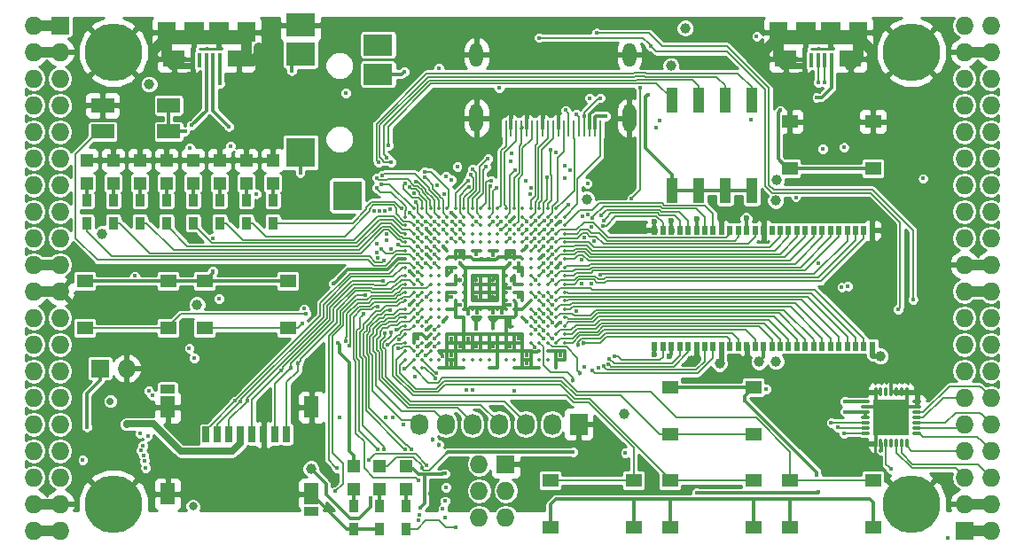
<source format=gtl>
G04 #@! TF.FileFunction,Copper,L1,Top,Signal*
%FSLAX46Y46*%
G04 Gerber Fmt 4.6, Leading zero omitted, Abs format (unit mm)*
G04 Created by KiCad (PCBNEW 4.0.7+dfsg1-1) date Sun Nov 12 10:56:11 2017*
%MOMM*%
%LPD*%
G01*
G04 APERTURE LIST*
%ADD10C,0.100000*%
%ADD11R,0.560000X0.900000*%
%ADD12R,1.727200X1.727200*%
%ADD13O,1.727200X1.727200*%
%ADD14C,5.500000*%
%ADD15R,2.200000X1.400000*%
%ADD16R,0.900000X1.200000*%
%ADD17R,2.100000X1.600000*%
%ADD18R,1.900000X1.900000*%
%ADD19R,0.400000X1.350000*%
%ADD20R,1.800000X1.900000*%
%ADD21O,0.850000X0.300000*%
%ADD22O,0.300000X0.850000*%
%ADD23R,1.675000X1.675000*%
%ADD24R,1.727200X2.032000*%
%ADD25O,1.727200X2.032000*%
%ADD26R,2.800000X2.200000*%
%ADD27R,2.800000X2.800000*%
%ADD28R,2.800000X2.000000*%
%ADD29O,1.300000X2.700000*%
%ADD30O,1.300000X2.300000*%
%ADD31R,0.250000X1.600000*%
%ADD32R,1.550000X1.300000*%
%ADD33R,1.120000X2.440000*%
%ADD34C,0.350000*%
%ADD35R,0.700000X1.500000*%
%ADD36R,1.450000X0.900000*%
%ADD37R,1.450000X2.000000*%
%ADD38R,1.200000X1.200000*%
%ADD39C,0.600000*%
%ADD40C,0.400000*%
%ADD41C,1.000000*%
%ADD42C,0.454000*%
%ADD43C,0.800000*%
%ADD44C,0.700000*%
%ADD45C,0.300000*%
%ADD46C,1.000000*%
%ADD47C,0.500000*%
%ADD48C,0.600000*%
%ADD49C,0.190000*%
%ADD50C,0.200000*%
%ADD51C,0.700000*%
%ADD52C,0.127000*%
%ADD53C,0.254000*%
G04 APERTURE END LIST*
D10*
D11*
X175480000Y-82270000D03*
X154680000Y-93330000D03*
X155480000Y-93330000D03*
X156280000Y-93330000D03*
X157080000Y-93330000D03*
X157880000Y-93330000D03*
X158680000Y-93330000D03*
X159480000Y-93330000D03*
X160280000Y-93330000D03*
X161080000Y-93330000D03*
X161880000Y-93330000D03*
X162680000Y-93330000D03*
X163480000Y-93330000D03*
X164280000Y-93330000D03*
X165080000Y-93330000D03*
X165880000Y-93330000D03*
X166680000Y-93330000D03*
X167480000Y-93330000D03*
X168280000Y-93330000D03*
X169080000Y-93330000D03*
X169880000Y-93330000D03*
X170680000Y-93330000D03*
X171480000Y-93330000D03*
X172280000Y-93330000D03*
X173080000Y-93330000D03*
X173880000Y-93330000D03*
X174680000Y-93330000D03*
X175480000Y-93330000D03*
X174680000Y-82270000D03*
X173880000Y-82270000D03*
X173080000Y-82270000D03*
X172280000Y-82270000D03*
X171480000Y-82270000D03*
X170680000Y-82270000D03*
X169880000Y-82270000D03*
X169080000Y-82270000D03*
X168280000Y-82270000D03*
X167480000Y-82270000D03*
X166680000Y-82270000D03*
X165880000Y-82270000D03*
X165080000Y-82270000D03*
X164280000Y-82270000D03*
X163480000Y-82270000D03*
X162680000Y-82270000D03*
X161880000Y-82270000D03*
X161080000Y-82270000D03*
X160280000Y-82270000D03*
X159480000Y-82270000D03*
X158680000Y-82270000D03*
X157880000Y-82270000D03*
X157080000Y-82270000D03*
X156280000Y-82270000D03*
X155480000Y-82270000D03*
X154680000Y-82270000D03*
D12*
X97910000Y-62690000D03*
D13*
X95370000Y-62690000D03*
X97910000Y-65230000D03*
X95370000Y-65230000D03*
X97910000Y-67770000D03*
X95370000Y-67770000D03*
X97910000Y-70310000D03*
X95370000Y-70310000D03*
X97910000Y-72850000D03*
X95370000Y-72850000D03*
X97910000Y-75390000D03*
X95370000Y-75390000D03*
X97910000Y-77930000D03*
X95370000Y-77930000D03*
X97910000Y-80470000D03*
X95370000Y-80470000D03*
X97910000Y-83010000D03*
X95370000Y-83010000D03*
X97910000Y-85550000D03*
X95370000Y-85550000D03*
X97910000Y-88090000D03*
X95370000Y-88090000D03*
X97910000Y-90630000D03*
X95370000Y-90630000D03*
X97910000Y-93170000D03*
X95370000Y-93170000D03*
X97910000Y-95710000D03*
X95370000Y-95710000D03*
X97910000Y-98250000D03*
X95370000Y-98250000D03*
X97910000Y-100790000D03*
X95370000Y-100790000D03*
X97910000Y-103330000D03*
X95370000Y-103330000D03*
X97910000Y-105870000D03*
X95370000Y-105870000D03*
X97910000Y-108410000D03*
X95370000Y-108410000D03*
X97910000Y-110950000D03*
X95370000Y-110950000D03*
D12*
X184270000Y-110950000D03*
D13*
X186810000Y-110950000D03*
X184270000Y-108410000D03*
X186810000Y-108410000D03*
X184270000Y-105870000D03*
X186810000Y-105870000D03*
X184270000Y-103330000D03*
X186810000Y-103330000D03*
X184270000Y-100790000D03*
X186810000Y-100790000D03*
X184270000Y-98250000D03*
X186810000Y-98250000D03*
X184270000Y-95710000D03*
X186810000Y-95710000D03*
X184270000Y-93170000D03*
X186810000Y-93170000D03*
X184270000Y-90630000D03*
X186810000Y-90630000D03*
X184270000Y-88090000D03*
X186810000Y-88090000D03*
X184270000Y-85550000D03*
X186810000Y-85550000D03*
X184270000Y-83010000D03*
X186810000Y-83010000D03*
X184270000Y-80470000D03*
X186810000Y-80470000D03*
X184270000Y-77930000D03*
X186810000Y-77930000D03*
X184270000Y-75390000D03*
X186810000Y-75390000D03*
X184270000Y-72850000D03*
X186810000Y-72850000D03*
X184270000Y-70310000D03*
X186810000Y-70310000D03*
X184270000Y-67770000D03*
X186810000Y-67770000D03*
X184270000Y-65230000D03*
X186810000Y-65230000D03*
X184270000Y-62690000D03*
X186810000Y-62690000D03*
D14*
X102990000Y-108410000D03*
X179190000Y-108410000D03*
X179190000Y-65230000D03*
X102990000Y-65230000D03*
D15*
X108274000Y-70330000D03*
X101974000Y-70330000D03*
X101974000Y-72830000D03*
X108274000Y-72830000D03*
D12*
X101720000Y-95456000D03*
D13*
X104260000Y-95456000D03*
D16*
X128390000Y-108580000D03*
X128390000Y-110780000D03*
X130930000Y-110780000D03*
X130930000Y-108580000D03*
D17*
X114980000Y-65875000D03*
X108780000Y-65875000D03*
D18*
X113080000Y-63325000D03*
X110680000Y-63325000D03*
D19*
X113180000Y-66000000D03*
X112530000Y-66000000D03*
X111880000Y-66000000D03*
X111230000Y-66000000D03*
X110580000Y-66000000D03*
D20*
X115680000Y-63325000D03*
X108080000Y-63325000D03*
D17*
X173400000Y-65875000D03*
X167200000Y-65875000D03*
D18*
X171500000Y-63325000D03*
X169100000Y-63325000D03*
D19*
X171600000Y-66000000D03*
X170950000Y-66000000D03*
X170300000Y-66000000D03*
X169650000Y-66000000D03*
X169000000Y-66000000D03*
D20*
X174100000Y-63325000D03*
X166500000Y-63325000D03*
D12*
X140455000Y-104600000D03*
D13*
X137915000Y-104600000D03*
X140455000Y-107140000D03*
X137915000Y-107140000D03*
X140455000Y-109680000D03*
X137915000Y-109680000D03*
D16*
X118230000Y-81570000D03*
X118230000Y-79370000D03*
X115690000Y-81570000D03*
X115690000Y-79370000D03*
X113150000Y-81570000D03*
X113150000Y-79370000D03*
X110610000Y-81570000D03*
X110610000Y-79370000D03*
X108070000Y-81570000D03*
X108070000Y-79370000D03*
X105530000Y-81570000D03*
X105530000Y-79370000D03*
X102990000Y-81570000D03*
X102990000Y-79370000D03*
X100450000Y-81570000D03*
X100450000Y-79370000D03*
D21*
X179735000Y-101655000D03*
X179735000Y-101155000D03*
X179735000Y-100655000D03*
X179735000Y-100155000D03*
X179735000Y-99655000D03*
X179735000Y-99155000D03*
X179735000Y-98655000D03*
D22*
X178785000Y-97705000D03*
X178285000Y-97705000D03*
X177785000Y-97705000D03*
X177285000Y-97705000D03*
X176785000Y-97705000D03*
X176285000Y-97705000D03*
X175785000Y-97705000D03*
D21*
X174835000Y-98655000D03*
X174835000Y-99155000D03*
X174835000Y-99655000D03*
X174835000Y-100155000D03*
X174835000Y-100655000D03*
X174835000Y-101155000D03*
X174835000Y-101655000D03*
D22*
X175785000Y-102605000D03*
X176285000Y-102605000D03*
X176785000Y-102605000D03*
X177285000Y-102605000D03*
X177785000Y-102605000D03*
X178285000Y-102605000D03*
X178785000Y-102605000D03*
D23*
X176447500Y-99317500D03*
X176447500Y-100992500D03*
X178122500Y-99317500D03*
X178122500Y-100992500D03*
D24*
X147440000Y-100790000D03*
D25*
X144900000Y-100790000D03*
X142360000Y-100790000D03*
X139820000Y-100790000D03*
X137280000Y-100790000D03*
X134740000Y-100790000D03*
X132200000Y-100790000D03*
D26*
X120880000Y-62640000D03*
X120880000Y-65440000D03*
D27*
X120880000Y-74840000D03*
X125330000Y-78940000D03*
D28*
X128280000Y-67340000D03*
X128280000Y-64540000D03*
D29*
X152280000Y-71550000D03*
X137680000Y-71550000D03*
D30*
X137680000Y-65500000D03*
D31*
X140480000Y-72500000D03*
X140980000Y-72500000D03*
X141480000Y-72500000D03*
X141980000Y-72500000D03*
X142480000Y-72500000D03*
X142980000Y-72500000D03*
X143480000Y-72500000D03*
X143980000Y-72500000D03*
X144480000Y-72500000D03*
X144980000Y-72500000D03*
X145480000Y-72500000D03*
X145980000Y-72500000D03*
X146480000Y-72500000D03*
X146980000Y-72500000D03*
X147480000Y-72500000D03*
X147980000Y-72500000D03*
X148480000Y-72500000D03*
X148980000Y-72500000D03*
X149480000Y-72500000D03*
D30*
X152280000Y-65500000D03*
D32*
X175550000Y-71870000D03*
X175550000Y-76370000D03*
X167590000Y-76370000D03*
X167590000Y-71870000D03*
X100280000Y-91610000D03*
X100280000Y-87110000D03*
X108240000Y-87110000D03*
X108240000Y-91610000D03*
X111710000Y-91610000D03*
X111710000Y-87110000D03*
X119670000Y-87110000D03*
X119670000Y-91610000D03*
X156160000Y-101770000D03*
X156160000Y-97270000D03*
X164120000Y-97270000D03*
X164120000Y-101770000D03*
X164120000Y-106160000D03*
X164120000Y-110660000D03*
X156160000Y-110660000D03*
X156160000Y-106160000D03*
X152690000Y-106160000D03*
X152690000Y-110660000D03*
X144730000Y-110660000D03*
X144730000Y-106160000D03*
X175550000Y-106160000D03*
X175550000Y-110660000D03*
X167590000Y-110660000D03*
X167590000Y-106160000D03*
D33*
X163950000Y-69815000D03*
X156330000Y-78425000D03*
X161410000Y-69815000D03*
X158870000Y-78425000D03*
X158870000Y-69815000D03*
X161410000Y-78425000D03*
X156330000Y-69815000D03*
X163950000Y-78425000D03*
D34*
X131680000Y-80200000D03*
X132480000Y-80200000D03*
X133280000Y-80200000D03*
X134080000Y-80200000D03*
X134880000Y-80200000D03*
X135680000Y-80200000D03*
X136480000Y-80200000D03*
X137280000Y-80200000D03*
X138080000Y-80200000D03*
X138880000Y-80200000D03*
X139680000Y-80200000D03*
X140480000Y-80200000D03*
X141280000Y-80200000D03*
X142080000Y-80200000D03*
X142880000Y-80200000D03*
X143680000Y-80200000D03*
X144480000Y-80200000D03*
X145280000Y-80200000D03*
X130880000Y-81000000D03*
X131680000Y-81000000D03*
X132480000Y-81000000D03*
X133280000Y-81000000D03*
X134080000Y-81000000D03*
X134880000Y-81000000D03*
X135680000Y-81000000D03*
X136480000Y-81000000D03*
X137280000Y-81000000D03*
X138080000Y-81000000D03*
X138880000Y-81000000D03*
X139680000Y-81000000D03*
X140480000Y-81000000D03*
X141280000Y-81000000D03*
X142080000Y-81000000D03*
X142880000Y-81000000D03*
X143680000Y-81000000D03*
X144480000Y-81000000D03*
X145280000Y-81000000D03*
X146080000Y-81000000D03*
X130880000Y-81800000D03*
X131680000Y-81800000D03*
X132480000Y-81800000D03*
X133280000Y-81800000D03*
X134080000Y-81800000D03*
X134880000Y-81800000D03*
X135680000Y-81800000D03*
X136480000Y-81800000D03*
X137280000Y-81800000D03*
X138080000Y-81800000D03*
X138880000Y-81800000D03*
X139680000Y-81800000D03*
X140480000Y-81800000D03*
X141280000Y-81800000D03*
X142080000Y-81800000D03*
X142880000Y-81800000D03*
X143680000Y-81800000D03*
X144480000Y-81800000D03*
X145280000Y-81800000D03*
X146080000Y-81800000D03*
X130880000Y-82600000D03*
X131680000Y-82600000D03*
X132480000Y-82600000D03*
X133280000Y-82600000D03*
X134080000Y-82600000D03*
X134880000Y-82600000D03*
X135680000Y-82600000D03*
X136480000Y-82600000D03*
X137280000Y-82600000D03*
X138080000Y-82600000D03*
X138880000Y-82600000D03*
X139680000Y-82600000D03*
X140480000Y-82600000D03*
X141280000Y-82600000D03*
X142080000Y-82600000D03*
X142880000Y-82600000D03*
X143680000Y-82600000D03*
X144480000Y-82600000D03*
X145280000Y-82600000D03*
X146080000Y-82600000D03*
X130880000Y-83400000D03*
X131680000Y-83400000D03*
X132480000Y-83400000D03*
X133280000Y-83400000D03*
X134080000Y-83400000D03*
X134880000Y-83400000D03*
X135680000Y-83400000D03*
X136480000Y-83400000D03*
X137280000Y-83400000D03*
X138080000Y-83400000D03*
X138880000Y-83400000D03*
X139680000Y-83400000D03*
X140480000Y-83400000D03*
X141280000Y-83400000D03*
X142080000Y-83400000D03*
X142880000Y-83400000D03*
X143680000Y-83400000D03*
X144480000Y-83400000D03*
X145280000Y-83400000D03*
X146080000Y-83400000D03*
X130880000Y-84200000D03*
X131680000Y-84200000D03*
X132480000Y-84200000D03*
X133280000Y-84200000D03*
X134080000Y-84200000D03*
X134880000Y-84200000D03*
X135680000Y-84200000D03*
X136480000Y-84200000D03*
X137280000Y-84200000D03*
X138080000Y-84200000D03*
X138880000Y-84200000D03*
X139680000Y-84200000D03*
X140480000Y-84200000D03*
X141280000Y-84200000D03*
X142080000Y-84200000D03*
X142880000Y-84200000D03*
X143680000Y-84200000D03*
X144480000Y-84200000D03*
X145280000Y-84200000D03*
X146080000Y-84200000D03*
X130880000Y-85000000D03*
X131680000Y-85000000D03*
X132480000Y-85000000D03*
X133280000Y-85000000D03*
X134080000Y-85000000D03*
X134880000Y-85000000D03*
X135680000Y-85000000D03*
X136480000Y-85000000D03*
X137280000Y-85000000D03*
X138080000Y-85000000D03*
X138880000Y-85000000D03*
X139680000Y-85000000D03*
X140480000Y-85000000D03*
X141280000Y-85000000D03*
X142080000Y-85000000D03*
X142880000Y-85000000D03*
X143680000Y-85000000D03*
X144480000Y-85000000D03*
X145280000Y-85000000D03*
X146080000Y-85000000D03*
X130880000Y-85800000D03*
X131680000Y-85800000D03*
X132480000Y-85800000D03*
X133280000Y-85800000D03*
X134080000Y-85800000D03*
X134880000Y-85800000D03*
X135680000Y-85800000D03*
X136480000Y-85800000D03*
X137280000Y-85800000D03*
X138080000Y-85800000D03*
X138880000Y-85800000D03*
X139680000Y-85800000D03*
X140480000Y-85800000D03*
X141280000Y-85800000D03*
X142080000Y-85800000D03*
X142880000Y-85800000D03*
X143680000Y-85800000D03*
X144480000Y-85800000D03*
X145280000Y-85800000D03*
X146080000Y-85800000D03*
X130880000Y-86600000D03*
X131680000Y-86600000D03*
X132480000Y-86600000D03*
X133280000Y-86600000D03*
X134080000Y-86600000D03*
X134880000Y-86600000D03*
X135680000Y-86600000D03*
X136480000Y-86600000D03*
X137280000Y-86600000D03*
X138080000Y-86600000D03*
X138880000Y-86600000D03*
X139680000Y-86600000D03*
X140480000Y-86600000D03*
X141280000Y-86600000D03*
X142080000Y-86600000D03*
X142880000Y-86600000D03*
X143680000Y-86600000D03*
X144480000Y-86600000D03*
X145280000Y-86600000D03*
X146080000Y-86600000D03*
X130880000Y-87400000D03*
X131680000Y-87400000D03*
X132480000Y-87400000D03*
X133280000Y-87400000D03*
X134080000Y-87400000D03*
X134880000Y-87400000D03*
X135680000Y-87400000D03*
X136480000Y-87400000D03*
X137280000Y-87400000D03*
X138080000Y-87400000D03*
X138880000Y-87400000D03*
X139680000Y-87400000D03*
X140480000Y-87400000D03*
X141280000Y-87400000D03*
X142080000Y-87400000D03*
X142880000Y-87400000D03*
X143680000Y-87400000D03*
X144480000Y-87400000D03*
X145280000Y-87400000D03*
X146080000Y-87400000D03*
X130880000Y-88200000D03*
X131680000Y-88200000D03*
X132480000Y-88200000D03*
X133280000Y-88200000D03*
X134080000Y-88200000D03*
X134880000Y-88200000D03*
X135680000Y-88200000D03*
X136480000Y-88200000D03*
X137280000Y-88200000D03*
X138080000Y-88200000D03*
X138880000Y-88200000D03*
X139680000Y-88200000D03*
X140480000Y-88200000D03*
X141280000Y-88200000D03*
X142080000Y-88200000D03*
X142880000Y-88200000D03*
X143680000Y-88200000D03*
X144480000Y-88200000D03*
X145280000Y-88200000D03*
X146080000Y-88200000D03*
X130880000Y-89000000D03*
X131680000Y-89000000D03*
X132480000Y-89000000D03*
X133280000Y-89000000D03*
X134080000Y-89000000D03*
X134880000Y-89000000D03*
X135680000Y-89000000D03*
X136480000Y-89000000D03*
X137280000Y-89000000D03*
X138080000Y-89000000D03*
X138880000Y-89000000D03*
X139680000Y-89000000D03*
X140480000Y-89000000D03*
X141280000Y-89000000D03*
X142080000Y-89000000D03*
X142880000Y-89000000D03*
X143680000Y-89000000D03*
X144480000Y-89000000D03*
X145280000Y-89000000D03*
X146080000Y-89000000D03*
X130880000Y-89800000D03*
X131680000Y-89800000D03*
X132480000Y-89800000D03*
X133280000Y-89800000D03*
X134080000Y-89800000D03*
X134880000Y-89800000D03*
X135680000Y-89800000D03*
X136480000Y-89800000D03*
X137280000Y-89800000D03*
X138080000Y-89800000D03*
X138880000Y-89800000D03*
X139680000Y-89800000D03*
X140480000Y-89800000D03*
X141280000Y-89800000D03*
X142080000Y-89800000D03*
X142880000Y-89800000D03*
X143680000Y-89800000D03*
X144480000Y-89800000D03*
X145280000Y-89800000D03*
X146080000Y-89800000D03*
X130880000Y-90600000D03*
X131680000Y-90600000D03*
X132480000Y-90600000D03*
X133280000Y-90600000D03*
X134080000Y-90600000D03*
X134880000Y-90600000D03*
X135680000Y-90600000D03*
X136480000Y-90600000D03*
X137280000Y-90600000D03*
X138080000Y-90600000D03*
X138880000Y-90600000D03*
X139680000Y-90600000D03*
X140480000Y-90600000D03*
X141280000Y-90600000D03*
X142080000Y-90600000D03*
X142880000Y-90600000D03*
X143680000Y-90600000D03*
X144480000Y-90600000D03*
X145280000Y-90600000D03*
X146080000Y-90600000D03*
X130880000Y-91400000D03*
X131680000Y-91400000D03*
X132480000Y-91400000D03*
X133280000Y-91400000D03*
X134080000Y-91400000D03*
X142880000Y-91400000D03*
X143680000Y-91400000D03*
X144480000Y-91400000D03*
X145280000Y-91400000D03*
X146080000Y-91400000D03*
X130880000Y-92200000D03*
X131680000Y-92200000D03*
X132480000Y-92200000D03*
X133280000Y-92200000D03*
X134080000Y-92200000D03*
X134880000Y-92200000D03*
X135680000Y-92200000D03*
X136480000Y-92200000D03*
X137280000Y-92200000D03*
X138080000Y-92200000D03*
X138880000Y-92200000D03*
X139680000Y-92200000D03*
X140480000Y-92200000D03*
X141280000Y-92200000D03*
X142080000Y-92200000D03*
X142880000Y-92200000D03*
X143680000Y-92200000D03*
X144480000Y-92200000D03*
X145280000Y-92200000D03*
X146080000Y-92200000D03*
X130880000Y-93000000D03*
X131680000Y-93000000D03*
X132480000Y-93000000D03*
X133280000Y-93000000D03*
X134080000Y-93000000D03*
X134880000Y-93000000D03*
X135680000Y-93000000D03*
X136480000Y-93000000D03*
X137280000Y-93000000D03*
X138080000Y-93000000D03*
X138880000Y-93000000D03*
X139680000Y-93000000D03*
X140480000Y-93000000D03*
X141280000Y-93000000D03*
X142080000Y-93000000D03*
X142880000Y-93000000D03*
X143680000Y-93000000D03*
X144480000Y-93000000D03*
X145280000Y-93000000D03*
X146080000Y-93000000D03*
X130880000Y-93800000D03*
X131680000Y-93800000D03*
X132480000Y-93800000D03*
X133280000Y-93800000D03*
X134080000Y-93800000D03*
X134880000Y-93800000D03*
X135680000Y-93800000D03*
X136480000Y-93800000D03*
X137280000Y-93800000D03*
X138080000Y-93800000D03*
X138880000Y-93800000D03*
X139680000Y-93800000D03*
X140480000Y-93800000D03*
X141280000Y-93800000D03*
X142080000Y-93800000D03*
X142880000Y-93800000D03*
X143680000Y-93800000D03*
X144480000Y-93800000D03*
X145280000Y-93800000D03*
X146080000Y-93800000D03*
X130880000Y-94600000D03*
X131680000Y-94600000D03*
X132480000Y-94600000D03*
X133280000Y-94600000D03*
X134080000Y-94600000D03*
X134880000Y-94600000D03*
X135680000Y-94600000D03*
X136480000Y-94600000D03*
X137280000Y-94600000D03*
X138080000Y-94600000D03*
X138880000Y-94600000D03*
X139680000Y-94600000D03*
X140480000Y-94600000D03*
X141280000Y-94600000D03*
X142080000Y-94600000D03*
X142880000Y-94600000D03*
X143680000Y-94600000D03*
X144480000Y-94600000D03*
X145280000Y-94600000D03*
X146080000Y-94600000D03*
X131680000Y-95400000D03*
X132480000Y-95400000D03*
X134080000Y-95400000D03*
X134880000Y-95400000D03*
X135680000Y-95400000D03*
X136480000Y-95400000D03*
X138880000Y-95400000D03*
X139680000Y-95400000D03*
X141280000Y-95400000D03*
X142080000Y-95400000D03*
X142880000Y-95400000D03*
X143680000Y-95400000D03*
X145280000Y-95400000D03*
D35*
X111855000Y-101765000D03*
X112955000Y-101765000D03*
X114055000Y-101765000D03*
X115155000Y-101765000D03*
X116255000Y-101765000D03*
X117355000Y-101765000D03*
X118455000Y-101765000D03*
X119555000Y-101765000D03*
D36*
X108180000Y-97465000D03*
X121930000Y-109115000D03*
D37*
X121930000Y-99165000D03*
X108180000Y-99165000D03*
X108180000Y-107465000D03*
X121930000Y-107465000D03*
D38*
X125977000Y-104770000D03*
X125977000Y-106970000D03*
D16*
X125977000Y-108580000D03*
X125977000Y-110780000D03*
D38*
X128390000Y-104770000D03*
X128390000Y-106970000D03*
X118230000Y-77760000D03*
X118230000Y-75560000D03*
X115690000Y-77760000D03*
X115690000Y-75560000D03*
X113150000Y-77760000D03*
X113150000Y-75560000D03*
X110610000Y-77760000D03*
X110610000Y-75560000D03*
X108070000Y-77760000D03*
X108070000Y-75560000D03*
X105530000Y-77760000D03*
X105530000Y-75560000D03*
X102990000Y-77760000D03*
X102990000Y-75560000D03*
X100450000Y-77760000D03*
X100450000Y-75560000D03*
X130930000Y-104770000D03*
X130930000Y-106970000D03*
D39*
X123437000Y-108972000D03*
D40*
X132871770Y-84533979D03*
X132862998Y-82124544D03*
X131278306Y-86213101D03*
X135281276Y-80583119D03*
X131279502Y-89407325D03*
X170309539Y-85441529D03*
X145698456Y-91073766D03*
D39*
X156262773Y-81349374D03*
X154657528Y-81463649D03*
D41*
X158233687Y-94760979D03*
D40*
X145672808Y-85396062D03*
X144103186Y-84622010D03*
X133216000Y-107465000D03*
X137680000Y-88600000D03*
X142480000Y-95000000D03*
X141680000Y-92600000D03*
X140836000Y-84534000D03*
X135284627Y-94985297D03*
X135288625Y-94225619D03*
X134455822Y-94267172D03*
X136095958Y-93369652D03*
D42*
X139264636Y-91615205D03*
D41*
X116880503Y-64802940D03*
X106974809Y-64953974D03*
X175210328Y-64948943D03*
X165417246Y-64954666D03*
D40*
X175495631Y-71457432D03*
X145680000Y-94177990D03*
X177285000Y-95710000D03*
D41*
X177229911Y-82281349D03*
D39*
X164741832Y-81130572D03*
X161067993Y-81216119D03*
D41*
X162992748Y-94820185D03*
D40*
X140880000Y-81400000D03*
X136085174Y-89394826D03*
X145680000Y-81400000D03*
X140874194Y-91433353D03*
X142480000Y-94200000D03*
X140880000Y-93400000D03*
X139280000Y-93400000D03*
X137680000Y-93400000D03*
X136880000Y-92600000D03*
X135280000Y-92600000D03*
X132880000Y-91800000D03*
X132880000Y-93400000D03*
D42*
X141042859Y-86994997D03*
X139280000Y-87000000D03*
X136110990Y-86995403D03*
X137680000Y-87000000D03*
X136080000Y-84600000D03*
X139280000Y-88600000D03*
D40*
X127586603Y-107875044D03*
D41*
X166343357Y-77477990D03*
D40*
X172564535Y-87722010D03*
D41*
X121861867Y-105030174D03*
D40*
X150030853Y-71331848D03*
D41*
X156235582Y-66548363D03*
X166248957Y-79408030D03*
X101932065Y-82585048D03*
X106417803Y-68312483D03*
X166280000Y-94800000D03*
X157600000Y-62944000D03*
X176254940Y-94288458D03*
D40*
X180340784Y-77316932D03*
X109828000Y-72830000D03*
D39*
X154683145Y-94115840D03*
D40*
X148271935Y-77777990D03*
D43*
X110593913Y-108636458D03*
D41*
X160884708Y-94994498D03*
D39*
X156077107Y-94326957D03*
D40*
X173137949Y-87594275D03*
D41*
X148202454Y-79278787D03*
D44*
X102710050Y-98594954D03*
D40*
X154794000Y-72426000D03*
X129005202Y-100174798D03*
X137659051Y-91638034D03*
X139820000Y-68665673D03*
X172834633Y-99599920D03*
X172879922Y-98618650D03*
X176305593Y-103279812D03*
X165349214Y-97422919D03*
X164433885Y-63737451D03*
X134079160Y-66786153D03*
X116654336Y-78777990D03*
D39*
X163422030Y-81120665D03*
X158680000Y-81210838D03*
D40*
X112515000Y-83010000D03*
X100080000Y-104200000D03*
X113080000Y-88800000D03*
D41*
X164653770Y-94825547D03*
D40*
X135273306Y-88618602D03*
X139272517Y-84611349D03*
X137680556Y-84534085D03*
X141680000Y-86200000D03*
X135280000Y-86200000D03*
X132880000Y-92600000D03*
X132080000Y-92600000D03*
X141680000Y-88600000D03*
X141680000Y-85400000D03*
X137689001Y-90122990D03*
D41*
X151758000Y-99774000D03*
D40*
X136885174Y-90194826D03*
X140094890Y-90122990D03*
X139280000Y-90122990D03*
X140880000Y-89400000D03*
X140880000Y-87800000D03*
X140880000Y-85400000D03*
D42*
X136080000Y-85400000D03*
D40*
X121401947Y-90251871D03*
X129988160Y-91721995D03*
X130302262Y-92700329D03*
X121041200Y-91125073D03*
D41*
X110991000Y-89360000D03*
D40*
X142480000Y-91000000D03*
X142480000Y-83800000D03*
X134480000Y-83800000D03*
X134480000Y-91000000D03*
X125193541Y-69156848D03*
X105037711Y-86632990D03*
X155149360Y-71764535D03*
X170182962Y-69571012D03*
X170362901Y-107286196D03*
X158716651Y-107325176D03*
X137295592Y-97538017D03*
X134750646Y-106810513D03*
X133680000Y-91800000D03*
D42*
X134074414Y-102752225D03*
D40*
X136740903Y-97514503D03*
X134675868Y-108131585D03*
D42*
X133449289Y-102232615D03*
D40*
X133680000Y-92600000D03*
X127385678Y-104203668D03*
X133685482Y-93402296D03*
X132936956Y-104698915D03*
X134463998Y-108841973D03*
X130692380Y-100790000D03*
X131808905Y-96227367D03*
X134636872Y-109719950D03*
X132846234Y-94197073D03*
X120834553Y-76779094D03*
X130761990Y-67119621D03*
X147186000Y-71200000D03*
X148477832Y-69619684D03*
X147983153Y-71347080D03*
X149475951Y-69619684D03*
X153297112Y-68608292D03*
X177926984Y-89812061D03*
X154329326Y-64643767D03*
X152497066Y-79193467D03*
X146481406Y-79819384D03*
X143650666Y-63862520D03*
X179351513Y-88868327D03*
X149134122Y-63424051D03*
X140035989Y-81400000D03*
X115759823Y-98502036D03*
X132083026Y-86260405D03*
X128776655Y-87135140D03*
X119008515Y-95662939D03*
D42*
X119978162Y-95412951D03*
X120634035Y-94977604D03*
D40*
X113212238Y-68244401D03*
X146180000Y-70800000D03*
X131453853Y-103208291D03*
X149771692Y-81825658D03*
X144080000Y-86200000D03*
X149520824Y-86534121D03*
X144894316Y-86977564D03*
X144873936Y-83860397D03*
X149549750Y-80868432D03*
D42*
X147355672Y-93219294D03*
D40*
X144113248Y-92588762D03*
X144875155Y-86218896D03*
X149846468Y-81303978D03*
X144916886Y-83016385D03*
X148719886Y-81056015D03*
D42*
X147915304Y-93063131D03*
D40*
X144882352Y-92577990D03*
X148747982Y-95669626D03*
X144891634Y-91073766D03*
X149795895Y-95251084D03*
X144867244Y-90229755D03*
X150278898Y-95040253D03*
X144892596Y-89385743D03*
X150345974Y-94517527D03*
X144877648Y-88622010D03*
X150889207Y-94332565D03*
X143280000Y-87000000D03*
X130807074Y-95454141D03*
X130171404Y-93544341D03*
X132080000Y-93400000D03*
X129196652Y-93209125D03*
X133852393Y-95875797D03*
X141280000Y-97600000D03*
X133762848Y-96395146D03*
X132080000Y-94200000D03*
X128610772Y-84072485D03*
X105895603Y-103765816D03*
X130839486Y-103208291D03*
X132075624Y-89410644D03*
X129449238Y-89926948D03*
X128806823Y-103185900D03*
X128251440Y-89564206D03*
X132162861Y-106185868D03*
X132880000Y-88600000D03*
X124329568Y-104994951D03*
X127040053Y-88481065D03*
X132080000Y-87000000D03*
X125499542Y-93250681D03*
X124202418Y-107207639D03*
X110313517Y-74380698D03*
X132146108Y-109940263D03*
X114166000Y-74247000D03*
X132189000Y-109415000D03*
X135315381Y-81391918D03*
X135280062Y-77463305D03*
X134471370Y-81406751D03*
X134758050Y-77130140D03*
X132761172Y-77202673D03*
X132737245Y-76676207D03*
X128644933Y-77050030D03*
X128152012Y-77241956D03*
X128125571Y-78233647D03*
X110718734Y-94451783D03*
X128590544Y-77894041D03*
X110249038Y-93533767D03*
X106368514Y-97613395D03*
X131253134Y-78134216D03*
X132783339Y-81400004D03*
X106741168Y-98035405D03*
X131709326Y-78745875D03*
X132079024Y-82984045D03*
X129109095Y-82655074D03*
X105572759Y-101661319D03*
X132880889Y-83897835D03*
X129054383Y-83179239D03*
X106281049Y-101893466D03*
X129487667Y-84079929D03*
X132083682Y-83828056D03*
X105813763Y-102819336D03*
X132062099Y-84533979D03*
X128165458Y-83528763D03*
X105627254Y-103312241D03*
X128183315Y-84380742D03*
X105992720Y-104283802D03*
X133671942Y-84595200D03*
X132834641Y-85377990D03*
X128203260Y-84907376D03*
X106088753Y-104974041D03*
D42*
X146862501Y-96617499D03*
X147534467Y-95913260D03*
D40*
X147927932Y-95329243D03*
X143280000Y-91000000D03*
X149284391Y-95377990D03*
X144077013Y-90266968D03*
X147207648Y-89973043D03*
X144076240Y-89395301D03*
X143281824Y-90201951D03*
X144102010Y-85397219D03*
X147687522Y-85093328D03*
X144868096Y-85371354D03*
X148610669Y-81900026D03*
X144102010Y-83000000D03*
X144888125Y-82172374D03*
X147695541Y-87377990D03*
X144082832Y-88584510D03*
X148688598Y-87378077D03*
X143278026Y-88595030D03*
X144125486Y-82186468D03*
X148298275Y-80739810D03*
X144876540Y-81328363D03*
X147802234Y-80917812D03*
X139280000Y-81400000D03*
X139578623Y-78205862D03*
X139034115Y-78040948D03*
X139046749Y-77514088D03*
X138580000Y-76200000D03*
X138779198Y-75400762D03*
X137680000Y-81400000D03*
X137308732Y-76415018D03*
X137106948Y-76979922D03*
X136859538Y-77550820D03*
X136922059Y-78097889D03*
X136096392Y-81395070D03*
X135830698Y-76200613D03*
X148878722Y-83261032D03*
X144915665Y-84598743D03*
X148001372Y-82958777D03*
X144103186Y-83777990D03*
X142841210Y-78784254D03*
X142473549Y-82998913D03*
X142864275Y-78217369D03*
X142437464Y-82181475D03*
X146089079Y-77300571D03*
X144144931Y-81387081D03*
X144394875Y-77219934D03*
X146577729Y-76500816D03*
X143281475Y-82206074D03*
X146130802Y-76060132D03*
X143300920Y-81377293D03*
X145255695Y-74817220D03*
X141662690Y-82207782D03*
X142456909Y-81405800D03*
X140030954Y-82200000D03*
X141342967Y-76554996D03*
X141046643Y-74873804D03*
X140864029Y-83041403D03*
X140874966Y-82177164D03*
X140980062Y-75681941D03*
X115149319Y-98625494D03*
X132872609Y-82968555D03*
X132080007Y-82103333D03*
X132080000Y-81400000D03*
X131847310Y-79589886D03*
X130856828Y-77786820D03*
X131923295Y-77584853D03*
X133648389Y-82190597D03*
X133627359Y-81414685D03*
X129477855Y-92000822D03*
X132880000Y-91000000D03*
X128879646Y-92111037D03*
X132077648Y-90977990D03*
X131275302Y-80595752D03*
X130489904Y-80167235D03*
X128823114Y-85153560D03*
X132072985Y-85377990D03*
X134476508Y-82180155D03*
X133942383Y-77980766D03*
X163908850Y-71651861D03*
X135656559Y-110610712D03*
X132448438Y-104994496D03*
X146844288Y-103452739D03*
X134707351Y-105508447D03*
X132280000Y-108800000D03*
D44*
X104260000Y-100790000D03*
D40*
X114604320Y-98573680D03*
X112515000Y-86185000D03*
X169506589Y-107953726D03*
X163277422Y-98501717D03*
X170157734Y-105666345D03*
X170735900Y-74464979D03*
X143257990Y-83000000D03*
X168166438Y-79108038D03*
X151896383Y-103510715D03*
X114039000Y-72342000D03*
X110483000Y-72215000D03*
X143269694Y-93414905D03*
X177274002Y-105079115D03*
X172761273Y-101651681D03*
X143280000Y-91800000D03*
X172193360Y-101105663D03*
X144064831Y-91877646D03*
X171540304Y-100645743D03*
X144080000Y-91000000D03*
X154052298Y-69302298D03*
X128349062Y-75753924D03*
X134613000Y-78819000D03*
X135280000Y-83022010D03*
X135320520Y-82196441D03*
X129493343Y-75737814D03*
X136080000Y-82200000D03*
X129125079Y-75315804D03*
X136080000Y-83000000D03*
X129252218Y-74142461D03*
X142377451Y-77497451D03*
X172746637Y-74347988D03*
X143280000Y-83800000D03*
X170300000Y-68151000D03*
X170950000Y-68125562D03*
X125167387Y-92841517D03*
X121206217Y-89762554D03*
X132082956Y-90210779D03*
X182675150Y-111637626D03*
X124027706Y-87347706D03*
X124027707Y-87347707D03*
X166678914Y-70803555D03*
X129660000Y-100155000D03*
X124580000Y-100155000D03*
X132084049Y-88558274D03*
X126880008Y-90276109D03*
X128280000Y-103200000D03*
X100450000Y-101044000D03*
X120008000Y-67008000D03*
X127889625Y-80407426D03*
X133680000Y-85400000D03*
X130204628Y-83599483D03*
X128416582Y-80399850D03*
X133680000Y-83800000D03*
X128943593Y-80399729D03*
X133680000Y-83000000D03*
X129457990Y-80285112D03*
X144780000Y-74590382D03*
X124453000Y-93043000D03*
D45*
X123437000Y-108972000D02*
X125245000Y-110780000D01*
X125245000Y-110780000D02*
X125850000Y-110780000D01*
X125850000Y-110780000D02*
X125889531Y-110819531D01*
X125889531Y-110819531D02*
X126234488Y-110819531D01*
X126234488Y-110819531D02*
X126274019Y-110780000D01*
X126274019Y-110780000D02*
X127640000Y-110780000D01*
X127640000Y-110780000D02*
X128390000Y-110780000D01*
X121930000Y-107465000D02*
X123437000Y-108972000D01*
D46*
X184270000Y-65230000D02*
X186810000Y-65230000D01*
X184270000Y-85550000D02*
X186810000Y-85550000D01*
X184270000Y-108410000D02*
X186810000Y-108410000D01*
X95370000Y-108410000D02*
X97910000Y-108410000D01*
D47*
X97910000Y-88090000D02*
X98956608Y-87043392D01*
D45*
X98956608Y-87043392D02*
X98974574Y-87043392D01*
D47*
X97910000Y-88090000D02*
X99013590Y-89193590D01*
D45*
X99013590Y-89193590D02*
X99060056Y-89193590D01*
D46*
X95370000Y-88090000D02*
X97910000Y-88090000D01*
X95370000Y-65230000D02*
X97910000Y-65230000D01*
D45*
X139264636Y-90984636D02*
X139295364Y-90984636D01*
X139295364Y-90984636D02*
X139680000Y-90600000D01*
X132871770Y-84591770D02*
X132871770Y-84533979D01*
X133280000Y-85000000D02*
X132871770Y-84591770D01*
X133280000Y-82600000D02*
X132862998Y-82182998D01*
X132862998Y-82182998D02*
X132862998Y-82124544D01*
X131293101Y-86213101D02*
X131278306Y-86213101D01*
X131680000Y-86600000D02*
X131293101Y-86213101D01*
X140480000Y-90600000D02*
X140480000Y-92200000D01*
X135281276Y-80601276D02*
X135281276Y-80583119D01*
X135680000Y-81000000D02*
X135281276Y-80601276D01*
X131279502Y-89400498D02*
X131279502Y-89407325D01*
X131680000Y-89000000D02*
X131279502Y-89400498D01*
X145280000Y-91400000D02*
X145606234Y-91073766D01*
X145606234Y-91073766D02*
X145698456Y-91073766D01*
X156280000Y-82270000D02*
X156280000Y-81366601D01*
X156280000Y-81366601D02*
X156262773Y-81349374D01*
X154680000Y-81486121D02*
X154657528Y-81463649D01*
X154680000Y-82270000D02*
X154680000Y-81486121D01*
X158680000Y-93330000D02*
X158680000Y-94314666D01*
X158680000Y-94314666D02*
X158233687Y-94760979D01*
X145672808Y-85407192D02*
X145672808Y-85396062D01*
X145280000Y-85800000D02*
X145672808Y-85407192D01*
X143680000Y-85000000D02*
X144057990Y-84622010D01*
X144057990Y-84622010D02*
X144103186Y-84622010D01*
X148480000Y-71200000D02*
X149230000Y-70450000D01*
X148480000Y-72500000D02*
X148480000Y-71200000D01*
X145480000Y-72500000D02*
X145480000Y-71200000D01*
X143980000Y-72500000D02*
X143980000Y-71200000D01*
X142480000Y-72500000D02*
X142480000Y-71450000D01*
X142480000Y-71200000D02*
X142480000Y-71450000D01*
X140980000Y-72500000D02*
X140980000Y-71200000D01*
X137280000Y-89000000D02*
X137680000Y-88600000D01*
X142480000Y-94600000D02*
X142880000Y-94600000D01*
X142080000Y-94600000D02*
X142480000Y-94600000D01*
X142480000Y-94600000D02*
X142480000Y-95000000D01*
X141680000Y-92200000D02*
X142080000Y-92200000D01*
X141280000Y-92200000D02*
X141680000Y-92200000D01*
X141680000Y-92200000D02*
X141680000Y-92600000D01*
X141280000Y-84200000D02*
X141170000Y-84200000D01*
X141170000Y-84200000D02*
X140836000Y-84534000D01*
X135284627Y-95395373D02*
X135284627Y-95268139D01*
X135280000Y-95400000D02*
X135284627Y-95395373D01*
X135284627Y-95268139D02*
X135284627Y-94985297D01*
X135288625Y-93942777D02*
X135288625Y-94225619D01*
X135288625Y-93808625D02*
X135288625Y-93942777D01*
X135280000Y-93800000D02*
X135288625Y-93808625D01*
X134455822Y-94175822D02*
X134455822Y-94267172D01*
X134080000Y-93800000D02*
X134455822Y-94175822D01*
X145280000Y-94600000D02*
X145280000Y-95400000D01*
X143498655Y-93891906D02*
X143590561Y-93800000D01*
X143040733Y-93891906D02*
X143498655Y-93891906D01*
X142880000Y-93800000D02*
X142948827Y-93800000D01*
X142948827Y-93800000D02*
X143040733Y-93891906D01*
X143590561Y-93800000D02*
X143680000Y-93800000D01*
X145280000Y-93800000D02*
X144480000Y-93800000D01*
X146080000Y-94600000D02*
X146080000Y-93800000D01*
X145280000Y-94600000D02*
X146080000Y-94600000D01*
X142080000Y-95400000D02*
X142080000Y-94600000D01*
X142880000Y-95400000D02*
X142880000Y-94600000D01*
X142880000Y-95400000D02*
X143680000Y-95400000D01*
X142080000Y-95400000D02*
X142880000Y-95400000D01*
X141280000Y-95400000D02*
X142080000Y-95400000D01*
X142080000Y-93000000D02*
X142080000Y-93800000D01*
X138880000Y-92200000D02*
X138880000Y-93000000D01*
X139680000Y-92200000D02*
X139680000Y-93000000D01*
X140480000Y-93000000D02*
X140480000Y-92200000D01*
X141280000Y-93000000D02*
X141280000Y-92200000D01*
X142080000Y-93000000D02*
X141280000Y-93000000D01*
X142080000Y-92200000D02*
X142080000Y-93000000D01*
X140480000Y-92200000D02*
X141280000Y-92200000D01*
X139680000Y-92200000D02*
X140480000Y-92200000D01*
X138880000Y-92200000D02*
X139680000Y-92200000D01*
X138080000Y-92200000D02*
X138880000Y-92200000D01*
X136095958Y-93086810D02*
X136095958Y-93369652D01*
X136080000Y-93000000D02*
X136095958Y-93015958D01*
X136095958Y-93015958D02*
X136095958Y-93086810D01*
X139264636Y-91294179D02*
X139264636Y-91615205D01*
X139264636Y-90984636D02*
X139264636Y-91294179D01*
X138880000Y-90600000D02*
X139264636Y-90984636D01*
D46*
X116880503Y-65510046D02*
X116880503Y-64802940D01*
X116265561Y-66124988D02*
X116880503Y-65510046D01*
X115680000Y-65910000D02*
X115894988Y-66124988D01*
X115680000Y-63960000D02*
X115680000Y-65910000D01*
X115894988Y-66124988D02*
X116265561Y-66124988D01*
X107474808Y-64453975D02*
X106974809Y-64953974D01*
X107968783Y-63960000D02*
X107474808Y-64453975D01*
X108080000Y-63960000D02*
X107968783Y-63960000D01*
X174710329Y-64448944D02*
X175210328Y-64948943D01*
X174100000Y-63960000D02*
X174221385Y-63960000D01*
X174221385Y-63960000D02*
X174710329Y-64448944D01*
X165917245Y-64454667D02*
X165417246Y-64954666D01*
X166411912Y-63960000D02*
X165917245Y-64454667D01*
X166500000Y-63960000D02*
X166411912Y-63960000D01*
D45*
X175495631Y-71740274D02*
X175495631Y-71457432D01*
X175495631Y-72230631D02*
X175495631Y-71740274D01*
X175535000Y-72270000D02*
X175495631Y-72230631D01*
D48*
X108780000Y-66510000D02*
X110455000Y-66510000D01*
D45*
X110455000Y-66510000D02*
X110580000Y-66635000D01*
D46*
X108080000Y-63960000D02*
X108080000Y-65810000D01*
X108080000Y-65810000D02*
X108780000Y-66510000D01*
X115680000Y-63960000D02*
X115680000Y-65810000D01*
D45*
X115680000Y-65810000D02*
X114980000Y-66510000D01*
D46*
X113080000Y-63960000D02*
X115680000Y-63960000D01*
X110680000Y-63960000D02*
X113080000Y-63960000D01*
X108080000Y-63960000D02*
X110680000Y-63960000D01*
D48*
X167200000Y-66510000D02*
X168875000Y-66510000D01*
D45*
X168875000Y-66510000D02*
X169000000Y-66635000D01*
D46*
X174100000Y-63960000D02*
X174100000Y-65810000D01*
X174100000Y-65810000D02*
X173400000Y-66510000D01*
X166500000Y-63960000D02*
X166500000Y-65810000D01*
X166500000Y-65810000D02*
X167200000Y-66510000D01*
X171500000Y-63960000D02*
X174100000Y-63960000D01*
X169100000Y-63960000D02*
X171500000Y-63960000D01*
X166500000Y-63960000D02*
X169100000Y-63960000D01*
D45*
X145680000Y-93800000D02*
X145680000Y-94177990D01*
X178785000Y-97705000D02*
X178785000Y-98655000D01*
X178785000Y-98655000D02*
X178122500Y-99317500D01*
X176285000Y-97705000D02*
X175785000Y-97705000D01*
X175785000Y-102605000D02*
X175785000Y-101655000D01*
X175785000Y-101655000D02*
X176447500Y-100992500D01*
X178122500Y-99317500D02*
X178122500Y-100992500D01*
X176447500Y-99317500D02*
X178122500Y-99317500D01*
X176447500Y-100992500D02*
X178122500Y-100992500D01*
X177285000Y-97705000D02*
X177285000Y-95710000D01*
X178122500Y-99317500D02*
X178285000Y-99155000D01*
X178285000Y-99155000D02*
X179735000Y-99155000D01*
X179735000Y-98655000D02*
X179735000Y-99155000D01*
X177785000Y-97705000D02*
X177920000Y-97705000D01*
X177920000Y-97705000D02*
X178285000Y-97705000D01*
X178285000Y-97705000D02*
X178785000Y-97705000D01*
X177285000Y-97705000D02*
X177785000Y-97705000D01*
X175785000Y-97705000D02*
X175785000Y-98655000D01*
X175785000Y-98655000D02*
X176447500Y-99317500D01*
X174835000Y-99155000D02*
X176285000Y-99155000D01*
X176285000Y-99155000D02*
X176447500Y-99317500D01*
X177241260Y-82270000D02*
X177229911Y-82281349D01*
X164941831Y-81330571D02*
X164741832Y-81130572D01*
X165080000Y-81468740D02*
X164941831Y-81330571D01*
X165080000Y-82270000D02*
X165080000Y-81468740D01*
X161080000Y-81228126D02*
X161067993Y-81216119D01*
X161080000Y-82270000D02*
X161080000Y-81228126D01*
D47*
X175480000Y-82270000D02*
X177241260Y-82270000D01*
D45*
X163192747Y-94620186D02*
X162992748Y-94820185D01*
X163480000Y-94332933D02*
X163192747Y-94620186D01*
X163480000Y-93330000D02*
X163480000Y-94332933D01*
X141280000Y-81000000D02*
X140880000Y-81400000D01*
X135685174Y-89394826D02*
X135802332Y-89394826D01*
X135680000Y-89400000D02*
X135685174Y-89394826D01*
X135802332Y-89394826D02*
X136085174Y-89394826D01*
X135054999Y-84825001D02*
X137080000Y-84825001D01*
X137280000Y-85000000D02*
X137105001Y-84825001D01*
X137105001Y-84825001D02*
X137080000Y-84825001D01*
X138280000Y-85088351D02*
X137368351Y-85088351D01*
X137368351Y-85088351D02*
X137280000Y-85000000D01*
X139680000Y-86600000D02*
X139280000Y-87000000D01*
X139680000Y-88200000D02*
X139680000Y-89000000D01*
X139680000Y-87400000D02*
X139680000Y-88200000D01*
X139680000Y-86600000D02*
X139680000Y-87400000D01*
X137280000Y-88200000D02*
X137280000Y-89000000D01*
X137280000Y-87400000D02*
X137280000Y-88200000D01*
X137280000Y-86600000D02*
X137280000Y-87400000D01*
X138880000Y-87400000D02*
X138880000Y-88200000D01*
X138880000Y-86600000D02*
X138880000Y-87400000D01*
X138080000Y-87400000D02*
X138080000Y-86600000D01*
X138080000Y-88200000D02*
X138080000Y-87400000D01*
X138080000Y-89000000D02*
X138080000Y-88200000D01*
X138080000Y-88200000D02*
X138880000Y-88200000D01*
X138080000Y-87400000D02*
X138880000Y-87400000D01*
X137280000Y-87400000D02*
X138080000Y-87400000D01*
X145454999Y-81625001D02*
X145680000Y-81400000D01*
X145280000Y-81800000D02*
X145454999Y-81625001D01*
X141480000Y-89800000D02*
X141480000Y-89200000D01*
X141480000Y-89200000D02*
X141280000Y-89000000D01*
X141280000Y-89800000D02*
X141480000Y-89800000D01*
X141480000Y-89800000D02*
X142080000Y-89800000D01*
X141454999Y-90425001D02*
X141454999Y-89825001D01*
X141454999Y-89825001D02*
X141480000Y-89800000D01*
X140874194Y-90605806D02*
X140874194Y-91150511D01*
X140880000Y-90600000D02*
X140874194Y-90605806D01*
X140874194Y-91150511D02*
X140874194Y-91433353D01*
X140480000Y-90600000D02*
X140880000Y-90600000D01*
X140880000Y-90600000D02*
X141280000Y-90600000D01*
X139680000Y-90600000D02*
X140480000Y-90600000D01*
X138880000Y-90600000D02*
X139680000Y-90600000D01*
X141280000Y-85000000D02*
X141280000Y-84800000D01*
X141280000Y-84200000D02*
X141280000Y-85000000D01*
X140480000Y-84200000D02*
X141280000Y-84200000D01*
X141280000Y-84800000D02*
X141280000Y-84200000D01*
X141905001Y-84825001D02*
X141305001Y-84825001D01*
X141305001Y-84825001D02*
X141280000Y-84800000D01*
X140480000Y-85000000D02*
X140480000Y-84200000D01*
X139680000Y-85000000D02*
X139680000Y-84898347D01*
X139680000Y-84898347D02*
X139753346Y-84825001D01*
X138280000Y-85088351D02*
X138680000Y-85088351D01*
X138280000Y-85088351D02*
X139489996Y-85088351D01*
X138080000Y-85000000D02*
X138191649Y-85000000D01*
X138191649Y-85000000D02*
X138280000Y-85088351D01*
X138880000Y-85000000D02*
X138768351Y-85000000D01*
X138768351Y-85000000D02*
X138680000Y-85088351D01*
X135680000Y-84200000D02*
X135680000Y-84800000D01*
X135680000Y-84800000D02*
X135680000Y-85000000D01*
X135054999Y-84825001D02*
X135654999Y-84825001D01*
X135654999Y-84825001D02*
X135680000Y-84800000D01*
X136480000Y-85000000D02*
X136480000Y-84200000D01*
X134880000Y-85000000D02*
X135054999Y-84825001D01*
X138880000Y-87400000D02*
X139680000Y-87400000D01*
X138880000Y-88200000D02*
X138880000Y-89000000D01*
X138880000Y-88200000D02*
X139680000Y-88200000D01*
X137280000Y-88200000D02*
X138080000Y-88200000D01*
X141280000Y-90600000D02*
X141454999Y-90425001D01*
D47*
X115690000Y-75610980D02*
X118230000Y-75610980D01*
X113150000Y-75610980D02*
X115690000Y-75610980D01*
X110610000Y-75610980D02*
X113150000Y-75610980D01*
X108070000Y-75610980D02*
X110610000Y-75610980D01*
X105530000Y-75610980D02*
X108070000Y-75610980D01*
X102990000Y-75610980D02*
X105530000Y-75610980D01*
X100450000Y-75610980D02*
X102990000Y-75610980D01*
D45*
X142080000Y-89800000D02*
X142880000Y-89000000D01*
X145680000Y-93800000D02*
X145280000Y-93800000D01*
X146080000Y-93800000D02*
X145680000Y-93800000D01*
X135680000Y-89400000D02*
X135680000Y-89800000D01*
X135680000Y-89000000D02*
X135680000Y-89400000D01*
X135280000Y-95400000D02*
X135680000Y-95400000D01*
X134880000Y-95400000D02*
X135280000Y-95400000D01*
X135280000Y-93800000D02*
X135680000Y-93800000D01*
X134880000Y-93800000D02*
X135280000Y-93800000D01*
X142480000Y-93800000D02*
X142080000Y-93800000D01*
X142880000Y-93800000D02*
X142480000Y-93800000D01*
X142480000Y-93800000D02*
X142480000Y-94200000D01*
X140880000Y-93000000D02*
X141280000Y-93000000D01*
X140480000Y-93000000D02*
X140880000Y-93000000D01*
X140880000Y-93000000D02*
X140880000Y-93400000D01*
X139280000Y-93000000D02*
X138880000Y-93000000D01*
X139680000Y-93000000D02*
X139280000Y-93000000D01*
X139280000Y-93000000D02*
X139280000Y-93400000D01*
X137680000Y-93000000D02*
X137280000Y-93000000D01*
X137680000Y-93000000D02*
X137680000Y-93400000D01*
X138080000Y-93000000D02*
X137680000Y-93000000D01*
X136080000Y-93000000D02*
X135680000Y-93000000D01*
X136480000Y-93000000D02*
X136080000Y-93000000D01*
X136880000Y-93000000D02*
X136480000Y-93000000D01*
X137280000Y-93000000D02*
X136880000Y-93000000D01*
X136880000Y-93000000D02*
X136880000Y-92600000D01*
X135280000Y-93000000D02*
X135680000Y-93000000D01*
X134880000Y-93000000D02*
X135280000Y-93000000D01*
X135280000Y-93000000D02*
X135280000Y-92600000D01*
X133280000Y-91400000D02*
X132880000Y-91800000D01*
X133280000Y-93000000D02*
X132880000Y-93400000D01*
X139753346Y-84825001D02*
X141905001Y-84825001D01*
X139489996Y-85088351D02*
X139753346Y-84825001D01*
X141905001Y-84825001D02*
X142080000Y-85000000D01*
X141042859Y-86837141D02*
X141042859Y-86994997D01*
X141280000Y-86600000D02*
X141042859Y-86837141D01*
X135684597Y-86995403D02*
X135789964Y-86995403D01*
X135680000Y-87000000D02*
X135684597Y-86995403D01*
X135789964Y-86995403D02*
X136110990Y-86995403D01*
X135680000Y-87000000D02*
X135680000Y-86600000D01*
X135680000Y-87400000D02*
X135680000Y-87000000D01*
X136480000Y-90600000D02*
X136480000Y-92200000D01*
X139680000Y-89000000D02*
X139280000Y-88600000D01*
X137280000Y-86600000D02*
X137680000Y-87000000D01*
X136480000Y-84200000D02*
X136080000Y-84600000D01*
X141280000Y-86600000D02*
X141280000Y-87400000D01*
X142080000Y-87400000D02*
X141280000Y-87400000D01*
X135680000Y-84200000D02*
X136480000Y-84200000D01*
X134880000Y-87400000D02*
X135680000Y-87400000D01*
X138880000Y-86600000D02*
X139680000Y-86600000D01*
X138080000Y-86600000D02*
X138880000Y-86600000D01*
X137280000Y-86600000D02*
X138080000Y-86600000D01*
X138880000Y-89000000D02*
X139680000Y-89000000D01*
X138080000Y-89000000D02*
X138880000Y-89000000D01*
X137280000Y-89000000D02*
X138080000Y-89000000D01*
X135680000Y-89800000D02*
X134880000Y-89800000D01*
X135680000Y-90600000D02*
X135680000Y-89800000D01*
X135680000Y-90600000D02*
X136480000Y-90600000D01*
X140480000Y-93000000D02*
X139680000Y-93000000D01*
X139680000Y-93800000D02*
X140480000Y-93800000D01*
X139680000Y-93800000D02*
X139680000Y-94600000D01*
X139680000Y-95400000D02*
X139680000Y-94600000D01*
X138880000Y-95400000D02*
X139680000Y-95400000D01*
X135680000Y-95400000D02*
X136480000Y-95400000D01*
X135680000Y-95400000D02*
X135680000Y-94600000D01*
X134880000Y-95400000D02*
X134080000Y-95400000D01*
X134880000Y-94600000D02*
X134880000Y-95400000D01*
X134080000Y-93800000D02*
X134880000Y-93800000D01*
X134880000Y-94600000D02*
X134880000Y-93800000D01*
X135680000Y-94600000D02*
X134880000Y-94600000D01*
X135680000Y-93800000D02*
X135680000Y-94600000D01*
X134880000Y-93000000D02*
X134880000Y-93800000D01*
X134880000Y-92200000D02*
X134880000Y-93000000D01*
X135680000Y-92200000D02*
X134880000Y-92200000D01*
X135680000Y-93800000D02*
X136480000Y-93800000D01*
X135680000Y-93000000D02*
X135680000Y-93800000D01*
X135680000Y-92200000D02*
X135680000Y-93000000D01*
X135680000Y-92200000D02*
X136480000Y-92200000D01*
X136480000Y-92200000D02*
X137280000Y-92200000D01*
X137280000Y-93800000D02*
X137280000Y-93000000D01*
X136480000Y-93800000D02*
X137280000Y-93800000D01*
X136480000Y-93000000D02*
X136480000Y-93800000D01*
X136480000Y-92200000D02*
X136480000Y-93000000D01*
X137280000Y-92200000D02*
X138080000Y-92200000D01*
X137280000Y-93800000D02*
X138080000Y-93800000D01*
X137280000Y-92200000D02*
X137280000Y-93000000D01*
X138080000Y-92200000D02*
X138080000Y-93000000D01*
X138080000Y-93000000D02*
X138880000Y-93000000D01*
X138080000Y-93800000D02*
X138080000Y-93000000D01*
X138880000Y-93800000D02*
X138080000Y-93800000D01*
X138880000Y-93000000D02*
X138880000Y-93800000D01*
X139680000Y-93800000D02*
X139680000Y-93000000D01*
X138880000Y-93800000D02*
X139680000Y-93800000D01*
X140480000Y-93000000D02*
X140480000Y-93800000D01*
X141280000Y-93000000D02*
X141280000Y-93800000D01*
X141280000Y-93800000D02*
X142080000Y-93800000D01*
X140480000Y-93800000D02*
X141280000Y-93800000D01*
X142080000Y-93800000D02*
X142080000Y-94600000D01*
X142880000Y-94600000D02*
X142880000Y-93800000D01*
X145280000Y-93800000D02*
X145280000Y-94600000D01*
X121861867Y-105030174D02*
X123322573Y-106490880D01*
X125606449Y-109807000D02*
X126485000Y-109807000D01*
X123322573Y-106490880D02*
X123322573Y-107523124D01*
X126485000Y-109807000D02*
X127586603Y-108705397D01*
X123322573Y-107523124D02*
X125606449Y-109807000D01*
X127586603Y-108705397D02*
X127586603Y-108157886D01*
X127586603Y-108157886D02*
X127586603Y-107875044D01*
X149048152Y-71331848D02*
X149748011Y-71331848D01*
X148980000Y-72500000D02*
X148980000Y-71400000D01*
X148980000Y-71400000D02*
X149048152Y-71331848D01*
X149748011Y-71331848D02*
X150030853Y-71331848D01*
X186810000Y-62877865D02*
X186810000Y-62690000D01*
D47*
X175488458Y-94288458D02*
X175547834Y-94288458D01*
X175480000Y-94280000D02*
X175488458Y-94288458D01*
X175480000Y-93330000D02*
X175480000Y-94280000D01*
X175547834Y-94288458D02*
X176254940Y-94288458D01*
D45*
X108274000Y-72830000D02*
X109828000Y-72830000D01*
X154680000Y-93330000D02*
X154680000Y-94112695D01*
X154680000Y-94112695D02*
X154683145Y-94115840D01*
D46*
X184270000Y-88090000D02*
X186810000Y-88090000D01*
X184270000Y-110950000D02*
X186810000Y-110950000D01*
X95370000Y-110950000D02*
X97910000Y-110950000D01*
X95370000Y-85550000D02*
X97910000Y-85550000D01*
X95370000Y-62690000D02*
X97910000Y-62690000D01*
D45*
X137280000Y-90600000D02*
X138080000Y-90600000D01*
D47*
X161080000Y-94799206D02*
X160884708Y-94994498D01*
X161080000Y-93330000D02*
X161080000Y-94799206D01*
D45*
X156280000Y-94124064D02*
X156077107Y-94326957D01*
X156280000Y-93330000D02*
X156280000Y-94124064D01*
X137659051Y-91355192D02*
X137659051Y-91638034D01*
X137659051Y-90820949D02*
X137659051Y-91355192D01*
X137680000Y-90800000D02*
X137659051Y-90820949D01*
X172889713Y-99655000D02*
X172834633Y-99599920D01*
X174835000Y-99655000D02*
X172889713Y-99655000D01*
X172916272Y-98655000D02*
X172879922Y-98618650D01*
X174835000Y-98655000D02*
X172916272Y-98655000D01*
X176305593Y-102996970D02*
X176305593Y-103279812D01*
X176285000Y-102605000D02*
X176305593Y-102625593D01*
X176285000Y-103300405D02*
X176305593Y-103279812D01*
X176285000Y-103330000D02*
X176285000Y-103300405D01*
X176305593Y-102625593D02*
X176305593Y-102996970D01*
X176280000Y-103335000D02*
X176285000Y-103330000D01*
X108274000Y-70330000D02*
X108274000Y-72830000D01*
X174835000Y-99655000D02*
X174835000Y-100155000D01*
X163480000Y-81178635D02*
X163422030Y-81120665D01*
X163480000Y-82270000D02*
X163480000Y-81178635D01*
X158680000Y-82270000D02*
X158680000Y-81210838D01*
X134880000Y-86600000D02*
X135280000Y-86200000D01*
X135280000Y-85800000D02*
X135280000Y-86200000D01*
X134880000Y-85800000D02*
X134880000Y-86600000D01*
X164853769Y-94625548D02*
X164653770Y-94825547D01*
X165080000Y-94399317D02*
X164853769Y-94625548D01*
X165080000Y-93330000D02*
X165080000Y-94399317D01*
X137680000Y-90800000D02*
X137880000Y-90800000D01*
X137480000Y-90800000D02*
X137680000Y-90800000D01*
X137880000Y-90800000D02*
X138080000Y-90600000D01*
X137280000Y-90600000D02*
X137480000Y-90800000D01*
X132880000Y-92600000D02*
X133280000Y-92200000D01*
X132480000Y-92200000D02*
X132880000Y-92600000D01*
X134990464Y-88618602D02*
X135273306Y-88618602D01*
X134898602Y-88618602D02*
X134990464Y-88618602D01*
X134880000Y-88600000D02*
X134898602Y-88618602D01*
X139272517Y-84328507D02*
X139272517Y-84611349D01*
X139272517Y-84207483D02*
X139272517Y-84328507D01*
X139280000Y-84200000D02*
X139272517Y-84207483D01*
X137680556Y-84200556D02*
X137680556Y-84251243D01*
X137680000Y-84200000D02*
X137680556Y-84200556D01*
X137680556Y-84251243D02*
X137680556Y-84534085D01*
X142080000Y-88600000D02*
X142080000Y-89000000D01*
X142080000Y-88200000D02*
X142080000Y-88600000D01*
X141680000Y-85800000D02*
X141680000Y-86200000D01*
X135280000Y-85800000D02*
X135680000Y-85800000D01*
X134880000Y-85800000D02*
X135280000Y-85800000D01*
X132080000Y-92200000D02*
X132480000Y-92200000D01*
X131680000Y-92200000D02*
X132080000Y-92200000D01*
X132080000Y-92200000D02*
X132080000Y-92600000D01*
X131680000Y-93000000D02*
X131680000Y-92200000D01*
X134880000Y-88600000D02*
X134880000Y-89000000D01*
X134880000Y-88200000D02*
X134880000Y-88600000D01*
X141680000Y-88200000D02*
X142080000Y-88200000D01*
X141280000Y-88200000D02*
X141680000Y-88200000D01*
X141680000Y-88200000D02*
X141680000Y-88600000D01*
X141680000Y-85800000D02*
X142080000Y-85800000D01*
X141280000Y-85800000D02*
X141680000Y-85800000D01*
X141680000Y-85800000D02*
X141680000Y-85400000D01*
X139280000Y-84200000D02*
X139680000Y-84200000D01*
X138880000Y-84200000D02*
X139280000Y-84200000D01*
X137680000Y-84200000D02*
X138080000Y-84200000D01*
X137280000Y-84200000D02*
X137680000Y-84200000D01*
X142080000Y-85800000D02*
X142080000Y-86600000D01*
X134880000Y-88200000D02*
X135680000Y-88200000D01*
X137689001Y-89840148D02*
X137689001Y-90122990D01*
X137689001Y-89634002D02*
X137689001Y-89840148D01*
X137680000Y-89625001D02*
X137689001Y-89634002D01*
X136654999Y-86800000D02*
X136654999Y-87200000D01*
X136654999Y-86600000D02*
X136654999Y-86800000D01*
X136654999Y-86800000D02*
X136654999Y-86774999D01*
X136654999Y-86774999D02*
X136480000Y-86600000D01*
X136654999Y-87200000D02*
X136654999Y-88200000D01*
X136480000Y-87400000D02*
X136654999Y-87225001D01*
X136654999Y-87225001D02*
X136654999Y-87200000D01*
X136885174Y-89911984D02*
X136885174Y-90194826D01*
X136880000Y-89800000D02*
X136885174Y-89805174D01*
X136885174Y-89805174D02*
X136885174Y-89911984D01*
X138080000Y-89625001D02*
X138880000Y-89625001D01*
X138880000Y-89625001D02*
X139280000Y-89625001D01*
X138880000Y-89800000D02*
X138880000Y-89625001D01*
X138080000Y-89800000D02*
X138080000Y-89625001D01*
X137054999Y-89625001D02*
X137280000Y-89625001D01*
X137280000Y-89625001D02*
X137680000Y-89625001D01*
X137280000Y-89800000D02*
X137280000Y-89625001D01*
X137680000Y-89625001D02*
X138080000Y-89625001D01*
X136480000Y-89000000D02*
X136654999Y-89000000D01*
X136654999Y-88200000D02*
X136654999Y-89000000D01*
X136480000Y-88200000D02*
X136654999Y-88200000D01*
X140094890Y-89840148D02*
X140094890Y-90122990D01*
X140094890Y-89639891D02*
X140094890Y-89840148D01*
X140080000Y-89625001D02*
X140094890Y-89639891D01*
X139280000Y-89625001D02*
X139280000Y-90122990D01*
X139280000Y-89625001D02*
X139680000Y-89625001D01*
X139680000Y-89625001D02*
X140080000Y-89625001D01*
X140080000Y-89625001D02*
X140305001Y-89625001D01*
X139680000Y-89800000D02*
X139680000Y-89625001D01*
X140305001Y-89400000D02*
X140305001Y-89000000D01*
X140305001Y-89000000D02*
X140305001Y-88200000D01*
X140480000Y-89000000D02*
X140305001Y-89000000D01*
X140305001Y-88200000D02*
X140305001Y-87800000D01*
X140480000Y-88200000D02*
X140305001Y-88200000D01*
X140305001Y-87800000D02*
X140305001Y-87400000D01*
X140305001Y-87400000D02*
X140305001Y-86600000D01*
X140480000Y-87400000D02*
X140305001Y-87400000D01*
X140305001Y-86600000D02*
X140305001Y-85974999D01*
X140480000Y-86600000D02*
X140305001Y-86600000D01*
X140480000Y-85800000D02*
X139480000Y-85800000D01*
X139480000Y-85800000D02*
X138680000Y-85800000D01*
X139680000Y-85800000D02*
X139480000Y-85800000D01*
X138680000Y-85800000D02*
X137880000Y-85800000D01*
X138880000Y-85800000D02*
X138680000Y-85800000D01*
X137880000Y-85800000D02*
X137080000Y-85800000D01*
X138080000Y-85800000D02*
X137880000Y-85800000D01*
X137080000Y-85800000D02*
X136480000Y-85800000D01*
X137280000Y-85800000D02*
X137080000Y-85800000D01*
X136654999Y-85974999D02*
X136654999Y-86600000D01*
X136654999Y-89000000D02*
X136654999Y-89625001D01*
X140305001Y-89400000D02*
X140880000Y-89400000D01*
X136880000Y-89800000D02*
X137054999Y-89625001D01*
X140305001Y-89625001D02*
X140480000Y-89800000D01*
X140305001Y-87800000D02*
X140880000Y-87800000D01*
X140305001Y-89625001D02*
X140305001Y-89400000D01*
X140480000Y-85800000D02*
X140880000Y-85400000D01*
X136480000Y-89800000D02*
X136880000Y-89800000D01*
X136480000Y-85800000D02*
X136080000Y-85400000D01*
X140305001Y-85974999D02*
X140480000Y-85800000D01*
X136480000Y-85800000D02*
X136654999Y-85974999D01*
X136654999Y-89625001D02*
X136480000Y-89800000D01*
D49*
X131724127Y-97719012D02*
X130041550Y-96036435D01*
X133960188Y-97719012D02*
X131724127Y-97719012D01*
X134706633Y-96972567D02*
X133960188Y-97719012D01*
X130041550Y-96036435D02*
X130041550Y-94638450D01*
X145675905Y-96972567D02*
X134706633Y-96972567D01*
X156690000Y-106560000D02*
X148488969Y-98358968D01*
X130705001Y-93974999D02*
X130880000Y-93800000D01*
X130041550Y-94638450D02*
X130705001Y-93974999D01*
X148488969Y-98358968D02*
X147062304Y-98358968D01*
X147062304Y-98358968D02*
X145675905Y-96972567D01*
X156160000Y-106160000D02*
X164120000Y-106160000D01*
X121119105Y-90251871D02*
X121401947Y-90251871D01*
X108450000Y-91210000D02*
X109408129Y-90251871D01*
X109408129Y-90251871D02*
X121119105Y-90251871D01*
X130880000Y-91400000D02*
X130489025Y-91400000D01*
X130489025Y-91400000D02*
X130167030Y-91721995D01*
X130167030Y-91721995D02*
X129988160Y-91721995D01*
X108240000Y-91610000D02*
X100280000Y-91610000D01*
X130379671Y-92700329D02*
X130302262Y-92700329D01*
X130880000Y-92200000D02*
X130379671Y-92700329D01*
X121041200Y-91203800D02*
X121041200Y-91125073D01*
X119670000Y-91610000D02*
X120635000Y-91610000D01*
X120635000Y-91610000D02*
X121041200Y-91203800D01*
X119670000Y-91610000D02*
X111710000Y-91610000D01*
X119425148Y-91210000D02*
X119484873Y-91269725D01*
X129702002Y-93375102D02*
X129702002Y-96145208D01*
X152690000Y-103008320D02*
X152690000Y-105320000D01*
X146930994Y-98675979D02*
X148357659Y-98675979D01*
X146291038Y-98036023D02*
X146930994Y-98675979D01*
X131592817Y-98036023D02*
X146291038Y-98036023D01*
X130627155Y-93000000D02*
X130504824Y-93122331D01*
X130880000Y-93000000D02*
X130627155Y-93000000D01*
X148357659Y-98675979D02*
X152690000Y-103008320D01*
X129954773Y-93122331D02*
X129702002Y-93375102D01*
X152690000Y-105320000D02*
X152690000Y-106160000D01*
X129702002Y-96145208D02*
X131592817Y-98036023D01*
X130504824Y-93122331D02*
X129954773Y-93122331D01*
X144730000Y-106160000D02*
X152690000Y-106160000D01*
X154317487Y-97724946D02*
X147324924Y-97724946D01*
X164359767Y-100175838D02*
X156768379Y-100175838D01*
X145938523Y-96338545D02*
X134444013Y-96338545D01*
X131854999Y-95574999D02*
X131680000Y-95400000D01*
X156768379Y-100175838D02*
X154317487Y-97724946D01*
X134444013Y-96338545D02*
X133965410Y-96817148D01*
X167590000Y-103406071D02*
X164359767Y-100175838D01*
X167590000Y-106160000D02*
X167590000Y-103406071D01*
X147324924Y-97724946D02*
X145938523Y-96338545D01*
X133965410Y-96817148D02*
X133097148Y-96817148D01*
X133097148Y-96817148D02*
X131854999Y-95574999D01*
X167590000Y-106160000D02*
X175550000Y-106160000D01*
X134575323Y-96655556D02*
X133828878Y-97402001D01*
X145807214Y-96655556D02*
X134575323Y-96655556D01*
X130358561Y-95121439D02*
X130705001Y-94774999D01*
X130705001Y-94774999D02*
X130880000Y-94600000D01*
X131855437Y-97402001D02*
X130358561Y-95905125D01*
X151466957Y-98041957D02*
X147193614Y-98041957D01*
X147193614Y-98041957D02*
X145807214Y-96655556D01*
X155195000Y-101770000D02*
X151466957Y-98041957D01*
X156160000Y-101770000D02*
X155195000Y-101770000D01*
X133828878Y-97402001D02*
X131855437Y-97402001D01*
X130358561Y-95905125D02*
X130358561Y-95121439D01*
X164120000Y-101770000D02*
X156160000Y-101770000D01*
D45*
X142080000Y-90600000D02*
X142480000Y-91000000D01*
X142254999Y-84025001D02*
X142480000Y-83800000D01*
X142080000Y-84200000D02*
X142254999Y-84025001D01*
X134880000Y-84200000D02*
X134480000Y-83800000D01*
X134880000Y-90600000D02*
X134480000Y-91000000D01*
X171600000Y-66635000D02*
X171600000Y-68605136D01*
X170634556Y-69570580D02*
X170183394Y-69570580D01*
X171600000Y-68605136D02*
X170634556Y-69570580D01*
X170183394Y-69570580D02*
X170182962Y-69571012D01*
X170323921Y-107325176D02*
X170362901Y-107286196D01*
X158716651Y-107325176D02*
X170323921Y-107325176D01*
D49*
X134080000Y-91400000D02*
X133680000Y-91800000D01*
X134080000Y-92200000D02*
X133680000Y-92600000D01*
X132936956Y-104698915D02*
X131868342Y-103630301D01*
X127585677Y-104003669D02*
X127385678Y-104203668D01*
X131868342Y-103630301D02*
X127959045Y-103630301D01*
X127959045Y-103630301D02*
X127585677Y-104003669D01*
X134080000Y-93000000D02*
X133685482Y-93394518D01*
X133685482Y-93394518D02*
X133685482Y-93402296D01*
X133280000Y-93800000D02*
X132882927Y-94197073D01*
X132882927Y-94197073D02*
X132846234Y-94197073D01*
D45*
X120880000Y-76733647D02*
X120834553Y-76779094D01*
X120880000Y-76647734D02*
X120880000Y-76733647D01*
X120880000Y-76647734D02*
X120885889Y-76653623D01*
X120880000Y-74840000D02*
X120880000Y-76647734D01*
X128280000Y-67340000D02*
X130541611Y-67340000D01*
X130541611Y-67340000D02*
X130761990Y-67119621D01*
D49*
X147480000Y-71450000D02*
X147230000Y-71200000D01*
X147230000Y-71200000D02*
X147186000Y-71200000D01*
X147480000Y-72500000D02*
X147480000Y-71450000D01*
X148480000Y-69621852D02*
X148477832Y-69619684D01*
X149475951Y-69619684D02*
X149346123Y-69619684D01*
X149346123Y-69619684D02*
X147983153Y-70982654D01*
X147983153Y-70982654D02*
X147983153Y-71347080D01*
X147980000Y-72500000D02*
X147980000Y-71350233D01*
X147980000Y-71350233D02*
X147983153Y-71347080D01*
X153297112Y-78393421D02*
X153297112Y-68891134D01*
X153297112Y-68891134D02*
X153297112Y-68608292D01*
X152497066Y-79193467D02*
X153297112Y-78393421D01*
X165918477Y-78686028D02*
X175330120Y-78686028D01*
X178126983Y-81482891D02*
X178126983Y-89612062D01*
X165282602Y-78050153D02*
X165918477Y-78686028D01*
X165282602Y-68818878D02*
X165282602Y-78050153D01*
X178126983Y-89612062D02*
X177926984Y-89812061D01*
X161633939Y-65170215D02*
X165282602Y-68818878D01*
X154855774Y-65170215D02*
X161633939Y-65170215D01*
X175330120Y-78686028D02*
X178126983Y-81482891D01*
X154329326Y-64643767D02*
X154855774Y-65170215D01*
X153548079Y-63862520D02*
X154129327Y-64443768D01*
X143650666Y-63862520D02*
X153548079Y-63862520D01*
X154129327Y-64443768D02*
X154329326Y-64643767D01*
X146460616Y-79819384D02*
X146481406Y-79819384D01*
X145280000Y-81000000D02*
X146460616Y-79819384D01*
X179351513Y-88585485D02*
X179351513Y-88868327D01*
X179351513Y-82259100D02*
X179351513Y-88585485D01*
X161567151Y-64655106D02*
X165599613Y-68687568D01*
X166049787Y-78369017D02*
X175461430Y-78369017D01*
X165599613Y-77918843D02*
X166049787Y-78369017D01*
X165599613Y-68687568D02*
X165599613Y-77918843D01*
X155402809Y-64655106D02*
X161567151Y-64655106D01*
X154171754Y-63424051D02*
X155402809Y-64655106D01*
X149134122Y-63424051D02*
X154171754Y-63424051D01*
X175461430Y-78369017D02*
X179351513Y-82259100D01*
X139680000Y-81800000D02*
X140035989Y-81444011D01*
X140035989Y-81444011D02*
X140035989Y-81400000D01*
X115759823Y-98314819D02*
X115759823Y-98502036D01*
X123385464Y-89483406D02*
X123385464Y-90689178D01*
X125769902Y-87098968D02*
X123385464Y-89483406D01*
X128493813Y-87135140D02*
X128457641Y-87098968D01*
X128776655Y-87135140D02*
X128493813Y-87135140D01*
X128457641Y-87098968D02*
X125769902Y-87098968D01*
X123385464Y-90689178D02*
X115759823Y-98314819D01*
X115759823Y-98639554D02*
X115759823Y-98502036D01*
X114055000Y-101765000D02*
X114055000Y-100344377D01*
X114055000Y-100344377D02*
X115759823Y-98639554D01*
X132140405Y-86260405D02*
X132083026Y-86260405D01*
X132480000Y-86600000D02*
X132140405Y-86260405D01*
X129340526Y-87225686D02*
X129009062Y-87557150D01*
X129845335Y-87225686D02*
X129340526Y-87225686D01*
X127951501Y-87557150D02*
X127819384Y-87425033D01*
X119208514Y-95462940D02*
X119008515Y-95662939D01*
X123702475Y-89614716D02*
X123702475Y-90820488D01*
X130471021Y-86600000D02*
X129845335Y-87225686D01*
X119208514Y-95314449D02*
X119208514Y-95462940D01*
X130880000Y-86600000D02*
X130471021Y-86600000D01*
X123702475Y-90820488D02*
X119208514Y-95314449D01*
X125892158Y-87425033D02*
X123702475Y-89614716D01*
X129009062Y-87557150D02*
X127951501Y-87557150D01*
X127819384Y-87425033D02*
X125892158Y-87425033D01*
X118808516Y-95862938D02*
X119008515Y-95662939D01*
X116255000Y-98416454D02*
X118808516Y-95862938D01*
X116255000Y-101765000D02*
X116255000Y-98416454D01*
X131280000Y-87000000D02*
X130519342Y-87000000D01*
X129831787Y-87542697D02*
X129500323Y-87874161D01*
X126023468Y-87742044D02*
X124019486Y-89746026D01*
X127688074Y-87742044D02*
X126023468Y-87742044D01*
X130519342Y-87000000D02*
X129976645Y-87542697D01*
X119978162Y-95091925D02*
X119978162Y-95412951D01*
X124019486Y-90951798D02*
X119978162Y-94993122D01*
X127820191Y-87874161D02*
X127688074Y-87742044D01*
X131680000Y-87400000D02*
X131280000Y-87000000D01*
X129500323Y-87874161D02*
X127820191Y-87874161D01*
X129976645Y-87542697D02*
X129831787Y-87542697D01*
X119978162Y-94993122D02*
X119978162Y-95091925D01*
X124019486Y-89746026D02*
X124019486Y-90951798D01*
X118455000Y-101765000D02*
X118455000Y-96936113D01*
X118455000Y-96936113D02*
X119978162Y-95412951D01*
X130880000Y-87400000D02*
X130567663Y-87400000D01*
X129631633Y-88191172D02*
X127688881Y-88191172D01*
X124336497Y-91083108D02*
X120861034Y-94558571D01*
X120861034Y-94558571D02*
X120861034Y-94750605D01*
X127556764Y-88059055D02*
X126154778Y-88059055D01*
X120861034Y-94750605D02*
X120634035Y-94977604D01*
X126154778Y-88059055D02*
X124336497Y-89877336D01*
X127688881Y-88191172D02*
X127556764Y-88059055D01*
X129963097Y-87859708D02*
X129631633Y-88191172D01*
X130567663Y-87400000D02*
X130107955Y-87859708D01*
X124336497Y-89877336D02*
X124336497Y-91083108D01*
X130107955Y-87859708D02*
X129963097Y-87859708D01*
X119555000Y-101765000D02*
X119555000Y-96794459D01*
X120634035Y-95298630D02*
X120634035Y-94977604D01*
X119555000Y-96794459D02*
X120634035Y-95715424D01*
X120634035Y-95715424D02*
X120634035Y-95298630D01*
D45*
X113180000Y-68212163D02*
X113212238Y-68244401D01*
X113180000Y-66635000D02*
X113180000Y-68212163D01*
D49*
X146480000Y-72500000D02*
X146480000Y-71100000D01*
X146480000Y-71100000D02*
X146180000Y-70800000D01*
X127506612Y-91514546D02*
X127506612Y-91947884D01*
X127189596Y-92264900D02*
X127189596Y-94068236D01*
X130980312Y-102786977D02*
X131032539Y-102786977D01*
X128371075Y-90650083D02*
X127506612Y-91514546D01*
X128740829Y-90650083D02*
X128371075Y-90650083D01*
X127506612Y-91947884D02*
X127189596Y-92264900D01*
X127431034Y-99237699D02*
X130980312Y-102786977D01*
X127189596Y-94068236D02*
X127431034Y-94309676D01*
X130286783Y-89800000D02*
X129737825Y-90348958D01*
X129737825Y-90348958D02*
X129041954Y-90348958D01*
X129041954Y-90348958D02*
X128740829Y-90650083D01*
X127431034Y-94309676D02*
X127431034Y-99237699D01*
X131032539Y-102786977D02*
X131253854Y-103008292D01*
X131253854Y-103008292D02*
X131453853Y-103208291D01*
X130880000Y-89800000D02*
X130286783Y-89800000D01*
X147151181Y-84014809D02*
X148102461Y-84014809D01*
X146080000Y-84200000D02*
X146965990Y-84200000D01*
X168280000Y-82910000D02*
X168280000Y-82270000D01*
X148102461Y-84014809D02*
X148614703Y-84527051D01*
X146965990Y-84200000D02*
X147151181Y-84014809D01*
X148614703Y-84527051D02*
X166662949Y-84527051D01*
X166662949Y-84527051D02*
X168280000Y-82910000D01*
X146952327Y-86600000D02*
X146327487Y-86600000D01*
X149888711Y-86112111D02*
X148824733Y-86112111D01*
X148614877Y-86321967D02*
X147230360Y-86321967D01*
X169014334Y-86112172D02*
X149888772Y-86112172D01*
X146327487Y-86600000D02*
X146080000Y-86600000D01*
X172280000Y-82846506D02*
X169014334Y-86112172D01*
X147230360Y-86321967D02*
X146952327Y-86600000D01*
X172280000Y-82270000D02*
X172280000Y-82846506D01*
X149888772Y-86112172D02*
X149888711Y-86112111D01*
X148824733Y-86112111D02*
X148614877Y-86321967D01*
X154866009Y-80933893D02*
X150946299Y-80933893D01*
X150054534Y-81825658D02*
X149771692Y-81825658D01*
X155480000Y-82270000D02*
X155480000Y-81547884D01*
X150946299Y-80933893D02*
X150054534Y-81825658D01*
X155480000Y-81547884D02*
X154866009Y-80933893D01*
X143680000Y-86600000D02*
X144080000Y-86200000D01*
X170680000Y-92690000D02*
X170680000Y-93330000D01*
X146873931Y-89551033D02*
X167661915Y-89551033D01*
X167661915Y-89551033D02*
X170680000Y-92569118D01*
X170680000Y-92569118D02*
X170680000Y-92690000D01*
X146080000Y-89800000D02*
X146624962Y-89800000D01*
X146624962Y-89800000D02*
X146873931Y-89551033D01*
X164280000Y-92690000D02*
X164280000Y-93330000D01*
X163360106Y-91770106D02*
X164280000Y-92690000D01*
X149864296Y-91770106D02*
X163360106Y-91770106D01*
X146881538Y-93000000D02*
X147584428Y-92297110D01*
X146080000Y-93000000D02*
X146881538Y-93000000D01*
X147584428Y-92297110D02*
X149337293Y-92297110D01*
X149337293Y-92297110D02*
X149864296Y-91770106D01*
X173080000Y-82270000D02*
X173080000Y-83267881D01*
X173080000Y-83267881D02*
X169883561Y-86464320D01*
X169883561Y-86464320D02*
X149590625Y-86464320D01*
X149590625Y-86464320D02*
X149520824Y-86534121D01*
X144894316Y-86985684D02*
X144894316Y-86977564D01*
X144480000Y-87400000D02*
X144894316Y-86985684D01*
X148746013Y-84210040D02*
X166179960Y-84210040D01*
X167480000Y-82910000D02*
X167480000Y-82270000D01*
X166179960Y-84210040D02*
X167480000Y-82910000D01*
X146917669Y-83800000D02*
X147019871Y-83697798D01*
X145680000Y-83800000D02*
X146917669Y-83800000D01*
X145280000Y-84200000D02*
X145680000Y-83800000D01*
X147019871Y-83697798D02*
X148233771Y-83697798D01*
X148233771Y-83697798D02*
X148746013Y-84210040D01*
D50*
X144480000Y-84200000D02*
X144819603Y-83860397D01*
X144819603Y-83860397D02*
X144873936Y-83860397D01*
D49*
X157880000Y-82270000D02*
X157880000Y-81334541D01*
X149749749Y-80668433D02*
X149549750Y-80868432D01*
X157880000Y-81334541D02*
X157046481Y-80501022D01*
X157046481Y-80501022D02*
X155329777Y-80501022D01*
X155329777Y-80501022D02*
X155128628Y-80299871D01*
X155128628Y-80299871D02*
X150118311Y-80299871D01*
X150118311Y-80299871D02*
X149749749Y-80668433D01*
X149076436Y-89868042D02*
X167058044Y-89868044D01*
X147005087Y-90395044D02*
X148549435Y-90395044D01*
X146811439Y-90201396D02*
X147005087Y-90395044D01*
X145678604Y-90201396D02*
X146811439Y-90201396D01*
X145280000Y-90600000D02*
X145678604Y-90201396D01*
X167058044Y-89868044D02*
X169880000Y-92690000D01*
X148549435Y-90395044D02*
X149076436Y-89868042D01*
X169880000Y-92690000D02*
X169880000Y-93330000D01*
X149468603Y-92614121D02*
X147715738Y-92614121D01*
X162077117Y-92087117D02*
X149995606Y-92087117D01*
X149995606Y-92087117D02*
X149468603Y-92614121D01*
X162680000Y-93330000D02*
X162680000Y-92690000D01*
X147355672Y-92974187D02*
X147355672Y-93219294D01*
X162680000Y-92690000D02*
X162077117Y-92087117D01*
X147715738Y-92614121D02*
X147355672Y-92974187D01*
X144068762Y-92588762D02*
X144113248Y-92588762D01*
X143680000Y-92200000D02*
X144068762Y-92588762D01*
X145280000Y-87400000D02*
X145680000Y-87000000D01*
X145680000Y-87000000D02*
X147000648Y-87000000D01*
X147000648Y-87000000D02*
X147361670Y-86638978D01*
X147361670Y-86638978D02*
X149001119Y-86638978D01*
X149001119Y-86638978D02*
X149318263Y-86956122D01*
X149318263Y-86956122D02*
X149803881Y-86956122D01*
X149803881Y-86956122D02*
X149969205Y-86790798D01*
X149969205Y-86790798D02*
X170301690Y-86790798D01*
X170301690Y-86790798D02*
X173880000Y-83212488D01*
X173880000Y-83212488D02*
X173880000Y-82910000D01*
X173880000Y-82910000D02*
X173880000Y-82270000D01*
X150533564Y-80616882D02*
X150046467Y-81103979D01*
X154997318Y-80616882D02*
X150533564Y-80616882D01*
X150046467Y-81103979D02*
X149846468Y-81303978D01*
X155198465Y-80818031D02*
X154997318Y-80616882D01*
X156588793Y-80818033D02*
X155198465Y-80818031D01*
X157080000Y-81309240D02*
X156588793Y-80818033D01*
X157080000Y-82270000D02*
X157080000Y-81309240D01*
X144861104Y-86218896D02*
X144875155Y-86218896D01*
X144480000Y-86600000D02*
X144861104Y-86218896D01*
X169880000Y-82910000D02*
X169880000Y-82270000D01*
X147839841Y-84648831D02*
X148352083Y-85161073D01*
X148352083Y-85161073D02*
X167628927Y-85161073D01*
X147062632Y-85000000D02*
X147413801Y-84648831D01*
X167628927Y-85161073D02*
X169880000Y-82910000D01*
X147413801Y-84648831D02*
X147839841Y-84648831D01*
X146080000Y-85000000D02*
X147062632Y-85000000D01*
D50*
X144863615Y-83016385D02*
X144916886Y-83016385D01*
X144480000Y-83400000D02*
X144863615Y-83016385D01*
D49*
X158664012Y-80184012D02*
X155461089Y-80184012D01*
X159480000Y-81000000D02*
X158664012Y-80184012D01*
X149793041Y-79982860D02*
X148919885Y-80856016D01*
X155461089Y-80184012D02*
X155259938Y-79982860D01*
X148919885Y-80856016D02*
X148719886Y-81056015D01*
X155259938Y-79982860D02*
X149793041Y-79982860D01*
X159480000Y-82270000D02*
X159480000Y-81000000D01*
X161880000Y-93330000D02*
X161880000Y-92690000D01*
X161594128Y-92404128D02*
X150126916Y-92404128D01*
X150126916Y-92404128D02*
X149467913Y-93063131D01*
X149467913Y-93063131D02*
X148236330Y-93063131D01*
X161880000Y-92690000D02*
X161594128Y-92404128D01*
X148236330Y-93063131D02*
X147915304Y-93063131D01*
X144857990Y-92577990D02*
X144882352Y-92577990D01*
X144480000Y-92200000D02*
X144857990Y-92577990D01*
X146080000Y-87400000D02*
X147048969Y-87400000D01*
X149186953Y-87273133D02*
X149935191Y-87273133D01*
X170609307Y-87134712D02*
X174680000Y-83064019D01*
X147048969Y-87400000D02*
X147492980Y-86955989D01*
X147492980Y-86955989D02*
X148869809Y-86955989D01*
X149935191Y-87273133D02*
X150073612Y-87134712D01*
X148869809Y-86955989D02*
X149186953Y-87273133D01*
X150073612Y-87134712D02*
X170609307Y-87134712D01*
X174680000Y-83064019D02*
X174680000Y-82910000D01*
X174680000Y-82910000D02*
X174680000Y-82270000D01*
X145280000Y-89800000D02*
X145680000Y-89400000D01*
X168144706Y-89234022D02*
X171480000Y-92569316D01*
X171480000Y-92569316D02*
X171480000Y-92690000D01*
X171480000Y-92690000D02*
X171480000Y-93330000D01*
X145680000Y-89400000D02*
X146576643Y-89400001D01*
X146576643Y-89400001D02*
X146742622Y-89234022D01*
X146742622Y-89234022D02*
X168144706Y-89234022D01*
X146080000Y-81800000D02*
X147562191Y-80317809D01*
X147562191Y-80317809D02*
X148766442Y-80317809D01*
X160280000Y-81630000D02*
X160280000Y-82270000D01*
X148766442Y-80317809D02*
X149418402Y-79665849D01*
X149418402Y-79665849D02*
X155391248Y-79665849D01*
X155391248Y-79665849D02*
X155592399Y-79867001D01*
X155592399Y-79867001D02*
X159447001Y-79867001D01*
X159447001Y-79867001D02*
X160280000Y-80700000D01*
X160280000Y-80700000D02*
X160280000Y-81630000D01*
X174680000Y-93330000D02*
X174680000Y-92622471D01*
X174680000Y-92622471D02*
X170023507Y-87965978D01*
X145680000Y-87800000D02*
X145280000Y-88200000D01*
X170023507Y-87965978D02*
X148742620Y-87965978D01*
X148742620Y-87965978D02*
X148576642Y-87800000D01*
X148576642Y-87800000D02*
X145680000Y-87800000D01*
X148947981Y-95869625D02*
X148747982Y-95669626D01*
X149002488Y-95924132D02*
X148947981Y-95869625D01*
X158804189Y-95924132D02*
X149002488Y-95924132D01*
X160280000Y-94448321D02*
X158804189Y-95924132D01*
X160280000Y-93330000D02*
X160280000Y-94448321D01*
X144480000Y-90600000D02*
X144891634Y-91011634D01*
X144891634Y-91011634D02*
X144891634Y-91073766D01*
X161537601Y-82942001D02*
X161880000Y-82599602D01*
X145280000Y-82600000D02*
X145682999Y-82197001D01*
X145682999Y-82197001D02*
X147241945Y-82197001D01*
X148813230Y-81478025D02*
X150277206Y-82942001D01*
X150277206Y-82942001D02*
X161537601Y-82942001D01*
X147241945Y-82197001D02*
X147960921Y-81478025D01*
X147960921Y-81478025D02*
X148813230Y-81478025D01*
X161880000Y-82599602D02*
X161880000Y-82270000D01*
X148637498Y-82522020D02*
X149408904Y-82522020D01*
X150145896Y-83259012D02*
X162330988Y-83259012D01*
X162680000Y-82910000D02*
X162680000Y-82270000D01*
X149408904Y-82522020D02*
X150145896Y-83259012D01*
X148335243Y-82219765D02*
X148637498Y-82522020D01*
X146080000Y-82600000D02*
X147287266Y-82600000D01*
X147667501Y-82219765D02*
X148335243Y-82219765D01*
X162330988Y-83259012D02*
X162680000Y-82910000D01*
X147287266Y-82600000D02*
X147667501Y-82219765D01*
X148562118Y-85478084D02*
X168111916Y-85478084D01*
X148415201Y-85625001D02*
X148562118Y-85478084D01*
X170680000Y-82910000D02*
X170680000Y-82270000D01*
X146080000Y-85800000D02*
X146254999Y-85625001D01*
X168111916Y-85478084D02*
X170680000Y-82910000D01*
X146254999Y-85625001D02*
X148415201Y-85625001D01*
X159480000Y-93330000D02*
X159480000Y-94800000D01*
X159480000Y-94800000D02*
X158672879Y-95607121D01*
X158672879Y-95607121D02*
X150151932Y-95607121D01*
X150151932Y-95607121D02*
X149995894Y-95451083D01*
X149995894Y-95451083D02*
X149795895Y-95251084D01*
X144867244Y-90187244D02*
X144867244Y-90229755D01*
X144480000Y-89800000D02*
X144867244Y-90187244D01*
X149078513Y-82839031D02*
X149815500Y-83576018D01*
X148203933Y-82536776D02*
X148506188Y-82839031D01*
X149815500Y-83576018D02*
X163613982Y-83576018D01*
X163613982Y-83576018D02*
X164280000Y-82910000D01*
X148506188Y-82839031D02*
X149078513Y-82839031D01*
X145677001Y-83002999D02*
X147332588Y-83002999D01*
X145280000Y-83400000D02*
X145677001Y-83002999D01*
X164280000Y-82910000D02*
X164280000Y-82270000D01*
X147332588Y-83002999D02*
X147798811Y-82536776D01*
X147798811Y-82536776D02*
X148203933Y-82536776D01*
X168594905Y-85795095D02*
X171480000Y-82910000D01*
X148693428Y-85795095D02*
X168594905Y-85795095D01*
X148483567Y-86004956D02*
X148693428Y-85795095D01*
X145682999Y-86197001D02*
X146907005Y-86197001D01*
X145280000Y-86600000D02*
X145682999Y-86197001D01*
X171480000Y-82910000D02*
X171480000Y-82270000D01*
X147099050Y-86004956D02*
X148483567Y-86004956D01*
X146907005Y-86197001D02*
X147099050Y-86004956D01*
X173880000Y-93330000D02*
X173880000Y-92533049D01*
X173880000Y-92533049D02*
X169629940Y-88282989D01*
X169629940Y-88282989D02*
X146410476Y-88282989D01*
X146410476Y-88282989D02*
X146327487Y-88200000D01*
X146327487Y-88200000D02*
X146080000Y-88200000D01*
X145280000Y-89000000D02*
X145680000Y-88600000D01*
X169280000Y-88600000D02*
X173080000Y-92400000D01*
X145680000Y-88600000D02*
X169280000Y-88600000D01*
X173080000Y-92400000D02*
X173080000Y-93330000D01*
X146080000Y-89000000D02*
X146327487Y-89000000D01*
X172280000Y-92465340D02*
X172280000Y-93330000D01*
X146327487Y-89000000D02*
X146410476Y-88917011D01*
X146410476Y-88917011D02*
X168731671Y-88917011D01*
X168731671Y-88917011D02*
X172280000Y-92465340D01*
X150528755Y-95290110D02*
X150478897Y-95240252D01*
X150478897Y-95240252D02*
X150278898Y-95040253D01*
X156488211Y-95290110D02*
X150528755Y-95290110D01*
X157880000Y-93898321D02*
X156488211Y-95290110D01*
X157880000Y-93330000D02*
X157880000Y-93898321D01*
X144865743Y-89385743D02*
X144892596Y-89385743D01*
X144480000Y-89000000D02*
X144865743Y-89385743D01*
X150825032Y-94973099D02*
X150369460Y-94517527D01*
X156356901Y-94973099D02*
X150825032Y-94973099D01*
X150369460Y-94517527D02*
X150345974Y-94517527D01*
X157080000Y-93330000D02*
X157080000Y-94250000D01*
X157080000Y-94250000D02*
X156356901Y-94973099D01*
X144877648Y-88597648D02*
X144877648Y-88622010D01*
X144480000Y-88200000D02*
X144877648Y-88597648D01*
X155480000Y-93330000D02*
X155480000Y-94347408D01*
X155480000Y-94347408D02*
X155171320Y-94656088D01*
X155171320Y-94656088D02*
X151495572Y-94656088D01*
X151172049Y-94332565D02*
X150889207Y-94332565D01*
X151495572Y-94656088D02*
X151172049Y-94332565D01*
X142880000Y-86600000D02*
X143280000Y-87000000D01*
X149732986Y-91453095D02*
X164643095Y-91453095D01*
X164643095Y-91453095D02*
X165880000Y-92690000D01*
X147453118Y-91980099D02*
X149205983Y-91980099D01*
X146833217Y-92600000D02*
X147453118Y-91980099D01*
X165880000Y-92690000D02*
X165880000Y-93330000D01*
X145680000Y-92600000D02*
X146833217Y-92600000D01*
X149205983Y-91980099D02*
X149732986Y-91453095D01*
X145280000Y-93000000D02*
X145680000Y-92600000D01*
X148680744Y-90712055D02*
X149207746Y-90185053D01*
X146439542Y-90712055D02*
X148680744Y-90712055D01*
X169080000Y-92690000D02*
X169080000Y-93330000D01*
X166575053Y-90185053D02*
X169080000Y-92690000D01*
X149207746Y-90185053D02*
X166575053Y-90185053D01*
X146327487Y-90600000D02*
X146439542Y-90712055D01*
X146080000Y-90600000D02*
X146327487Y-90600000D01*
X168280000Y-92690000D02*
X168280000Y-93330000D01*
X166092064Y-90502064D02*
X168280000Y-92690000D01*
X149339056Y-90502063D02*
X166092064Y-90502064D01*
X146450934Y-91029066D02*
X148812053Y-91029066D01*
X146080000Y-91400000D02*
X146450934Y-91029066D01*
X148812053Y-91029066D02*
X149339056Y-90502063D01*
X165696971Y-83893029D02*
X166680000Y-82910000D01*
X148877323Y-83893029D02*
X165696971Y-83893029D01*
X148365081Y-83380787D02*
X148877323Y-83893029D01*
X146080000Y-83400000D02*
X146327487Y-83400000D01*
X166680000Y-82910000D02*
X166680000Y-82270000D01*
X146346700Y-83380787D02*
X148365081Y-83380787D01*
X146327487Y-83400000D02*
X146346700Y-83380787D01*
X148943363Y-91346077D02*
X149470366Y-90819073D01*
X145280000Y-92200000D02*
X145680000Y-91800000D01*
X167480000Y-92690000D02*
X167480000Y-93330000D01*
X165609075Y-90819075D02*
X167480000Y-92690000D01*
X149470366Y-90819073D02*
X165609075Y-90819075D01*
X145680000Y-91800000D02*
X146736576Y-91800000D01*
X146736576Y-91800000D02*
X147190498Y-91346077D01*
X147190498Y-91346077D02*
X148943363Y-91346077D01*
X149601676Y-91136084D02*
X165126084Y-91136084D01*
X166680000Y-92690000D02*
X166680000Y-93330000D01*
X146080000Y-92200000D02*
X146784897Y-92200000D01*
X146784897Y-92200000D02*
X147321808Y-91663088D01*
X147321808Y-91663088D02*
X149074673Y-91663088D01*
X149074673Y-91663088D02*
X149601676Y-91136084D01*
X165126084Y-91136084D02*
X166680000Y-92690000D01*
X131680000Y-94600000D02*
X130825859Y-95454141D01*
X130825859Y-95454141D02*
X130807074Y-95454141D01*
X130675476Y-93400000D02*
X130531135Y-93544341D01*
X131280000Y-93400000D02*
X130675476Y-93400000D01*
X131680000Y-93800000D02*
X131280000Y-93400000D01*
X130531135Y-93544341D02*
X130454246Y-93544341D01*
X130454246Y-93544341D02*
X130171404Y-93544341D01*
X132080000Y-93400000D02*
X132480000Y-93000000D01*
X130352159Y-92239272D02*
X130166505Y-92239272D01*
X130692438Y-91800000D02*
X130482999Y-92009439D01*
X131280000Y-91800000D02*
X130692438Y-91800000D01*
X130482999Y-92009439D02*
X130482999Y-92108432D01*
X130482999Y-92108432D02*
X130352159Y-92239272D01*
X130166505Y-92239272D02*
X129396651Y-93009126D01*
X131680000Y-91400000D02*
X131280000Y-91800000D01*
X129396651Y-93009126D02*
X129196652Y-93209125D01*
X132480000Y-94600000D02*
X133755797Y-95875797D01*
X133755797Y-95875797D02*
X133852393Y-95875797D01*
X133562849Y-96195147D02*
X133762848Y-96395146D01*
X132767702Y-95400000D02*
X133562849Y-96195147D01*
X132480000Y-95400000D02*
X132767702Y-95400000D01*
X132480000Y-93800000D02*
X132080000Y-94200000D01*
X128382067Y-96495655D02*
X128382067Y-93915746D01*
X137280000Y-100637600D02*
X135877379Y-99234979D01*
X131505001Y-90774999D02*
X131680000Y-90600000D01*
X131121391Y-99234979D02*
X128382067Y-96495655D01*
X128140629Y-93674306D02*
X128140629Y-92658834D01*
X135877379Y-99234979D02*
X131121391Y-99234979D01*
X129134759Y-91601116D02*
X129435884Y-91299991D01*
X137280000Y-100790000D02*
X137280000Y-100637600D01*
X130131755Y-91299991D02*
X130434659Y-90997087D01*
X128457645Y-91933511D02*
X128790040Y-91601116D01*
X131282913Y-90997087D02*
X131505001Y-90774999D01*
X128382067Y-93915746D02*
X128140629Y-93674306D01*
X129435884Y-91299991D02*
X130131755Y-91299991D01*
X130434659Y-90997087D02*
X131282913Y-90997087D01*
X128790040Y-91601116D02*
X129134759Y-91601116D01*
X128457645Y-92341818D02*
X128457645Y-91933511D01*
X128140629Y-92658834D02*
X128457645Y-92341818D01*
X127823618Y-93805616D02*
X127823618Y-92527524D01*
X128140634Y-92210508D02*
X128140634Y-91777166D01*
X128065056Y-97091692D02*
X128065056Y-94047056D01*
X130383425Y-90600000D02*
X130632513Y-90600000D01*
X130632513Y-90600000D02*
X130880000Y-90600000D01*
X130525354Y-99551990D02*
X128065056Y-97091692D01*
X128140634Y-91777166D02*
X128633695Y-91284105D01*
X127823618Y-92527524D02*
X128140634Y-92210508D01*
X128065056Y-94047056D02*
X127823618Y-93805616D01*
X134740000Y-100790000D02*
X134740000Y-100637600D01*
X134740000Y-100637600D02*
X133654390Y-99551990D01*
X129003449Y-91284105D02*
X129304574Y-90982980D01*
X130000444Y-90982980D02*
X130383425Y-90600000D01*
X128633695Y-91284105D02*
X129003449Y-91284105D01*
X133654390Y-99551990D02*
X130525354Y-99551990D01*
X129304574Y-90982980D02*
X130000444Y-90982980D01*
X129173264Y-90665969D02*
X128872139Y-90967094D01*
X131777999Y-100367999D02*
X132200000Y-100790000D01*
X131680000Y-89800000D02*
X131277001Y-90202999D01*
X130537584Y-100367999D02*
X131777999Y-100367999D01*
X127506607Y-92396214D02*
X127506607Y-93936926D01*
X127823623Y-91645856D02*
X127823623Y-92079198D01*
X131277001Y-90202999D02*
X130332105Y-90202999D01*
X130332105Y-90202999D02*
X129869134Y-90665969D01*
X129869134Y-90665969D02*
X129173264Y-90665969D01*
X127748045Y-97578460D02*
X130537584Y-100367999D01*
X127823623Y-92079198D02*
X127506607Y-92396214D01*
X128502385Y-90967094D02*
X127823623Y-91645856D01*
X128872139Y-90967094D02*
X128502385Y-90967094D01*
X127748045Y-94178366D02*
X127748045Y-97578460D01*
X127506607Y-93936926D02*
X127748045Y-94178366D01*
X129042703Y-84504416D02*
X128810771Y-84272484D01*
X128810771Y-84272484D02*
X128610772Y-84072485D01*
X129992119Y-84200000D02*
X129687703Y-84504416D01*
X129687703Y-84504416D02*
X129042703Y-84504416D01*
X130880000Y-84200000D02*
X129992119Y-84200000D01*
X128239765Y-90333072D02*
X127189601Y-91383236D01*
X127114023Y-99482828D02*
X130639487Y-103008292D01*
X127189601Y-91816573D02*
X126872585Y-92133589D01*
X129015643Y-89926948D02*
X128609519Y-90333072D01*
X127189601Y-91383236D02*
X127189601Y-91816573D01*
X126872585Y-92133589D02*
X126872585Y-94199546D01*
X126872585Y-94199546D02*
X127114023Y-94440986D01*
X127114023Y-94440986D02*
X127114023Y-99482828D01*
X130639487Y-103008292D02*
X130839486Y-103208291D01*
X129449238Y-89926948D02*
X129015643Y-89926948D01*
X128609519Y-90333072D02*
X128239765Y-90333072D01*
X132075624Y-89404376D02*
X132075624Y-89410644D01*
X132480000Y-89000000D02*
X132075624Y-89404376D01*
X130457514Y-89174999D02*
X130127566Y-89504947D01*
X126555574Y-92002279D02*
X126555574Y-94330856D01*
X128989323Y-89504947D02*
X128478209Y-90016061D01*
X128806823Y-102903058D02*
X128806823Y-103185900D01*
X126797012Y-94572296D02*
X126797012Y-100893247D01*
X126555574Y-94330856D02*
X126797012Y-94572296D01*
X126872590Y-91251926D02*
X126872590Y-91685263D01*
X130127566Y-89504947D02*
X128989323Y-89504947D01*
X126872590Y-91685263D02*
X126555574Y-92002279D01*
X130705001Y-89174999D02*
X130457514Y-89174999D01*
X130880000Y-89000000D02*
X130705001Y-89174999D01*
X126797012Y-100893247D02*
X128806823Y-102903058D01*
X128108455Y-90016061D02*
X126872590Y-91251926D01*
X128478209Y-90016061D02*
X128108455Y-90016061D01*
X127968598Y-89564206D02*
X128251440Y-89564206D01*
X126941521Y-102457532D02*
X126162989Y-101679000D01*
X126601339Y-89854099D02*
X127636544Y-89854099D01*
X126162989Y-94834914D02*
X126107253Y-94779177D01*
X127636544Y-89854099D02*
X127926437Y-89564206D01*
X127830135Y-105870000D02*
X126941521Y-104981386D01*
X127926437Y-89564206D02*
X127968598Y-89564206D01*
X126941521Y-104981386D02*
X126941521Y-102457532D01*
X132162861Y-106185868D02*
X131846993Y-105870000D01*
X125921552Y-94593476D02*
X125921552Y-90533886D01*
X131846993Y-105870000D02*
X127830135Y-105870000D01*
X126162989Y-101679000D02*
X126162989Y-94834914D01*
X126107253Y-94779177D02*
X125921552Y-94593476D01*
X125921552Y-90533886D02*
X126601339Y-89854099D01*
X133280000Y-88200000D02*
X132880000Y-88600000D01*
X123557417Y-104222800D02*
X124129569Y-104794952D01*
X123557417Y-92310509D02*
X123557417Y-104222800D01*
X124653508Y-90008646D02*
X124653508Y-91214418D01*
X126181089Y-88481065D02*
X124653508Y-90008646D01*
X127040053Y-88481065D02*
X126181089Y-88481065D01*
X124653508Y-91214418D02*
X123557417Y-92310509D01*
X124129569Y-104794952D02*
X124329568Y-104994951D01*
X132480000Y-87400000D02*
X132080000Y-87000000D01*
X130357027Y-88810741D02*
X130025563Y-89142205D01*
X130025563Y-89142205D02*
X127900117Y-89142205D01*
X125604541Y-93145682D02*
X125499542Y-93250681D01*
X131680000Y-88200000D02*
X131280204Y-88599796D01*
X125604541Y-90402576D02*
X125604541Y-93145682D01*
X126470029Y-89537088D02*
X125604541Y-90402576D01*
X127900117Y-89142205D02*
X127505234Y-89537088D01*
X127505234Y-89537088D02*
X126470029Y-89537088D01*
X130501885Y-88810741D02*
X130357027Y-88810741D01*
X130712830Y-88599796D02*
X130501885Y-88810741D01*
X131280204Y-88599796D02*
X130712830Y-88599796D01*
X124970519Y-90139956D02*
X126207409Y-88903066D01*
X123945000Y-103086436D02*
X123945000Y-92371247D01*
X132880000Y-87800000D02*
X133105001Y-87574999D01*
X130615983Y-87800000D02*
X132880000Y-87800000D01*
X129762943Y-88508183D02*
X130094407Y-88176719D01*
X127637497Y-88508183D02*
X129762943Y-88508183D01*
X124970519Y-91345728D02*
X124970519Y-90139956D01*
X124899883Y-106510174D02*
X124899883Y-104528447D01*
X130239264Y-88176719D02*
X130615983Y-87800000D01*
X123945000Y-92371247D02*
X124970519Y-91345728D01*
X126207409Y-88903066D02*
X127242614Y-88903066D01*
X124899883Y-104528447D02*
X123903998Y-103532562D01*
X123903998Y-103127438D02*
X123945000Y-103086436D01*
X127242614Y-88903066D02*
X127637497Y-88508183D01*
X124202418Y-107207639D02*
X124899883Y-106510174D01*
X130094407Y-88176719D02*
X130239264Y-88176719D01*
X123903998Y-103532562D02*
X123903998Y-103127438D01*
X133105001Y-87574999D02*
X133280000Y-87400000D01*
X146080000Y-81000000D02*
X147325702Y-79754298D01*
X147325702Y-79754298D02*
X147325702Y-77354298D01*
X147325702Y-77354298D02*
X149480000Y-75200000D01*
X149480000Y-75200000D02*
X149480000Y-72500000D01*
X145280000Y-80200000D02*
X146083046Y-79396954D01*
X146083046Y-79396954D02*
X146092573Y-79396954D01*
X146092573Y-79396954D02*
X146999739Y-78489788D01*
X146999739Y-78489788D02*
X146999739Y-73509739D01*
X146999739Y-73509739D02*
X146980000Y-73490000D01*
X146980000Y-73490000D02*
X146980000Y-72500000D01*
X139680000Y-80200000D02*
X140000633Y-79879367D01*
X140000633Y-79879367D02*
X140000633Y-74697267D01*
X140000633Y-74697267D02*
X140480000Y-74217900D01*
X140480000Y-74217900D02*
X140480000Y-72500000D01*
X140317644Y-77760384D02*
X140324129Y-77753899D01*
X140324129Y-77753899D02*
X140324129Y-74855871D01*
X140480000Y-79952513D02*
X140317644Y-79790157D01*
X141480000Y-73700000D02*
X141480000Y-73490000D01*
X140480000Y-80200000D02*
X140480000Y-79952513D01*
X141480000Y-73490000D02*
X141480000Y-72500000D01*
X140317644Y-79790157D02*
X140317644Y-77760384D01*
X140324129Y-74855871D02*
X141480000Y-73700000D01*
X141280000Y-80200000D02*
X141280000Y-77278796D01*
X141280000Y-77278796D02*
X141764977Y-76793819D01*
X141764977Y-76793819D02*
X141764977Y-74213750D01*
X141764977Y-74213750D02*
X141980000Y-73998727D01*
X141980000Y-73998727D02*
X141980000Y-73490000D01*
X141980000Y-73490000D02*
X141980000Y-72500000D01*
D45*
X142000564Y-72479436D02*
X141980000Y-72500000D01*
D49*
X141280000Y-81800000D02*
X141678144Y-81401856D01*
X141678144Y-81401856D02*
X141678144Y-77328973D01*
X141678144Y-77328973D02*
X142081988Y-76925129D01*
X142081988Y-76925129D02*
X142081988Y-74431026D01*
X142081988Y-74431026D02*
X142980000Y-73533014D01*
X142980000Y-73533014D02*
X142980000Y-73490000D01*
X142980000Y-73490000D02*
X142980000Y-72500000D01*
X143480000Y-72500000D02*
X143480000Y-73971739D01*
X143286285Y-74165454D02*
X143286285Y-79006404D01*
X143480000Y-73971739D02*
X143286285Y-74165454D01*
X143286285Y-79006404D02*
X142880000Y-79412689D01*
X142880000Y-79412689D02*
X142880000Y-79400000D01*
X142880000Y-80200000D02*
X142880000Y-79412689D01*
X143603296Y-79249612D02*
X143603296Y-74366704D01*
X143603296Y-74366704D02*
X144480000Y-73490000D01*
X143280000Y-79572908D02*
X143603296Y-79249612D01*
X143280000Y-80600000D02*
X143280000Y-79572908D01*
X142880000Y-81000000D02*
X143280000Y-80600000D01*
X144480000Y-73490000D02*
X144480000Y-72500000D01*
X144980000Y-73490000D02*
X144980000Y-72500000D01*
X143680000Y-79621229D02*
X143920307Y-79380922D01*
X143680000Y-80200000D02*
X143680000Y-79621229D01*
X143920307Y-74549693D02*
X144980000Y-73490000D01*
X143920307Y-79380922D02*
X143920307Y-74549693D01*
X145980000Y-73490000D02*
X145980000Y-72500000D01*
X144882999Y-80009439D02*
X145402144Y-79490294D01*
X145402144Y-75295333D02*
X145980000Y-74717477D01*
X144882999Y-80597001D02*
X144882999Y-80009439D01*
X145980000Y-74717477D02*
X145980000Y-73490000D01*
X144480000Y-81000000D02*
X144882999Y-80597001D01*
X145402144Y-79490294D02*
X145402144Y-75295333D01*
X146025720Y-72782904D02*
X145980000Y-72737184D01*
X135315381Y-81435381D02*
X135315381Y-81391918D01*
X135680000Y-81800000D02*
X135315381Y-81435381D01*
X134486751Y-81406751D02*
X134471370Y-81406751D01*
X134880000Y-81800000D02*
X134486751Y-81406751D01*
X134190999Y-79021561D02*
X134190999Y-78980693D01*
X134480099Y-80600099D02*
X134480099Y-79310661D01*
X132961171Y-77402672D02*
X132761172Y-77202673D01*
X133481433Y-78271127D02*
X133481433Y-77922934D01*
X134190999Y-78980693D02*
X133481433Y-78271127D01*
X134880000Y-81000000D02*
X134480099Y-80600099D01*
X134480099Y-79310661D02*
X134190999Y-79021561D01*
X133481433Y-77922934D02*
X132961171Y-77402672D01*
X134880000Y-80200000D02*
X135054999Y-80025001D01*
X135054999Y-78370199D02*
X133361007Y-76676207D01*
X133361007Y-76676207D02*
X133020087Y-76676207D01*
X135054999Y-80025001D02*
X135054999Y-78370199D01*
X133020087Y-76676207D02*
X132737245Y-76676207D01*
X134080000Y-80200000D02*
X134080000Y-79358883D01*
X133164422Y-78402437D02*
X133164422Y-78229167D01*
X133873988Y-79152871D02*
X133873988Y-79112003D01*
X133873988Y-79112003D02*
X133164422Y-78402437D01*
X128844932Y-76850031D02*
X128644933Y-77050030D01*
X134080000Y-79358883D02*
X133873988Y-79152871D01*
X133164422Y-78229167D02*
X131785286Y-76850031D01*
X131785286Y-76850031D02*
X128844932Y-76850031D01*
X132530400Y-78665057D02*
X132530400Y-78491786D01*
X132530400Y-78491786D02*
X132045468Y-78006854D01*
X132045468Y-78006854D02*
X131729266Y-78006854D01*
X128352011Y-77441955D02*
X128152012Y-77241956D01*
X128382096Y-77472040D02*
X128352011Y-77441955D01*
X133280000Y-80200000D02*
X133280000Y-79952513D01*
X131729266Y-78006854D02*
X131087222Y-77364810D01*
X129086828Y-77472040D02*
X128382096Y-77472040D01*
X129194058Y-77364810D02*
X129086828Y-77472040D01*
X131087222Y-77364810D02*
X129194058Y-77364810D01*
X133280000Y-79952513D02*
X133239966Y-79912479D01*
X133239966Y-79912479D02*
X133239966Y-79374624D01*
X133239966Y-79374624D02*
X132530400Y-78665057D01*
X130853300Y-80381795D02*
X130923201Y-80311894D01*
X130853300Y-80725813D02*
X130853300Y-80381795D01*
X129544172Y-78611692D02*
X128503616Y-78611692D01*
X130880000Y-80752513D02*
X130853300Y-80725813D01*
X130880000Y-81000000D02*
X130880000Y-80752513D01*
X128503616Y-78611692D02*
X128325570Y-78433646D01*
X128325570Y-78433646D02*
X128125571Y-78233647D01*
X130923201Y-79990721D02*
X129544172Y-78611692D01*
X130923201Y-80311894D02*
X130923201Y-79990721D01*
X131680000Y-80200000D02*
X129374041Y-77894041D01*
X129374041Y-77894041D02*
X128873386Y-77894041D01*
X128873386Y-77894041D02*
X128590544Y-77894041D01*
X132213389Y-78796367D02*
X132213389Y-78623097D01*
X131914158Y-78323865D02*
X131442783Y-78323865D01*
X133280000Y-81000000D02*
X132877001Y-80597001D01*
X132213389Y-78623097D02*
X131914158Y-78323865D01*
X132877001Y-79459978D02*
X132213389Y-78796367D01*
X132877001Y-80597001D02*
X132877001Y-79459978D01*
X131442783Y-78323865D02*
X131253134Y-78134216D01*
D50*
X132880004Y-81400004D02*
X132783339Y-81400004D01*
X133280000Y-81800000D02*
X132880004Y-81400004D01*
D49*
X132079024Y-82999024D02*
X132079024Y-82984045D01*
X132480000Y-83400000D02*
X132079024Y-82999024D01*
X132977835Y-83897835D02*
X132880889Y-83897835D01*
X133280000Y-84200000D02*
X132977835Y-83897835D01*
D50*
X132108056Y-83828056D02*
X132083682Y-83828056D01*
X132480000Y-84200000D02*
X132108056Y-83828056D01*
X132062099Y-84582099D02*
X132062099Y-84533979D01*
X132480000Y-85000000D02*
X132062099Y-84582099D01*
X133675200Y-84595200D02*
X133671942Y-84595200D01*
X134080000Y-85000000D02*
X133675200Y-84595200D01*
X133280000Y-85800000D02*
X132857990Y-85377990D01*
X132857990Y-85377990D02*
X132834641Y-85377990D01*
D49*
X143680000Y-93000000D02*
X144082999Y-93402999D01*
X144082999Y-93402999D02*
X144082999Y-95146999D01*
X144082999Y-95146999D02*
X144733001Y-95797001D01*
X144733001Y-95797001D02*
X146363029Y-95797001D01*
X146363029Y-95797001D02*
X146862501Y-96296473D01*
X146862501Y-96296473D02*
X146862501Y-96617499D01*
X183406401Y-105006401D02*
X184270000Y-105870000D01*
X179287017Y-105006401D02*
X183406401Y-105006401D01*
X177785000Y-103504384D02*
X179287017Y-105006401D01*
X177785000Y-102605000D02*
X177785000Y-103504384D01*
X146280000Y-93400000D02*
X147307468Y-94427468D01*
X147307468Y-94427468D02*
X147307468Y-95686261D01*
X147307468Y-95686261D02*
X147534467Y-95913260D01*
X144880000Y-93400000D02*
X146280000Y-93400000D01*
X144480000Y-93000000D02*
X144880000Y-93400000D01*
X178285000Y-102605000D02*
X178285000Y-103556063D01*
X178285000Y-103556063D02*
X179328937Y-104600000D01*
X179328937Y-104600000D02*
X185540000Y-104600000D01*
X185540000Y-104600000D02*
X186810000Y-105870000D01*
X178785000Y-102605000D02*
X178785000Y-102880000D01*
X178785000Y-102880000D02*
X179235000Y-103330000D01*
X179235000Y-103330000D02*
X183048686Y-103330000D01*
X183048686Y-103330000D02*
X184270000Y-103330000D01*
X143280000Y-91000000D02*
X142880000Y-90600000D01*
X144077013Y-90197013D02*
X144077013Y-90266968D01*
X143680000Y-89800000D02*
X144077013Y-90197013D01*
X179735000Y-101655000D02*
X180010000Y-101655000D01*
X180010000Y-101655000D02*
X180350000Y-101995000D01*
X185475000Y-101995000D02*
X185946401Y-102466401D01*
X180350000Y-101995000D02*
X185475000Y-101995000D01*
X185946401Y-102466401D02*
X186810000Y-103330000D01*
X144075301Y-89395301D02*
X144076240Y-89395301D01*
X143680000Y-89000000D02*
X144075301Y-89395301D01*
X179735000Y-101155000D02*
X183905000Y-101155000D01*
X183905000Y-101155000D02*
X184270000Y-100790000D01*
X179735000Y-100655000D02*
X182460641Y-100655000D01*
X182460641Y-100655000D02*
X183411242Y-99704399D01*
X183411242Y-99704399D02*
X185724399Y-99704399D01*
X185724399Y-99704399D02*
X185946401Y-99926401D01*
X185946401Y-99926401D02*
X186810000Y-100790000D01*
X143281824Y-90201824D02*
X143281824Y-90201951D01*
X142880000Y-89800000D02*
X143281824Y-90201824D01*
X143680000Y-85800000D02*
X144082781Y-85397219D01*
X144082781Y-85397219D02*
X144102010Y-85397219D01*
X144868096Y-85411904D02*
X144868096Y-85371354D01*
X144480000Y-85800000D02*
X144868096Y-85411904D01*
X143680000Y-83400000D02*
X144080000Y-83000000D01*
X144080000Y-83000000D02*
X144102010Y-83000000D01*
X144480000Y-82600000D02*
X144888125Y-82191875D01*
X144888125Y-82191875D02*
X144888125Y-82172374D01*
X179735000Y-100155000D02*
X180350000Y-100155000D01*
X180350000Y-100155000D02*
X182255000Y-98250000D01*
X182255000Y-98250000D02*
X183048686Y-98250000D01*
X183048686Y-98250000D02*
X184270000Y-98250000D01*
X144064510Y-88584510D02*
X144082832Y-88584510D01*
X143680000Y-88200000D02*
X144064510Y-88584510D01*
X179735000Y-99655000D02*
X180350000Y-99655000D01*
X180350000Y-99655000D02*
X182840601Y-97164399D01*
X182840601Y-97164399D02*
X185724399Y-97164399D01*
X185724399Y-97164399D02*
X185946401Y-97386401D01*
X185946401Y-97386401D02*
X186810000Y-98250000D01*
X143275030Y-88595030D02*
X143278026Y-88595030D01*
X142880000Y-88200000D02*
X143275030Y-88595030D01*
X144093532Y-82186468D02*
X144125486Y-82186468D01*
X143680000Y-82600000D02*
X144093532Y-82186468D01*
X144876540Y-81403460D02*
X144876540Y-81328363D01*
X144480000Y-81800000D02*
X144876540Y-81403460D01*
X139280000Y-81400000D02*
X138880000Y-81800000D01*
X139280000Y-80600000D02*
X139280000Y-78504485D01*
X138880000Y-81000000D02*
X139280000Y-80600000D01*
X139280000Y-78504485D02*
X139378624Y-78405861D01*
X139378624Y-78405861D02*
X139578623Y-78205862D01*
X138880000Y-80200000D02*
X138880000Y-79952513D01*
X138880000Y-79952513D02*
X138929116Y-79903397D01*
X138929116Y-79903397D02*
X138929116Y-78145947D01*
X138929116Y-78145947D02*
X139034115Y-78040948D01*
X138080000Y-80200000D02*
X138612105Y-79667895D01*
X138612105Y-79667895D02*
X138612105Y-77665890D01*
X138612105Y-77665890D02*
X138763907Y-77514088D01*
X138763907Y-77514088D02*
X139046749Y-77514088D01*
X138580000Y-76200000D02*
X138280000Y-76500000D01*
X138280000Y-76500000D02*
X138295094Y-76515094D01*
X138295094Y-76515094D02*
X138295094Y-78694381D01*
X138295094Y-78694381D02*
X137682630Y-79306845D01*
X137682630Y-79306845D02*
X137682630Y-80602630D01*
X137682630Y-80602630D02*
X138080000Y-81000000D01*
X138579199Y-75600761D02*
X138779198Y-75400762D01*
X137962990Y-76216970D02*
X138579199Y-75600761D01*
X137978083Y-76646403D02*
X137962990Y-76631310D01*
X137962990Y-76631310D02*
X137962990Y-76216970D01*
X137978083Y-78563071D02*
X137978083Y-76646403D01*
X137280000Y-79261154D02*
X137978083Y-78563071D01*
X137280000Y-80200000D02*
X137280000Y-79261154D01*
X137680000Y-81400000D02*
X138080000Y-81800000D01*
X137661072Y-78431761D02*
X137661072Y-76767358D01*
X137508731Y-76615017D02*
X137308732Y-76415018D01*
X137661072Y-76767358D02*
X137508731Y-76615017D01*
X137280000Y-81000000D02*
X136880000Y-80600000D01*
X136880000Y-79212833D02*
X137661072Y-78431761D01*
X136880000Y-80600000D02*
X136880000Y-79212833D01*
X136480000Y-80200000D02*
X136480000Y-79164512D01*
X137306947Y-77179921D02*
X137106948Y-76979922D01*
X137344061Y-77217035D02*
X137306947Y-77179921D01*
X137344061Y-78300451D02*
X137344061Y-77217035D01*
X136480000Y-79164512D02*
X137344061Y-78300451D01*
X136659539Y-77750819D02*
X136859538Y-77550820D01*
X135680000Y-78730358D02*
X136659539Y-77750819D01*
X135680000Y-80200000D02*
X135680000Y-78730358D01*
X136722060Y-78297888D02*
X136922059Y-78097889D01*
X136077561Y-78942387D02*
X136722060Y-78297888D01*
X136077561Y-80597561D02*
X136077561Y-78942387D01*
X136480000Y-81000000D02*
X136077561Y-80597561D01*
X136096392Y-81416392D02*
X136096392Y-81395070D01*
X136480000Y-81800000D02*
X136096392Y-81416392D01*
X144881257Y-84598743D02*
X144915665Y-84598743D01*
X144480000Y-85000000D02*
X144881257Y-84598743D01*
X144102010Y-83777990D02*
X144103186Y-83777990D01*
X143680000Y-84200000D02*
X144102010Y-83777990D01*
X142473549Y-83006451D02*
X142473549Y-82998913D01*
X142080000Y-83400000D02*
X142473549Y-83006451D01*
X142437464Y-82242536D02*
X142437464Y-82181475D01*
X142080000Y-82600000D02*
X142437464Y-82242536D01*
X143680000Y-81800000D02*
X144092919Y-81387081D01*
X144092919Y-81387081D02*
X144144931Y-81387081D01*
X144082999Y-79666551D02*
X144394875Y-79354675D01*
X144082999Y-80597001D02*
X144082999Y-79666551D01*
X144394875Y-79354675D02*
X144394875Y-77502776D01*
X144394875Y-77502776D02*
X144394875Y-77219934D01*
X143680000Y-81000000D02*
X144082999Y-80597001D01*
X143273926Y-82206074D02*
X143281475Y-82206074D01*
X142880000Y-82600000D02*
X143273926Y-82206074D01*
X142880000Y-81800000D02*
X143300920Y-81379080D01*
X143300920Y-81379080D02*
X143300920Y-81377293D01*
X141672218Y-82207782D02*
X141662690Y-82207782D01*
X142080000Y-81800000D02*
X141672218Y-82207782D01*
X142080000Y-81000000D02*
X142456909Y-81376909D01*
X142456909Y-81376909D02*
X142456909Y-81405800D01*
X140080000Y-82200000D02*
X140030954Y-82200000D01*
X140480000Y-81800000D02*
X140080000Y-82200000D01*
X140480000Y-81000000D02*
X140878407Y-80601593D01*
X140878407Y-80601593D02*
X140878407Y-77019556D01*
X140878407Y-77019556D02*
X141142968Y-76754995D01*
X141142968Y-76754995D02*
X141342967Y-76554996D01*
X140838597Y-83041403D02*
X140864029Y-83041403D01*
X140480000Y-83400000D02*
X140838597Y-83041403D01*
X140874966Y-82205034D02*
X140874966Y-82177164D01*
X140480000Y-82600000D02*
X140874966Y-82205034D01*
X123068453Y-89352096D02*
X123068453Y-90557868D01*
X130880000Y-85800000D02*
X130632513Y-85800000D01*
X129719375Y-86713138D02*
X125707411Y-86713138D01*
X125707411Y-86713138D02*
X123068453Y-89352096D01*
X123068453Y-90557868D02*
X115149319Y-98477002D01*
X115149319Y-98477002D02*
X115149319Y-98625494D01*
X130632513Y-85800000D02*
X129719375Y-86713138D01*
X112955000Y-100819813D02*
X114949320Y-98825493D01*
X112955000Y-101765000D02*
X112955000Y-100819813D01*
X114949320Y-98825493D02*
X115149319Y-98625494D01*
X133280000Y-83400000D02*
X132872609Y-82992609D01*
X132872609Y-82992609D02*
X132872609Y-82968555D01*
X132080007Y-82200007D02*
X132080007Y-82103333D01*
X132480000Y-82600000D02*
X132080007Y-82200007D01*
X132480000Y-81800000D02*
X132080000Y-81400000D01*
X132047309Y-79789885D02*
X131847310Y-79589886D01*
X132082999Y-79825575D02*
X132047309Y-79789885D01*
X132082999Y-80602999D02*
X132082999Y-79825575D01*
X132480000Y-81000000D02*
X132082999Y-80602999D01*
X130656829Y-78313674D02*
X130656829Y-77986819D01*
X132136579Y-79167876D02*
X131511031Y-79167876D01*
X132480000Y-79511298D02*
X132136579Y-79167876D01*
X131511031Y-79167876D02*
X130656829Y-78313674D01*
X130656829Y-77986819D02*
X130856828Y-77786820D01*
X132480000Y-80200000D02*
X132480000Y-79511298D01*
X132071787Y-77584853D02*
X131923295Y-77584853D01*
X132847411Y-78360477D02*
X132071787Y-77584853D01*
X132847411Y-78533747D02*
X132847411Y-78360477D01*
X133556977Y-79243313D02*
X132847411Y-78533747D01*
X133677001Y-80597001D02*
X133677001Y-79404206D01*
X134080000Y-81000000D02*
X133677001Y-80597001D01*
X133556977Y-79284181D02*
X133556977Y-79243313D01*
X133677001Y-79404206D02*
X133556977Y-79284181D01*
X133670597Y-82190597D02*
X133648389Y-82190597D01*
X134080000Y-82600000D02*
X133670597Y-82190597D01*
X133694685Y-81414685D02*
X133627359Y-81414685D01*
X134080000Y-81800000D02*
X133694685Y-81414685D01*
X129477855Y-92331012D02*
X129477855Y-92283664D01*
X128774651Y-93034216D02*
X129477855Y-92331012D01*
X128774651Y-93411686D02*
X128774651Y-93034216D01*
X129016089Y-96233035D02*
X129016089Y-93653126D01*
X142360000Y-100790000D02*
X142360000Y-100637600D01*
X129016089Y-93653126D02*
X128774651Y-93411686D01*
X131384011Y-98600957D02*
X129016089Y-96233035D01*
X140323357Y-98600957D02*
X131384011Y-98600957D01*
X142360000Y-100637600D02*
X140323357Y-98600957D01*
X129477855Y-92283664D02*
X129477855Y-92000822D01*
X133280000Y-90600000D02*
X132880000Y-91000000D01*
X128879646Y-92393879D02*
X128879646Y-92111037D01*
X128879646Y-92450481D02*
X128879646Y-92393879D01*
X128699078Y-93784436D02*
X128457640Y-93542996D01*
X138100368Y-98917968D02*
X131252701Y-98917968D01*
X128457640Y-93542996D02*
X128457640Y-92872487D01*
X139820000Y-100790000D02*
X139820000Y-100637600D01*
X131252701Y-98917968D02*
X128699078Y-96364345D01*
X139820000Y-100637600D02*
X138100368Y-98917968D01*
X128699078Y-96364345D02*
X128699078Y-93784436D01*
X128457640Y-92872487D02*
X128879646Y-92450481D01*
X132102010Y-90977990D02*
X132077648Y-90977990D01*
X132480000Y-90600000D02*
X132102010Y-90977990D01*
X139820000Y-100790000D02*
X139820000Y-100942400D01*
X131275752Y-80595752D02*
X131275302Y-80595752D01*
X127150613Y-80073555D02*
X127678068Y-79546100D01*
X130289905Y-79966081D02*
X130289905Y-79967236D01*
X125836503Y-81570000D02*
X127150613Y-80255890D01*
X118230000Y-81570000D02*
X125836503Y-81570000D01*
X127678068Y-79546100D02*
X129869924Y-79546100D01*
X131680000Y-81000000D02*
X131275752Y-80595752D01*
X130289905Y-79967236D02*
X130489904Y-80167235D01*
X129869924Y-79546100D02*
X130289905Y-79966081D01*
X127150613Y-80255890D02*
X127150613Y-80073555D01*
X130003020Y-80127517D02*
X130003020Y-80710582D01*
X127809378Y-79863111D02*
X129738614Y-79863111D01*
X131505001Y-81625001D02*
X131680000Y-81800000D01*
X131277001Y-81397001D02*
X131505001Y-81625001D01*
X127467624Y-80204865D02*
X127809378Y-79863111D01*
X117598917Y-82838917D02*
X125081658Y-82838917D01*
X116330000Y-81570000D02*
X117598917Y-82838917D01*
X130003020Y-80710582D02*
X130689439Y-81397001D01*
X129738614Y-79863111D02*
X130003020Y-80127517D01*
X130689439Y-81397001D02*
X131277001Y-81397001D01*
X115690000Y-81570000D02*
X116330000Y-81570000D01*
X127467624Y-80452951D02*
X127467624Y-80204865D01*
X125081658Y-82838917D02*
X127467624Y-80452951D01*
X113790000Y-81570000D02*
X115387596Y-83167596D01*
X129801787Y-80957670D02*
X130644117Y-81800000D01*
X125990692Y-83167596D02*
X128200618Y-80957670D01*
X115387596Y-83167596D02*
X125990692Y-83167596D01*
X130644117Y-81800000D02*
X130880000Y-81800000D01*
X113150000Y-81570000D02*
X113790000Y-81570000D01*
X128200618Y-80957670D02*
X129801787Y-80957670D01*
X112375472Y-83485472D02*
X126219090Y-83485472D01*
X130597843Y-82202047D02*
X131282047Y-82202047D01*
X131282047Y-82202047D02*
X131505001Y-82425001D01*
X129670477Y-81274681D02*
X130597843Y-82202047D01*
X126219090Y-83485472D02*
X128429881Y-81274681D01*
X110610000Y-81570000D02*
X110610000Y-81720000D01*
X110610000Y-81720000D02*
X112375472Y-83485472D01*
X131505001Y-82425001D02*
X131680000Y-82600000D01*
X128429881Y-81274681D02*
X129670477Y-81274681D01*
X128561191Y-81591692D02*
X126335872Y-83817011D01*
X129539169Y-81591692D02*
X128561191Y-81591692D01*
X130477294Y-82529818D02*
X129539169Y-81591692D01*
X130809818Y-82529818D02*
X130477294Y-82529818D01*
X126335872Y-83817011D02*
X112515000Y-83817011D01*
X130880000Y-82600000D02*
X130809818Y-82529818D01*
X108070000Y-81570000D02*
X108070000Y-81808518D01*
X108070000Y-81808518D02*
X110078493Y-83817011D01*
X110078493Y-83817011D02*
X112515000Y-83817011D01*
X112515000Y-83817011D02*
X112427431Y-83817011D01*
X130697766Y-82997001D02*
X131277001Y-82997001D01*
X131277001Y-82997001D02*
X131505001Y-83225001D01*
X128692501Y-81908703D02*
X129407859Y-81908703D01*
X106170000Y-81570000D02*
X108734022Y-84134022D01*
X108734022Y-84134022D02*
X126467182Y-84134022D01*
X130547594Y-82846829D02*
X130697766Y-82997001D01*
X126467182Y-84134022D02*
X128692501Y-81908703D01*
X129407859Y-81908703D02*
X130345985Y-82846829D01*
X130345985Y-82846829D02*
X130547594Y-82846829D01*
X131505001Y-83225001D02*
X131680000Y-83400000D01*
X105530000Y-81570000D02*
X106170000Y-81570000D01*
X106511033Y-84451033D02*
X126617402Y-84451033D01*
X130396353Y-83163840D02*
X130632513Y-83400000D01*
X130214675Y-83163840D02*
X130396353Y-83163840D01*
X103630000Y-81570000D02*
X106511033Y-84451033D01*
X102990000Y-81570000D02*
X103630000Y-81570000D01*
X129276549Y-82225714D02*
X130214675Y-83163840D01*
X130632513Y-83400000D02*
X130880000Y-83400000D01*
X128842721Y-82225714D02*
X129276549Y-82225714D01*
X126617402Y-84451033D02*
X128842721Y-82225714D01*
X128642139Y-85334535D02*
X128823114Y-85153560D01*
X128025596Y-85334535D02*
X128642139Y-85334535D01*
X127464046Y-84772985D02*
X128025596Y-85334535D01*
X100450000Y-82360000D02*
X102862985Y-84772985D01*
X102862985Y-84772985D02*
X127464046Y-84772985D01*
X100450000Y-81570000D02*
X100450000Y-82360000D01*
X132072985Y-85392985D02*
X132072985Y-85377990D01*
X132480000Y-85800000D02*
X132072985Y-85392985D01*
X134476508Y-82196508D02*
X134476508Y-82180155D01*
X134880000Y-82600000D02*
X134476508Y-82196508D01*
X130930000Y-110780000D02*
X132020398Y-110780000D01*
X132842399Y-109957999D02*
X134097601Y-109957999D01*
X134750314Y-110610712D02*
X135373717Y-110610712D01*
X132020398Y-110780000D02*
X132842399Y-109957999D01*
X134097601Y-109957999D02*
X134750314Y-110610712D01*
X135373717Y-110610712D02*
X135656559Y-110610712D01*
X128390000Y-104820980D02*
X129179440Y-104820980D01*
X131707601Y-103947999D02*
X131752001Y-103992399D01*
X130040143Y-103960277D02*
X130140121Y-103960277D01*
X129179440Y-104820980D02*
X130040143Y-103960277D01*
X130140121Y-103960277D02*
X130152399Y-103947999D01*
X130152399Y-103947999D02*
X131707601Y-103947999D01*
X131752001Y-103992399D02*
X131752001Y-104015217D01*
X131752001Y-104015217D02*
X132448438Y-104711654D01*
X132448438Y-104711654D02*
X132448438Y-104994496D01*
X132634249Y-105180307D02*
X132448438Y-104994496D01*
X133193574Y-105180307D02*
X132634249Y-105180307D01*
X134805677Y-103568204D02*
X133193574Y-105180307D01*
D45*
X134921142Y-103452739D02*
X134805677Y-103568204D01*
X146844288Y-103452739D02*
X134921142Y-103452739D01*
X128390000Y-106919020D02*
X128390000Y-108580000D01*
X130930000Y-108580000D02*
X130930000Y-107173020D01*
X132280000Y-108800000D02*
X132698095Y-108381905D01*
X132698095Y-108381905D02*
X132698095Y-105689223D01*
X132698095Y-105689223D02*
X132835000Y-105552318D01*
X132115703Y-105552318D02*
X132835000Y-105552318D01*
X132835000Y-105552318D02*
X134380638Y-105552318D01*
X134380638Y-105552318D02*
X134424509Y-105508447D01*
X130930000Y-105074980D02*
X131638365Y-105074980D01*
X131638365Y-105074980D02*
X132115703Y-105552318D01*
X134424509Y-105508447D02*
X134707351Y-105508447D01*
D51*
X106026401Y-100766851D02*
X106803383Y-100766851D01*
X106803383Y-100766851D02*
X109417708Y-103381176D01*
X106026401Y-100766851D02*
X104283149Y-100766851D01*
X104283149Y-100766851D02*
X104260000Y-100790000D01*
X109417708Y-103381176D02*
X114368824Y-103381176D01*
X114368824Y-103381176D02*
X115155000Y-102595000D01*
X115155000Y-102595000D02*
X115155000Y-101765000D01*
D49*
X131280000Y-85400000D02*
X131505001Y-85625001D01*
X130306118Y-85400000D02*
X131280000Y-85400000D01*
X129309991Y-86396127D02*
X130306118Y-85400000D01*
X125576101Y-86396127D02*
X129309991Y-86396127D01*
X122751442Y-90426558D02*
X122751442Y-89220786D01*
X114604320Y-98573680D02*
X122751442Y-90426558D01*
X122751442Y-89220786D02*
X125576101Y-86396127D01*
X131505001Y-85625001D02*
X131680000Y-85800000D01*
X112395000Y-100783000D02*
X114604320Y-98573680D01*
X111855000Y-101765000D02*
X111855000Y-101365000D01*
X112395000Y-100825000D02*
X112395000Y-100783000D01*
X111855000Y-101365000D02*
X112395000Y-100825000D01*
X101574000Y-72830000D02*
X101974000Y-72830000D01*
X129001806Y-85652105D02*
X127882581Y-85652105D01*
X127332810Y-85102334D02*
X101452173Y-85102334D01*
X99391404Y-83041565D02*
X99391404Y-75012596D01*
X99391404Y-75012596D02*
X101574000Y-72830000D01*
X101452173Y-85102334D02*
X99391404Y-83041565D01*
X130053911Y-84600000D02*
X129001806Y-85652105D01*
X131680000Y-85000000D02*
X131280000Y-84600000D01*
X131280000Y-84600000D02*
X130053911Y-84600000D01*
X127882581Y-85652105D02*
X127332810Y-85102334D01*
D45*
X112515000Y-86185000D02*
X112515000Y-86305000D01*
X112515000Y-86305000D02*
X111710000Y-87110000D01*
X108240000Y-87110000D02*
X100280000Y-87110000D01*
X111710000Y-87110000D02*
X110635000Y-87110000D01*
X110635000Y-87110000D02*
X108240000Y-87110000D01*
X119670000Y-87110000D02*
X111710000Y-87110000D01*
X167590000Y-110660000D02*
X167590000Y-108063726D01*
X167590000Y-108063726D02*
X167480000Y-107953726D01*
X164120000Y-110660000D02*
X164120000Y-108093726D01*
X164120000Y-108093726D02*
X163980000Y-107953726D01*
X156160000Y-110660000D02*
X156160000Y-108023726D01*
X156160000Y-108023726D02*
X156230000Y-107953726D01*
X152690000Y-110660000D02*
X152690000Y-107993726D01*
X152690000Y-107993726D02*
X152730000Y-107953726D01*
X169506589Y-107953726D02*
X167480000Y-107953726D01*
X167480000Y-107953726D02*
X163980000Y-107953726D01*
X163980000Y-107953726D02*
X156230000Y-107953726D01*
X156230000Y-107953726D02*
X152730000Y-107953726D01*
X152730000Y-107953726D02*
X148447328Y-107953726D01*
X145230000Y-107950000D02*
X144730000Y-108450000D01*
X144730000Y-108450000D02*
X144730000Y-110660000D01*
X148443602Y-107950000D02*
X145230000Y-107950000D01*
X148447328Y-107953726D02*
X148443602Y-107950000D01*
X175233726Y-107953726D02*
X175550000Y-108270000D01*
X175550000Y-108270000D02*
X175550000Y-110660000D01*
X169506589Y-107953726D02*
X175233726Y-107953726D01*
X163277422Y-98501717D02*
X163277422Y-98112578D01*
X163277422Y-98112578D02*
X164120000Y-97270000D01*
X164120000Y-97270000D02*
X156160000Y-97270000D01*
X163477421Y-98701716D02*
X163277422Y-98501717D01*
X170157734Y-105666345D02*
X170157734Y-105382029D01*
X170157734Y-105382029D02*
X163477421Y-98701716D01*
D49*
X143257990Y-83022010D02*
X143257990Y-83000000D01*
X142880000Y-83400000D02*
X143257990Y-83022010D01*
D45*
X118230000Y-77709020D02*
X118230000Y-79370000D01*
X115690000Y-77709020D02*
X115690000Y-79370000D01*
X113150000Y-77709020D02*
X113150000Y-79370000D01*
X110610000Y-77709020D02*
X110610000Y-79370000D01*
X108070000Y-77709020D02*
X108070000Y-79370000D01*
X105530000Y-77709020D02*
X105530000Y-79370000D01*
X102990000Y-77709020D02*
X102990000Y-79370000D01*
X100450000Y-77709020D02*
X100450000Y-79370000D01*
X112515000Y-70818000D02*
X114039000Y-72342000D01*
X112530000Y-67610000D02*
X112515000Y-67625000D01*
X112530000Y-66635000D02*
X112530000Y-67610000D01*
X112515000Y-67625000D02*
X112515000Y-70818000D01*
X111880000Y-66635000D02*
X111880000Y-67610000D01*
X111880000Y-67610000D02*
X111880000Y-70818000D01*
X111880000Y-70818000D02*
X110483000Y-72215000D01*
D49*
X142880000Y-93000000D02*
X143269694Y-93389694D01*
X143269694Y-93389694D02*
X143269694Y-93414905D01*
X176785000Y-104590113D02*
X177074003Y-104879116D01*
X177074003Y-104879116D02*
X177274002Y-105079115D01*
X176785000Y-102605000D02*
X176785000Y-104590113D01*
X172764592Y-101655000D02*
X172761273Y-101651681D01*
X174835000Y-101655000D02*
X172764592Y-101655000D01*
X142880000Y-91400000D02*
X143280000Y-91800000D01*
X172242697Y-101155000D02*
X172193360Y-101105663D01*
X174835000Y-101155000D02*
X172242697Y-101155000D01*
X144064831Y-91784831D02*
X144064831Y-91877646D01*
X143680000Y-91400000D02*
X144064831Y-91784831D01*
X171549561Y-100655000D02*
X171540304Y-100645743D01*
X174835000Y-100655000D02*
X171549561Y-100655000D01*
X143680000Y-90600000D02*
X144080000Y-91000000D01*
D45*
X156330000Y-76905000D02*
X153852299Y-74427299D01*
X153852299Y-69502297D02*
X154052298Y-69302298D01*
X153852299Y-74427299D02*
X153852299Y-69502297D01*
X156330000Y-78425000D02*
X156330000Y-76905000D01*
X161410000Y-78425000D02*
X163950000Y-78425000D01*
X158870000Y-78425000D02*
X161410000Y-78425000D01*
X156330000Y-78425000D02*
X158870000Y-78425000D01*
D49*
X128126736Y-72081125D02*
X128126736Y-75531598D01*
X128126736Y-75531598D02*
X128149063Y-75553925D01*
X164014181Y-68685623D02*
X162598931Y-67270373D01*
X162598931Y-67270373D02*
X153928720Y-67270373D01*
X153928720Y-67270373D02*
X153893604Y-67235257D01*
X153893604Y-67235257D02*
X152670931Y-67235257D01*
X152670931Y-67235257D02*
X152613558Y-67292630D01*
X152613558Y-67292630D02*
X132915231Y-67292630D01*
X132915231Y-67292630D02*
X128126736Y-72081125D01*
X128149063Y-75553925D02*
X128349062Y-75753924D01*
X163950000Y-69815000D02*
X163950000Y-68621442D01*
X135302010Y-83022010D02*
X135280000Y-83022010D01*
X135680000Y-83400000D02*
X135302010Y-83022010D01*
X153797410Y-67587384D02*
X160619467Y-67587384D01*
X153762294Y-67552268D02*
X153797410Y-67587384D01*
X128443747Y-72212435D02*
X133046541Y-67609641D01*
X133046541Y-67609641D02*
X152744868Y-67609641D01*
X152744868Y-67609641D02*
X152802241Y-67552268D01*
X128771064Y-75665062D02*
X128771064Y-75553975D01*
X128771064Y-75553975D02*
X128443747Y-75226658D01*
X152802241Y-67552268D02*
X153762294Y-67552268D01*
X161410000Y-68377917D02*
X161410000Y-69780391D01*
X161410000Y-69780391D02*
X161382213Y-69808178D01*
X128443747Y-75226658D02*
X128443747Y-72212435D01*
X129493343Y-75737814D02*
X128843816Y-75737814D01*
X128843816Y-75737814D02*
X128771064Y-75665062D01*
X160619467Y-67587384D02*
X161410000Y-68377917D01*
X135680000Y-82600000D02*
X135320520Y-82240520D01*
X135320520Y-82240520D02*
X135320520Y-82196441D01*
X133177851Y-67926652D02*
X128810253Y-72294250D01*
X158870000Y-69702255D02*
X158870000Y-68509080D01*
X128925080Y-75115805D02*
X129125079Y-75315804D01*
X158870000Y-68509080D02*
X158265315Y-67904395D01*
X153666100Y-67904395D02*
X153630984Y-67869279D01*
X128810253Y-75000978D02*
X128925080Y-75115805D01*
X152933551Y-67869279D02*
X152876178Y-67926652D01*
X153630984Y-67869279D02*
X152933551Y-67869279D01*
X158880218Y-69712473D02*
X158870000Y-69702255D01*
X128810253Y-72294250D02*
X128810253Y-75000978D01*
X158265315Y-67904395D02*
X153666100Y-67904395D01*
X152876178Y-67926652D02*
X133177851Y-67926652D01*
X136480000Y-82600000D02*
X136080000Y-82200000D01*
X154846140Y-68221406D02*
X153534790Y-68221406D01*
X153007488Y-68243663D02*
X133360390Y-68243663D01*
X156309863Y-69685129D02*
X154846140Y-68221406D01*
X153499674Y-68186290D02*
X153064861Y-68186290D01*
X133360390Y-68243663D02*
X129252218Y-72351835D01*
X153064861Y-68186290D02*
X153007488Y-68243663D01*
X129252218Y-73859619D02*
X129252218Y-74142461D01*
X129252218Y-72351835D02*
X129252218Y-73859619D01*
X153534790Y-68221406D02*
X153499674Y-68186290D01*
X136480000Y-83400000D02*
X136080000Y-83000000D01*
X142880000Y-84200000D02*
X143280000Y-83800000D01*
X170300000Y-66635000D02*
X170300000Y-68151000D01*
X170950000Y-66635000D02*
X170950000Y-68125562D01*
X130370575Y-88493730D02*
X130225717Y-88493730D01*
X125287530Y-90271266D02*
X125287530Y-92438532D01*
X130880000Y-88200000D02*
X130664304Y-88200000D01*
X127768807Y-88825194D02*
X127373924Y-89220077D01*
X126338719Y-89220077D02*
X125287530Y-90271266D01*
X125167387Y-92558675D02*
X125167387Y-92841517D01*
X127373924Y-89220077D02*
X126338719Y-89220077D01*
X129894253Y-88825194D02*
X127768807Y-88825194D01*
X130664304Y-88200000D02*
X130370575Y-88493730D01*
X125287530Y-92438532D02*
X125167387Y-92558675D01*
X130225717Y-88493730D02*
X129894253Y-88825194D01*
X132082956Y-90197044D02*
X132082956Y-90210779D01*
X132480000Y-89800000D02*
X132082956Y-90197044D01*
D45*
X130180015Y-85000000D02*
X129155899Y-86024116D01*
X124227706Y-87147708D02*
X124027707Y-87347707D01*
X129155899Y-86024116D02*
X125351298Y-86024116D01*
X125351298Y-86024116D02*
X124227706Y-87147708D01*
X130880000Y-85000000D02*
X130180015Y-85000000D01*
X167590000Y-76370000D02*
X167394757Y-76370000D01*
X167394757Y-76370000D02*
X166478915Y-75454158D01*
X166478915Y-75454158D02*
X166478915Y-71003554D01*
X166478915Y-71003554D02*
X166678914Y-70803555D01*
X175550000Y-76370000D02*
X167590000Y-76370000D01*
X167590000Y-76370000D02*
X167524219Y-76370000D01*
X167590000Y-76370000D02*
X167715000Y-76370000D01*
D49*
X132480000Y-88200000D02*
X132121726Y-88558274D01*
X132121726Y-88558274D02*
X132084049Y-88558274D01*
X126480001Y-94703606D02*
X126238563Y-94462166D01*
X128280000Y-103200000D02*
X126480001Y-101400001D01*
X126238563Y-94462166D02*
X126238563Y-91870968D01*
X126555579Y-90600538D02*
X126680009Y-90476108D01*
X126680009Y-90476108D02*
X126880008Y-90276109D01*
X126555579Y-91553952D02*
X126555579Y-90600538D01*
X126238563Y-91870968D02*
X126555579Y-91553952D01*
X126480001Y-101400001D02*
X126480001Y-94703606D01*
D45*
X100450000Y-97889600D02*
X100450000Y-101044000D01*
X101720000Y-95456000D02*
X101720000Y-96619600D01*
X101720000Y-96619600D02*
X100450000Y-97889600D01*
D49*
X145280000Y-85000000D02*
X145680000Y-84600000D01*
X148483393Y-84844062D02*
X167145938Y-84844062D01*
X147014311Y-84600000D02*
X147282491Y-84331820D01*
X167145938Y-84844062D02*
X169080000Y-82910000D01*
X145680000Y-84600000D02*
X147014311Y-84600000D01*
X147971151Y-84331820D02*
X148483393Y-84844062D01*
X169080000Y-82910000D02*
X169080000Y-82270000D01*
X147282491Y-84331820D02*
X147971151Y-84331820D01*
D45*
X120008000Y-67008000D02*
X120008000Y-66312000D01*
X120008000Y-66312000D02*
X120880000Y-65440000D01*
D49*
X134080000Y-85800000D02*
X133680000Y-85400000D01*
X131680000Y-84200000D02*
X131280000Y-83800000D01*
X131280000Y-83800000D02*
X130405145Y-83800000D01*
X130404627Y-83799482D02*
X130204628Y-83599483D01*
D52*
X130405145Y-83800000D02*
X130404627Y-83799482D01*
D49*
X134080000Y-84200000D02*
X133680000Y-83800000D01*
X134080000Y-83400000D02*
X133680000Y-83000000D01*
X144816876Y-77012488D02*
X144780000Y-76975612D01*
X144480000Y-80200000D02*
X144480000Y-79717870D01*
X144480000Y-79717870D02*
X144816876Y-79380994D01*
X144816876Y-79380994D02*
X144816876Y-77012488D01*
X144780000Y-76975612D02*
X144780000Y-74873224D01*
X144780000Y-74873224D02*
X144780000Y-74590382D01*
D45*
X125977000Y-106843000D02*
X125977000Y-108707000D01*
X124580000Y-93170000D02*
X124453000Y-93043000D01*
X124580000Y-93932000D02*
X124580000Y-93170000D01*
X125564000Y-94916000D02*
X124580000Y-93932000D01*
X125564000Y-103330000D02*
X125564000Y-94916000D01*
X125977000Y-104643000D02*
X125977000Y-103743000D01*
X125977000Y-103743000D02*
X125564000Y-103330000D01*
D53*
G36*
X146594411Y-99012562D02*
X146748837Y-99115746D01*
X146865744Y-99139000D01*
X146450091Y-99139000D01*
X146216702Y-99235673D01*
X146038073Y-99414301D01*
X145941400Y-99647690D01*
X145941400Y-99971621D01*
X145780065Y-99730166D01*
X145376288Y-99460371D01*
X144900000Y-99365631D01*
X144423712Y-99460371D01*
X144019935Y-99730166D01*
X143750140Y-100133943D01*
X143655400Y-100610231D01*
X143655400Y-100969769D01*
X143750140Y-101446057D01*
X144019935Y-101849834D01*
X144423712Y-102119629D01*
X144900000Y-102214369D01*
X145376288Y-102119629D01*
X145780065Y-101849834D01*
X145941400Y-101608379D01*
X145941400Y-101932310D01*
X146038073Y-102165699D01*
X146216702Y-102344327D01*
X146450091Y-102441000D01*
X147154250Y-102441000D01*
X147313000Y-102282250D01*
X147313000Y-100917000D01*
X147567000Y-100917000D01*
X147567000Y-102282250D01*
X147725750Y-102441000D01*
X148429909Y-102441000D01*
X148663298Y-102344327D01*
X148841927Y-102165699D01*
X148938600Y-101932310D01*
X148938600Y-101075750D01*
X148779850Y-100917000D01*
X147567000Y-100917000D01*
X147313000Y-100917000D01*
X147293000Y-100917000D01*
X147293000Y-100663000D01*
X147313000Y-100663000D01*
X147313000Y-100643000D01*
X147567000Y-100643000D01*
X147567000Y-100663000D01*
X148779850Y-100663000D01*
X148938600Y-100504250D01*
X148938600Y-99930086D01*
X151938266Y-102929752D01*
X151781322Y-102929615D01*
X151567703Y-103017880D01*
X151404123Y-103181175D01*
X151315485Y-103394640D01*
X151315283Y-103625776D01*
X151403548Y-103839395D01*
X151566843Y-104002975D01*
X151780308Y-104091613D01*
X152011444Y-104091815D01*
X152214000Y-104008121D01*
X152214000Y-105121536D01*
X151915000Y-105121536D01*
X151773810Y-105148103D01*
X151644135Y-105231546D01*
X151557141Y-105358866D01*
X151526536Y-105510000D01*
X151526536Y-105684000D01*
X145893464Y-105684000D01*
X145893464Y-105510000D01*
X145866897Y-105368810D01*
X145783454Y-105239135D01*
X145656134Y-105152141D01*
X145505000Y-105121536D01*
X143955000Y-105121536D01*
X143813810Y-105148103D01*
X143684135Y-105231546D01*
X143597141Y-105358866D01*
X143566536Y-105510000D01*
X143566536Y-106810000D01*
X143593103Y-106951190D01*
X143676546Y-107080865D01*
X143803866Y-107167859D01*
X143955000Y-107198464D01*
X145505000Y-107198464D01*
X145646190Y-107171897D01*
X145775865Y-107088454D01*
X145862859Y-106961134D01*
X145893464Y-106810000D01*
X145893464Y-106636000D01*
X151526536Y-106636000D01*
X151526536Y-106810000D01*
X151553103Y-106951190D01*
X151636546Y-107080865D01*
X151763866Y-107167859D01*
X151915000Y-107198464D01*
X153465000Y-107198464D01*
X153606190Y-107171897D01*
X153735865Y-107088454D01*
X153822859Y-106961134D01*
X153853464Y-106810000D01*
X153853464Y-105510000D01*
X153826897Y-105368810D01*
X153743454Y-105239135D01*
X153616134Y-105152141D01*
X153465000Y-105121536D01*
X153166000Y-105121536D01*
X153166000Y-103709166D01*
X154996536Y-105539702D01*
X154996536Y-106810000D01*
X155023103Y-106951190D01*
X155106546Y-107080865D01*
X155233866Y-107167859D01*
X155385000Y-107198464D01*
X156935000Y-107198464D01*
X157076190Y-107171897D01*
X157205865Y-107088454D01*
X157292859Y-106961134D01*
X157323464Y-106810000D01*
X157323464Y-106636000D01*
X162956536Y-106636000D01*
X162956536Y-106794176D01*
X158952894Y-106794176D01*
X158832726Y-106744278D01*
X158601590Y-106744076D01*
X158387971Y-106832341D01*
X158224391Y-106995636D01*
X158135753Y-107209101D01*
X158135566Y-107422726D01*
X152730005Y-107422726D01*
X152730000Y-107422725D01*
X152729995Y-107422726D01*
X148462334Y-107422726D01*
X148443602Y-107419000D01*
X145230005Y-107419000D01*
X145230000Y-107418999D01*
X145026795Y-107459420D01*
X144854526Y-107574526D01*
X144354526Y-108074526D01*
X144239420Y-108246795D01*
X144199000Y-108450000D01*
X144199000Y-109045000D01*
X141515104Y-109045000D01*
X141335065Y-108775552D01*
X140931288Y-108505757D01*
X140455000Y-108411017D01*
X139978712Y-108505757D01*
X139574935Y-108775552D01*
X139394896Y-109045000D01*
X138975104Y-109045000D01*
X138795065Y-108775552D01*
X138391288Y-108505757D01*
X137915000Y-108411017D01*
X137438712Y-108505757D01*
X137034935Y-108775552D01*
X136854896Y-109045000D01*
X135008791Y-109045000D01*
X135044896Y-108958048D01*
X135045098Y-108726912D01*
X135003012Y-108625055D01*
X135004548Y-108624420D01*
X135168128Y-108461125D01*
X135256766Y-108247660D01*
X135256968Y-108016524D01*
X135168703Y-107802905D01*
X135005408Y-107639325D01*
X134791943Y-107550687D01*
X134560807Y-107550485D01*
X134347188Y-107638750D01*
X134183608Y-107802045D01*
X134094970Y-108015510D01*
X134094768Y-108246646D01*
X134136854Y-108348503D01*
X134135318Y-108349138D01*
X133971738Y-108512433D01*
X133883100Y-108725898D01*
X133882898Y-108957034D01*
X133919245Y-109045000D01*
X132807364Y-109045000D01*
X132822571Y-109008376D01*
X133073566Y-108757381D01*
X133073569Y-108757379D01*
X133188675Y-108585110D01*
X133198677Y-108534826D01*
X133229096Y-108381905D01*
X133229095Y-108381900D01*
X133229095Y-106925574D01*
X134169546Y-106925574D01*
X134257811Y-107139193D01*
X134421106Y-107302773D01*
X134634571Y-107391411D01*
X134865707Y-107391613D01*
X135079326Y-107303348D01*
X135242906Y-107140053D01*
X135253052Y-107115617D01*
X136670400Y-107115617D01*
X136670400Y-107164383D01*
X136765140Y-107640671D01*
X137034935Y-108044448D01*
X137438712Y-108314243D01*
X137915000Y-108408983D01*
X138391288Y-108314243D01*
X138795065Y-108044448D01*
X139064860Y-107640671D01*
X139159600Y-107164383D01*
X139159600Y-107115617D01*
X139064860Y-106639329D01*
X138795065Y-106235552D01*
X138391288Y-105965757D01*
X137915000Y-105871017D01*
X137438712Y-105965757D01*
X137034935Y-106235552D01*
X136765140Y-106639329D01*
X136670400Y-107115617D01*
X135253052Y-107115617D01*
X135331544Y-106926588D01*
X135331746Y-106695452D01*
X135243481Y-106481833D01*
X135080186Y-106318253D01*
X134866721Y-106229615D01*
X134635585Y-106229413D01*
X134421966Y-106317678D01*
X134258386Y-106480973D01*
X134169748Y-106694438D01*
X134169546Y-106925574D01*
X133229095Y-106925574D01*
X133229095Y-106083318D01*
X134380638Y-106083318D01*
X134513240Y-106056942D01*
X134591276Y-106089345D01*
X134822412Y-106089547D01*
X135036031Y-106001282D01*
X135199611Y-105837987D01*
X135288249Y-105624522D01*
X135288451Y-105393386D01*
X135200186Y-105179767D01*
X135036891Y-105016187D01*
X134823426Y-104927549D01*
X134592290Y-104927347D01*
X134471038Y-104977447D01*
X134424509Y-104977447D01*
X134221304Y-105017867D01*
X134216139Y-105021318D01*
X134025729Y-105021318D01*
X134983143Y-104063904D01*
X135008882Y-104058784D01*
X135121195Y-103983739D01*
X136842375Y-103983739D01*
X136765140Y-104099329D01*
X136670400Y-104575617D01*
X136670400Y-104624383D01*
X136765140Y-105100671D01*
X137034935Y-105504448D01*
X137438712Y-105774243D01*
X137915000Y-105868983D01*
X138391288Y-105774243D01*
X138795065Y-105504448D01*
X138956400Y-105262993D01*
X138956400Y-105589909D01*
X139053073Y-105823298D01*
X139231701Y-106001927D01*
X139465090Y-106098600D01*
X139779898Y-106098600D01*
X139574935Y-106235552D01*
X139305140Y-106639329D01*
X139210400Y-107115617D01*
X139210400Y-107164383D01*
X139305140Y-107640671D01*
X139574935Y-108044448D01*
X139978712Y-108314243D01*
X140455000Y-108408983D01*
X140931288Y-108314243D01*
X141335065Y-108044448D01*
X141604860Y-107640671D01*
X141699600Y-107164383D01*
X141699600Y-107115617D01*
X141604860Y-106639329D01*
X141335065Y-106235552D01*
X141130102Y-106098600D01*
X141444910Y-106098600D01*
X141678299Y-106001927D01*
X141856927Y-105823298D01*
X141953600Y-105589909D01*
X141953600Y-104885750D01*
X141794850Y-104727000D01*
X140582000Y-104727000D01*
X140582000Y-104747000D01*
X140328000Y-104747000D01*
X140328000Y-104727000D01*
X140308000Y-104727000D01*
X140308000Y-104473000D01*
X140328000Y-104473000D01*
X140328000Y-104453000D01*
X140582000Y-104453000D01*
X140582000Y-104473000D01*
X141794850Y-104473000D01*
X141953600Y-104314250D01*
X141953600Y-103983739D01*
X146608045Y-103983739D01*
X146728213Y-104033637D01*
X146959349Y-104033839D01*
X147172968Y-103945574D01*
X147336548Y-103782279D01*
X147425186Y-103568814D01*
X147425388Y-103337678D01*
X147337123Y-103124059D01*
X147173828Y-102960479D01*
X146960363Y-102871841D01*
X146729227Y-102871639D01*
X146607975Y-102921739D01*
X134921142Y-102921739D01*
X134717937Y-102962159D01*
X134617787Y-103029077D01*
X134682308Y-102873694D01*
X134682519Y-102631817D01*
X134590152Y-102408271D01*
X134419268Y-102237089D01*
X134195883Y-102144331D01*
X134057366Y-102144210D01*
X134057394Y-102112207D01*
X133982945Y-101932027D01*
X134263712Y-102119629D01*
X134740000Y-102214369D01*
X135216288Y-102119629D01*
X135620065Y-101849834D01*
X135889860Y-101446057D01*
X135984600Y-100969769D01*
X135984600Y-100610231D01*
X135889860Y-100133943D01*
X135620065Y-99730166D01*
X135591350Y-99710979D01*
X135680213Y-99710979D01*
X136125667Y-100156433D01*
X136035400Y-100610231D01*
X136035400Y-100969769D01*
X136130140Y-101446057D01*
X136399935Y-101849834D01*
X136803712Y-102119629D01*
X137280000Y-102214369D01*
X137756288Y-102119629D01*
X138160065Y-101849834D01*
X138429860Y-101446057D01*
X138524600Y-100969769D01*
X138524600Y-100610231D01*
X138429860Y-100133943D01*
X138160065Y-99730166D01*
X137756288Y-99460371D01*
X137422459Y-99393968D01*
X137903202Y-99393968D01*
X138665667Y-100156433D01*
X138575400Y-100610231D01*
X138575400Y-100969769D01*
X138670140Y-101446057D01*
X138939935Y-101849834D01*
X139343712Y-102119629D01*
X139820000Y-102214369D01*
X140296288Y-102119629D01*
X140700065Y-101849834D01*
X140969860Y-101446057D01*
X141064600Y-100969769D01*
X141064600Y-100610231D01*
X140969860Y-100133943D01*
X140700065Y-99730166D01*
X140296288Y-99460371D01*
X139820000Y-99365631D01*
X139343712Y-99460371D01*
X139327062Y-99471496D01*
X138932523Y-99076957D01*
X140126191Y-99076957D01*
X141205667Y-100156433D01*
X141115400Y-100610231D01*
X141115400Y-100969769D01*
X141210140Y-101446057D01*
X141479935Y-101849834D01*
X141883712Y-102119629D01*
X142360000Y-102214369D01*
X142836288Y-102119629D01*
X143240065Y-101849834D01*
X143509860Y-101446057D01*
X143604600Y-100969769D01*
X143604600Y-100610231D01*
X143509860Y-100133943D01*
X143240065Y-99730166D01*
X142836288Y-99460371D01*
X142360000Y-99365631D01*
X141883712Y-99460371D01*
X141867062Y-99471496D01*
X140907589Y-98512023D01*
X146093872Y-98512023D01*
X146594411Y-99012562D01*
X146594411Y-99012562D01*
G37*
X146594411Y-99012562D02*
X146748837Y-99115746D01*
X146865744Y-99139000D01*
X146450091Y-99139000D01*
X146216702Y-99235673D01*
X146038073Y-99414301D01*
X145941400Y-99647690D01*
X145941400Y-99971621D01*
X145780065Y-99730166D01*
X145376288Y-99460371D01*
X144900000Y-99365631D01*
X144423712Y-99460371D01*
X144019935Y-99730166D01*
X143750140Y-100133943D01*
X143655400Y-100610231D01*
X143655400Y-100969769D01*
X143750140Y-101446057D01*
X144019935Y-101849834D01*
X144423712Y-102119629D01*
X144900000Y-102214369D01*
X145376288Y-102119629D01*
X145780065Y-101849834D01*
X145941400Y-101608379D01*
X145941400Y-101932310D01*
X146038073Y-102165699D01*
X146216702Y-102344327D01*
X146450091Y-102441000D01*
X147154250Y-102441000D01*
X147313000Y-102282250D01*
X147313000Y-100917000D01*
X147567000Y-100917000D01*
X147567000Y-102282250D01*
X147725750Y-102441000D01*
X148429909Y-102441000D01*
X148663298Y-102344327D01*
X148841927Y-102165699D01*
X148938600Y-101932310D01*
X148938600Y-101075750D01*
X148779850Y-100917000D01*
X147567000Y-100917000D01*
X147313000Y-100917000D01*
X147293000Y-100917000D01*
X147293000Y-100663000D01*
X147313000Y-100663000D01*
X147313000Y-100643000D01*
X147567000Y-100643000D01*
X147567000Y-100663000D01*
X148779850Y-100663000D01*
X148938600Y-100504250D01*
X148938600Y-99930086D01*
X151938266Y-102929752D01*
X151781322Y-102929615D01*
X151567703Y-103017880D01*
X151404123Y-103181175D01*
X151315485Y-103394640D01*
X151315283Y-103625776D01*
X151403548Y-103839395D01*
X151566843Y-104002975D01*
X151780308Y-104091613D01*
X152011444Y-104091815D01*
X152214000Y-104008121D01*
X152214000Y-105121536D01*
X151915000Y-105121536D01*
X151773810Y-105148103D01*
X151644135Y-105231546D01*
X151557141Y-105358866D01*
X151526536Y-105510000D01*
X151526536Y-105684000D01*
X145893464Y-105684000D01*
X145893464Y-105510000D01*
X145866897Y-105368810D01*
X145783454Y-105239135D01*
X145656134Y-105152141D01*
X145505000Y-105121536D01*
X143955000Y-105121536D01*
X143813810Y-105148103D01*
X143684135Y-105231546D01*
X143597141Y-105358866D01*
X143566536Y-105510000D01*
X143566536Y-106810000D01*
X143593103Y-106951190D01*
X143676546Y-107080865D01*
X143803866Y-107167859D01*
X143955000Y-107198464D01*
X145505000Y-107198464D01*
X145646190Y-107171897D01*
X145775865Y-107088454D01*
X145862859Y-106961134D01*
X145893464Y-106810000D01*
X145893464Y-106636000D01*
X151526536Y-106636000D01*
X151526536Y-106810000D01*
X151553103Y-106951190D01*
X151636546Y-107080865D01*
X151763866Y-107167859D01*
X151915000Y-107198464D01*
X153465000Y-107198464D01*
X153606190Y-107171897D01*
X153735865Y-107088454D01*
X153822859Y-106961134D01*
X153853464Y-106810000D01*
X153853464Y-105510000D01*
X153826897Y-105368810D01*
X153743454Y-105239135D01*
X153616134Y-105152141D01*
X153465000Y-105121536D01*
X153166000Y-105121536D01*
X153166000Y-103709166D01*
X154996536Y-105539702D01*
X154996536Y-106810000D01*
X155023103Y-106951190D01*
X155106546Y-107080865D01*
X155233866Y-107167859D01*
X155385000Y-107198464D01*
X156935000Y-107198464D01*
X157076190Y-107171897D01*
X157205865Y-107088454D01*
X157292859Y-106961134D01*
X157323464Y-106810000D01*
X157323464Y-106636000D01*
X162956536Y-106636000D01*
X162956536Y-106794176D01*
X158952894Y-106794176D01*
X158832726Y-106744278D01*
X158601590Y-106744076D01*
X158387971Y-106832341D01*
X158224391Y-106995636D01*
X158135753Y-107209101D01*
X158135566Y-107422726D01*
X152730005Y-107422726D01*
X152730000Y-107422725D01*
X152729995Y-107422726D01*
X148462334Y-107422726D01*
X148443602Y-107419000D01*
X145230005Y-107419000D01*
X145230000Y-107418999D01*
X145026795Y-107459420D01*
X144854526Y-107574526D01*
X144354526Y-108074526D01*
X144239420Y-108246795D01*
X144199000Y-108450000D01*
X144199000Y-109045000D01*
X141515104Y-109045000D01*
X141335065Y-108775552D01*
X140931288Y-108505757D01*
X140455000Y-108411017D01*
X139978712Y-108505757D01*
X139574935Y-108775552D01*
X139394896Y-109045000D01*
X138975104Y-109045000D01*
X138795065Y-108775552D01*
X138391288Y-108505757D01*
X137915000Y-108411017D01*
X137438712Y-108505757D01*
X137034935Y-108775552D01*
X136854896Y-109045000D01*
X135008791Y-109045000D01*
X135044896Y-108958048D01*
X135045098Y-108726912D01*
X135003012Y-108625055D01*
X135004548Y-108624420D01*
X135168128Y-108461125D01*
X135256766Y-108247660D01*
X135256968Y-108016524D01*
X135168703Y-107802905D01*
X135005408Y-107639325D01*
X134791943Y-107550687D01*
X134560807Y-107550485D01*
X134347188Y-107638750D01*
X134183608Y-107802045D01*
X134094970Y-108015510D01*
X134094768Y-108246646D01*
X134136854Y-108348503D01*
X134135318Y-108349138D01*
X133971738Y-108512433D01*
X133883100Y-108725898D01*
X133882898Y-108957034D01*
X133919245Y-109045000D01*
X132807364Y-109045000D01*
X132822571Y-109008376D01*
X133073566Y-108757381D01*
X133073569Y-108757379D01*
X133188675Y-108585110D01*
X133198677Y-108534826D01*
X133229096Y-108381905D01*
X133229095Y-108381900D01*
X133229095Y-106925574D01*
X134169546Y-106925574D01*
X134257811Y-107139193D01*
X134421106Y-107302773D01*
X134634571Y-107391411D01*
X134865707Y-107391613D01*
X135079326Y-107303348D01*
X135242906Y-107140053D01*
X135253052Y-107115617D01*
X136670400Y-107115617D01*
X136670400Y-107164383D01*
X136765140Y-107640671D01*
X137034935Y-108044448D01*
X137438712Y-108314243D01*
X137915000Y-108408983D01*
X138391288Y-108314243D01*
X138795065Y-108044448D01*
X139064860Y-107640671D01*
X139159600Y-107164383D01*
X139159600Y-107115617D01*
X139064860Y-106639329D01*
X138795065Y-106235552D01*
X138391288Y-105965757D01*
X137915000Y-105871017D01*
X137438712Y-105965757D01*
X137034935Y-106235552D01*
X136765140Y-106639329D01*
X136670400Y-107115617D01*
X135253052Y-107115617D01*
X135331544Y-106926588D01*
X135331746Y-106695452D01*
X135243481Y-106481833D01*
X135080186Y-106318253D01*
X134866721Y-106229615D01*
X134635585Y-106229413D01*
X134421966Y-106317678D01*
X134258386Y-106480973D01*
X134169748Y-106694438D01*
X134169546Y-106925574D01*
X133229095Y-106925574D01*
X133229095Y-106083318D01*
X134380638Y-106083318D01*
X134513240Y-106056942D01*
X134591276Y-106089345D01*
X134822412Y-106089547D01*
X135036031Y-106001282D01*
X135199611Y-105837987D01*
X135288249Y-105624522D01*
X135288451Y-105393386D01*
X135200186Y-105179767D01*
X135036891Y-105016187D01*
X134823426Y-104927549D01*
X134592290Y-104927347D01*
X134471038Y-104977447D01*
X134424509Y-104977447D01*
X134221304Y-105017867D01*
X134216139Y-105021318D01*
X134025729Y-105021318D01*
X134983143Y-104063904D01*
X135008882Y-104058784D01*
X135121195Y-103983739D01*
X136842375Y-103983739D01*
X136765140Y-104099329D01*
X136670400Y-104575617D01*
X136670400Y-104624383D01*
X136765140Y-105100671D01*
X137034935Y-105504448D01*
X137438712Y-105774243D01*
X137915000Y-105868983D01*
X138391288Y-105774243D01*
X138795065Y-105504448D01*
X138956400Y-105262993D01*
X138956400Y-105589909D01*
X139053073Y-105823298D01*
X139231701Y-106001927D01*
X139465090Y-106098600D01*
X139779898Y-106098600D01*
X139574935Y-106235552D01*
X139305140Y-106639329D01*
X139210400Y-107115617D01*
X139210400Y-107164383D01*
X139305140Y-107640671D01*
X139574935Y-108044448D01*
X139978712Y-108314243D01*
X140455000Y-108408983D01*
X140931288Y-108314243D01*
X141335065Y-108044448D01*
X141604860Y-107640671D01*
X141699600Y-107164383D01*
X141699600Y-107115617D01*
X141604860Y-106639329D01*
X141335065Y-106235552D01*
X141130102Y-106098600D01*
X141444910Y-106098600D01*
X141678299Y-106001927D01*
X141856927Y-105823298D01*
X141953600Y-105589909D01*
X141953600Y-104885750D01*
X141794850Y-104727000D01*
X140582000Y-104727000D01*
X140582000Y-104747000D01*
X140328000Y-104747000D01*
X140328000Y-104727000D01*
X140308000Y-104727000D01*
X140308000Y-104473000D01*
X140328000Y-104473000D01*
X140328000Y-104453000D01*
X140582000Y-104453000D01*
X140582000Y-104473000D01*
X141794850Y-104473000D01*
X141953600Y-104314250D01*
X141953600Y-103983739D01*
X146608045Y-103983739D01*
X146728213Y-104033637D01*
X146959349Y-104033839D01*
X147172968Y-103945574D01*
X147336548Y-103782279D01*
X147425186Y-103568814D01*
X147425388Y-103337678D01*
X147337123Y-103124059D01*
X147173828Y-102960479D01*
X146960363Y-102871841D01*
X146729227Y-102871639D01*
X146607975Y-102921739D01*
X134921142Y-102921739D01*
X134717937Y-102962159D01*
X134617787Y-103029077D01*
X134682308Y-102873694D01*
X134682519Y-102631817D01*
X134590152Y-102408271D01*
X134419268Y-102237089D01*
X134195883Y-102144331D01*
X134057366Y-102144210D01*
X134057394Y-102112207D01*
X133982945Y-101932027D01*
X134263712Y-102119629D01*
X134740000Y-102214369D01*
X135216288Y-102119629D01*
X135620065Y-101849834D01*
X135889860Y-101446057D01*
X135984600Y-100969769D01*
X135984600Y-100610231D01*
X135889860Y-100133943D01*
X135620065Y-99730166D01*
X135591350Y-99710979D01*
X135680213Y-99710979D01*
X136125667Y-100156433D01*
X136035400Y-100610231D01*
X136035400Y-100969769D01*
X136130140Y-101446057D01*
X136399935Y-101849834D01*
X136803712Y-102119629D01*
X137280000Y-102214369D01*
X137756288Y-102119629D01*
X138160065Y-101849834D01*
X138429860Y-101446057D01*
X138524600Y-100969769D01*
X138524600Y-100610231D01*
X138429860Y-100133943D01*
X138160065Y-99730166D01*
X137756288Y-99460371D01*
X137422459Y-99393968D01*
X137903202Y-99393968D01*
X138665667Y-100156433D01*
X138575400Y-100610231D01*
X138575400Y-100969769D01*
X138670140Y-101446057D01*
X138939935Y-101849834D01*
X139343712Y-102119629D01*
X139820000Y-102214369D01*
X140296288Y-102119629D01*
X140700065Y-101849834D01*
X140969860Y-101446057D01*
X141064600Y-100969769D01*
X141064600Y-100610231D01*
X140969860Y-100133943D01*
X140700065Y-99730166D01*
X140296288Y-99460371D01*
X139820000Y-99365631D01*
X139343712Y-99460371D01*
X139327062Y-99471496D01*
X138932523Y-99076957D01*
X140126191Y-99076957D01*
X141205667Y-100156433D01*
X141115400Y-100610231D01*
X141115400Y-100969769D01*
X141210140Y-101446057D01*
X141479935Y-101849834D01*
X141883712Y-102119629D01*
X142360000Y-102214369D01*
X142836288Y-102119629D01*
X143240065Y-101849834D01*
X143509860Y-101446057D01*
X143604600Y-100969769D01*
X143604600Y-100610231D01*
X143509860Y-100133943D01*
X143240065Y-99730166D01*
X142836288Y-99460371D01*
X142360000Y-99365631D01*
X141883712Y-99460371D01*
X141867062Y-99471496D01*
X140907589Y-98512023D01*
X146093872Y-98512023D01*
X146594411Y-99012562D01*
G36*
X101079629Y-62355620D02*
X101065487Y-62365068D01*
X100753339Y-62813734D01*
X102990000Y-65050395D01*
X105226661Y-62813734D01*
X104914513Y-62365068D01*
X103921789Y-61951000D01*
X106705974Y-61951000D01*
X106641673Y-62015301D01*
X106545000Y-62248690D01*
X106545000Y-63039250D01*
X106703750Y-63198000D01*
X107953000Y-63198000D01*
X107953000Y-63178000D01*
X108207000Y-63178000D01*
X108207000Y-63198000D01*
X110553000Y-63198000D01*
X110553000Y-63178000D01*
X110807000Y-63178000D01*
X110807000Y-63198000D01*
X112953000Y-63198000D01*
X112953000Y-63178000D01*
X113207000Y-63178000D01*
X113207000Y-63198000D01*
X115553000Y-63198000D01*
X115553000Y-63178000D01*
X115807000Y-63178000D01*
X115807000Y-63198000D01*
X117056250Y-63198000D01*
X117215000Y-63039250D01*
X117215000Y-62925750D01*
X118845000Y-62925750D01*
X118845000Y-63866309D01*
X118941673Y-64099698D01*
X119106766Y-64264792D01*
X119091536Y-64340000D01*
X119091536Y-66540000D01*
X119118103Y-66681190D01*
X119201546Y-66810865D01*
X119328866Y-66897859D01*
X119427079Y-66917747D01*
X119426900Y-67123061D01*
X119515165Y-67336680D01*
X119678460Y-67500260D01*
X119891925Y-67588898D01*
X120123061Y-67589100D01*
X120336680Y-67500835D01*
X120500260Y-67337540D01*
X120588898Y-67124075D01*
X120589069Y-66928464D01*
X122280000Y-66928464D01*
X122421190Y-66901897D01*
X122550865Y-66818454D01*
X122554795Y-66812701D01*
X123202762Y-66812701D01*
X123411956Y-67318989D01*
X123798974Y-67706683D01*
X124304896Y-67916760D01*
X124852701Y-67917238D01*
X125358989Y-67708044D01*
X125746683Y-67321026D01*
X125956760Y-66815104D01*
X125957174Y-66340000D01*
X126491536Y-66340000D01*
X126491536Y-68340000D01*
X126518103Y-68481190D01*
X126601546Y-68610865D01*
X126728866Y-68697859D01*
X126880000Y-68728464D01*
X129680000Y-68728464D01*
X129821190Y-68701897D01*
X129950865Y-68618454D01*
X130037859Y-68491134D01*
X130068464Y-68340000D01*
X130068464Y-67871000D01*
X130541611Y-67871000D01*
X130744816Y-67830580D01*
X130917085Y-67715474D01*
X130970415Y-67662144D01*
X131090670Y-67612456D01*
X131254250Y-67449161D01*
X131342888Y-67235696D01*
X131343090Y-67004560D01*
X131254825Y-66790941D01*
X131091530Y-66627361D01*
X130878065Y-66538723D01*
X130646929Y-66538521D01*
X130433310Y-66626786D01*
X130269730Y-66790081D01*
X130261874Y-66809000D01*
X130068464Y-66809000D01*
X130068464Y-66340000D01*
X130041897Y-66198810D01*
X129958454Y-66069135D01*
X129831134Y-65982141D01*
X129680000Y-65951536D01*
X126880000Y-65951536D01*
X126738810Y-65978103D01*
X126609135Y-66061546D01*
X126522141Y-66188866D01*
X126491536Y-66340000D01*
X125957174Y-66340000D01*
X125957238Y-66267299D01*
X125748044Y-65761011D01*
X125361026Y-65373317D01*
X124855104Y-65163240D01*
X124307299Y-65162762D01*
X123801011Y-65371956D01*
X123413317Y-65758974D01*
X123203240Y-66264896D01*
X123202762Y-66812701D01*
X122554795Y-66812701D01*
X122637859Y-66691134D01*
X122668464Y-66540000D01*
X122668464Y-64340000D01*
X122654142Y-64263884D01*
X122818327Y-64099698D01*
X122915000Y-63866309D01*
X122915000Y-63540000D01*
X126491536Y-63540000D01*
X126491536Y-65540000D01*
X126518103Y-65681190D01*
X126601546Y-65810865D01*
X126728866Y-65897859D01*
X126880000Y-65928464D01*
X129680000Y-65928464D01*
X129821190Y-65901897D01*
X129950865Y-65818454D01*
X130037859Y-65691134D01*
X130068464Y-65540000D01*
X130068464Y-64873000D01*
X136395000Y-64873000D01*
X136395000Y-65373000D01*
X137553000Y-65373000D01*
X137553000Y-63880933D01*
X137807000Y-63880933D01*
X137807000Y-65373000D01*
X138965000Y-65373000D01*
X138965000Y-64873000D01*
X138818584Y-64390919D01*
X138498829Y-64001565D01*
X138054415Y-63764214D01*
X138005471Y-63756901D01*
X137807000Y-63880933D01*
X137553000Y-63880933D01*
X137354529Y-63756901D01*
X137305585Y-63764214D01*
X136861171Y-64001565D01*
X136541416Y-64390919D01*
X136395000Y-64873000D01*
X130068464Y-64873000D01*
X130068464Y-63540000D01*
X130041897Y-63398810D01*
X129958454Y-63269135D01*
X129831134Y-63182141D01*
X129680000Y-63151536D01*
X126880000Y-63151536D01*
X126738810Y-63178103D01*
X126609135Y-63261546D01*
X126522141Y-63388866D01*
X126491536Y-63540000D01*
X122915000Y-63540000D01*
X122915000Y-62925750D01*
X122756250Y-62767000D01*
X121007000Y-62767000D01*
X121007000Y-62787000D01*
X120753000Y-62787000D01*
X120753000Y-62767000D01*
X119003750Y-62767000D01*
X118845000Y-62925750D01*
X117215000Y-62925750D01*
X117215000Y-62248690D01*
X117118327Y-62015301D01*
X117054026Y-61951000D01*
X118845000Y-61951000D01*
X118845000Y-62354250D01*
X119003750Y-62513000D01*
X120753000Y-62513000D01*
X120753000Y-62493000D01*
X121007000Y-62493000D01*
X121007000Y-62513000D01*
X122756250Y-62513000D01*
X122915000Y-62354250D01*
X122915000Y-61951000D01*
X165125974Y-61951000D01*
X165061673Y-62015301D01*
X164965000Y-62248690D01*
X164965000Y-63039250D01*
X165123750Y-63198000D01*
X166373000Y-63198000D01*
X166373000Y-63178000D01*
X166627000Y-63178000D01*
X166627000Y-63198000D01*
X168973000Y-63198000D01*
X168973000Y-63178000D01*
X169227000Y-63178000D01*
X169227000Y-63198000D01*
X171373000Y-63198000D01*
X171373000Y-63178000D01*
X171627000Y-63178000D01*
X171627000Y-63198000D01*
X173973000Y-63198000D01*
X173973000Y-63178000D01*
X174227000Y-63178000D01*
X174227000Y-63198000D01*
X175476250Y-63198000D01*
X175635000Y-63039250D01*
X175635000Y-62248690D01*
X175538327Y-62015301D01*
X175474026Y-61951000D01*
X178263317Y-61951000D01*
X177279629Y-62355620D01*
X177265487Y-62365068D01*
X176953339Y-62813734D01*
X179190000Y-65050395D01*
X181426661Y-62813734D01*
X181114513Y-62365068D01*
X180121789Y-61951000D01*
X183279386Y-61951000D01*
X183120140Y-62189329D01*
X183025400Y-62665617D01*
X183025400Y-62714383D01*
X183120140Y-63190671D01*
X183389935Y-63594448D01*
X183756172Y-63839159D01*
X183495053Y-63947312D01*
X183063179Y-64341510D01*
X182815032Y-64870973D01*
X182935531Y-65103000D01*
X184143000Y-65103000D01*
X184143000Y-65083000D01*
X184397000Y-65083000D01*
X184397000Y-65103000D01*
X186683000Y-65103000D01*
X186683000Y-65083000D01*
X186937000Y-65083000D01*
X186937000Y-65103000D01*
X186957000Y-65103000D01*
X186957000Y-65357000D01*
X186937000Y-65357000D01*
X186937000Y-65377000D01*
X186683000Y-65377000D01*
X186683000Y-65357000D01*
X184397000Y-65357000D01*
X184397000Y-65377000D01*
X184143000Y-65377000D01*
X184143000Y-65357000D01*
X182935531Y-65357000D01*
X182815032Y-65589027D01*
X183063179Y-66118490D01*
X183495053Y-66512688D01*
X183756172Y-66620841D01*
X183389935Y-66865552D01*
X183120140Y-67269329D01*
X183025400Y-67745617D01*
X183025400Y-67794383D01*
X183120140Y-68270671D01*
X183389935Y-68674448D01*
X183793712Y-68944243D01*
X184270000Y-69038983D01*
X184746288Y-68944243D01*
X185150065Y-68674448D01*
X185419860Y-68270671D01*
X185514600Y-67794383D01*
X185514600Y-67745617D01*
X185419860Y-67269329D01*
X185150065Y-66865552D01*
X184783828Y-66620841D01*
X185044947Y-66512688D01*
X185476821Y-66118490D01*
X185540000Y-65983687D01*
X185603179Y-66118490D01*
X186035053Y-66512688D01*
X186296172Y-66620841D01*
X185929935Y-66865552D01*
X185660140Y-67269329D01*
X185565400Y-67745617D01*
X185565400Y-67794383D01*
X185660140Y-68270671D01*
X185929935Y-68674448D01*
X186333712Y-68944243D01*
X186810000Y-69038983D01*
X187286288Y-68944243D01*
X187549000Y-68768705D01*
X187549000Y-69311295D01*
X187286288Y-69135757D01*
X186810000Y-69041017D01*
X186333712Y-69135757D01*
X185929935Y-69405552D01*
X185660140Y-69809329D01*
X185565400Y-70285617D01*
X185565400Y-70334383D01*
X185660140Y-70810671D01*
X185929935Y-71214448D01*
X186333712Y-71484243D01*
X186810000Y-71578983D01*
X187286288Y-71484243D01*
X187549000Y-71308705D01*
X187549000Y-71851295D01*
X187286288Y-71675757D01*
X186810000Y-71581017D01*
X186333712Y-71675757D01*
X185929935Y-71945552D01*
X185660140Y-72349329D01*
X185565400Y-72825617D01*
X185565400Y-72874383D01*
X185660140Y-73350671D01*
X185929935Y-73754448D01*
X186333712Y-74024243D01*
X186810000Y-74118983D01*
X187286288Y-74024243D01*
X187549000Y-73848705D01*
X187549000Y-74391295D01*
X187286288Y-74215757D01*
X186810000Y-74121017D01*
X186333712Y-74215757D01*
X185929935Y-74485552D01*
X185660140Y-74889329D01*
X185565400Y-75365617D01*
X185565400Y-75414383D01*
X185660140Y-75890671D01*
X185929935Y-76294448D01*
X186333712Y-76564243D01*
X186810000Y-76658983D01*
X187286288Y-76564243D01*
X187549000Y-76388705D01*
X187549000Y-76931295D01*
X187286288Y-76755757D01*
X186810000Y-76661017D01*
X186333712Y-76755757D01*
X185929935Y-77025552D01*
X185660140Y-77429329D01*
X185565400Y-77905617D01*
X185565400Y-77954383D01*
X185660140Y-78430671D01*
X185929935Y-78834448D01*
X186333712Y-79104243D01*
X186810000Y-79198983D01*
X187286288Y-79104243D01*
X187549000Y-78928705D01*
X187549000Y-79471295D01*
X187286288Y-79295757D01*
X186810000Y-79201017D01*
X186333712Y-79295757D01*
X185929935Y-79565552D01*
X185660140Y-79969329D01*
X185565400Y-80445617D01*
X185565400Y-80494383D01*
X185660140Y-80970671D01*
X185929935Y-81374448D01*
X186333712Y-81644243D01*
X186810000Y-81738983D01*
X187286288Y-81644243D01*
X187549000Y-81468705D01*
X187549000Y-82011295D01*
X187286288Y-81835757D01*
X186810000Y-81741017D01*
X186333712Y-81835757D01*
X185929935Y-82105552D01*
X185660140Y-82509329D01*
X185565400Y-82985617D01*
X185565400Y-83034383D01*
X185660140Y-83510671D01*
X185929935Y-83914448D01*
X186296172Y-84159159D01*
X186035053Y-84267312D01*
X185603179Y-84661510D01*
X185540000Y-84796313D01*
X185476821Y-84661510D01*
X185044947Y-84267312D01*
X184783828Y-84159159D01*
X185150065Y-83914448D01*
X185419860Y-83510671D01*
X185514600Y-83034383D01*
X185514600Y-82985617D01*
X185419860Y-82509329D01*
X185150065Y-82105552D01*
X184746288Y-81835757D01*
X184270000Y-81741017D01*
X183793712Y-81835757D01*
X183389935Y-82105552D01*
X183120140Y-82509329D01*
X183025400Y-82985617D01*
X183025400Y-83034383D01*
X183120140Y-83510671D01*
X183389935Y-83914448D01*
X183756172Y-84159159D01*
X183495053Y-84267312D01*
X183063179Y-84661510D01*
X182815032Y-85190973D01*
X182935531Y-85423000D01*
X184143000Y-85423000D01*
X184143000Y-85403000D01*
X184397000Y-85403000D01*
X184397000Y-85423000D01*
X186683000Y-85423000D01*
X186683000Y-85403000D01*
X186937000Y-85403000D01*
X186937000Y-85423000D01*
X186957000Y-85423000D01*
X186957000Y-85677000D01*
X186937000Y-85677000D01*
X186937000Y-85697000D01*
X186683000Y-85697000D01*
X186683000Y-85677000D01*
X184397000Y-85677000D01*
X184397000Y-85697000D01*
X184143000Y-85697000D01*
X184143000Y-85677000D01*
X182935531Y-85677000D01*
X182815032Y-85909027D01*
X183063179Y-86438490D01*
X183495053Y-86832688D01*
X183756172Y-86940841D01*
X183389935Y-87185552D01*
X183120140Y-87589329D01*
X183025400Y-88065617D01*
X183025400Y-88114383D01*
X183120140Y-88590671D01*
X183389935Y-88994448D01*
X183793712Y-89264243D01*
X184270000Y-89358983D01*
X184746288Y-89264243D01*
X185150065Y-88994448D01*
X185165732Y-88971000D01*
X185914268Y-88971000D01*
X185929935Y-88994448D01*
X186333712Y-89264243D01*
X186810000Y-89358983D01*
X187286288Y-89264243D01*
X187549000Y-89088705D01*
X187549000Y-89631295D01*
X187286288Y-89455757D01*
X186810000Y-89361017D01*
X186333712Y-89455757D01*
X185929935Y-89725552D01*
X185660140Y-90129329D01*
X185565400Y-90605617D01*
X185565400Y-90654383D01*
X185660140Y-91130671D01*
X185929935Y-91534448D01*
X186333712Y-91804243D01*
X186810000Y-91898983D01*
X187286288Y-91804243D01*
X187549000Y-91628705D01*
X187549000Y-92171295D01*
X187286288Y-91995757D01*
X186810000Y-91901017D01*
X186333712Y-91995757D01*
X185929935Y-92265552D01*
X185660140Y-92669329D01*
X185565400Y-93145617D01*
X185565400Y-93194383D01*
X185660140Y-93670671D01*
X185929935Y-94074448D01*
X186333712Y-94344243D01*
X186810000Y-94438983D01*
X187286288Y-94344243D01*
X187549000Y-94168705D01*
X187549000Y-94711295D01*
X187286288Y-94535757D01*
X186810000Y-94441017D01*
X186333712Y-94535757D01*
X185929935Y-94805552D01*
X185660140Y-95209329D01*
X185565400Y-95685617D01*
X185565400Y-95734383D01*
X185660140Y-96210671D01*
X185929935Y-96614448D01*
X186333712Y-96884243D01*
X186810000Y-96978983D01*
X187286288Y-96884243D01*
X187549000Y-96708705D01*
X187549000Y-97251295D01*
X187286288Y-97075757D01*
X186810000Y-96981017D01*
X186333712Y-97075757D01*
X186318852Y-97085686D01*
X186060982Y-96827816D01*
X185906557Y-96724632D01*
X185724399Y-96688399D01*
X185039389Y-96688399D01*
X185150065Y-96614448D01*
X185419860Y-96210671D01*
X185514600Y-95734383D01*
X185514600Y-95685617D01*
X185419860Y-95209329D01*
X185150065Y-94805552D01*
X184746288Y-94535757D01*
X184270000Y-94441017D01*
X183793712Y-94535757D01*
X183389935Y-94805552D01*
X183120140Y-95209329D01*
X183025400Y-95685617D01*
X183025400Y-95734383D01*
X183120140Y-96210671D01*
X183389935Y-96614448D01*
X183500611Y-96688399D01*
X182840601Y-96688399D01*
X182658443Y-96724632D01*
X182504018Y-96827816D01*
X180795000Y-98536834D01*
X180795000Y-98527998D01*
X180691031Y-98527998D01*
X180770056Y-98458684D01*
X180654881Y-98189723D01*
X180427739Y-97978355D01*
X180137000Y-97870000D01*
X179862000Y-97870000D01*
X179862000Y-98802000D01*
X179608000Y-98802000D01*
X179608000Y-97870000D01*
X179570000Y-97870000D01*
X179570000Y-97832000D01*
X177638000Y-97832000D01*
X177638000Y-97578000D01*
X179570000Y-97578000D01*
X179570000Y-97303000D01*
X179461645Y-97012261D01*
X179250277Y-96785119D01*
X178981316Y-96669944D01*
X178860000Y-96808257D01*
X178860000Y-96903030D01*
X178750277Y-96785119D01*
X178653269Y-96743578D01*
X178588684Y-96669944D01*
X178535000Y-96692933D01*
X178481316Y-96669944D01*
X178416731Y-96743578D01*
X178319723Y-96785119D01*
X178285000Y-96822433D01*
X178250277Y-96785119D01*
X178153269Y-96743578D01*
X178088684Y-96669944D01*
X178035000Y-96692933D01*
X177981316Y-96669944D01*
X177916731Y-96743578D01*
X177819723Y-96785119D01*
X177785000Y-96822433D01*
X177750277Y-96785119D01*
X177653269Y-96743578D01*
X177588684Y-96669944D01*
X177535000Y-96692933D01*
X177481316Y-96669944D01*
X177416731Y-96743578D01*
X177319723Y-96785119D01*
X177210000Y-96903030D01*
X177210000Y-96808257D01*
X177088684Y-96669944D01*
X176819723Y-96785119D01*
X176785000Y-96822433D01*
X176750277Y-96785119D01*
X176481316Y-96669944D01*
X176360000Y-96808257D01*
X176360000Y-96903030D01*
X176250277Y-96785119D01*
X176153269Y-96743578D01*
X176088684Y-96669944D01*
X176035000Y-96692933D01*
X175981316Y-96669944D01*
X175916731Y-96743578D01*
X175819723Y-96785119D01*
X175710000Y-96903030D01*
X175710000Y-96808257D01*
X175588684Y-96669944D01*
X175319723Y-96785119D01*
X175108355Y-97012261D01*
X175000000Y-97303000D01*
X175000000Y-97578000D01*
X175932000Y-97578000D01*
X175932000Y-97832000D01*
X175000000Y-97832000D01*
X175000000Y-98107000D01*
X175006336Y-98124000D01*
X173203706Y-98124000D01*
X172995997Y-98037752D01*
X172764861Y-98037550D01*
X172551242Y-98125815D01*
X172387662Y-98289110D01*
X172299024Y-98502575D01*
X172298822Y-98733711D01*
X172387087Y-98947330D01*
X172534705Y-99095205D01*
X172505953Y-99107085D01*
X172342373Y-99270380D01*
X172253735Y-99483845D01*
X172253533Y-99714981D01*
X172341798Y-99928600D01*
X172505093Y-100092180D01*
X172714180Y-100179000D01*
X171895317Y-100179000D01*
X171869844Y-100153483D01*
X171656379Y-100064845D01*
X171425243Y-100064643D01*
X171211624Y-100152908D01*
X171048044Y-100316203D01*
X170959406Y-100529668D01*
X170959204Y-100760804D01*
X171047469Y-100974423D01*
X171210764Y-101138003D01*
X171424229Y-101226641D01*
X171614774Y-101226808D01*
X171700525Y-101434343D01*
X171863820Y-101597923D01*
X172077285Y-101686561D01*
X172180243Y-101686651D01*
X172180173Y-101766742D01*
X172268438Y-101980361D01*
X172431733Y-102143941D01*
X172645198Y-102232579D01*
X172876334Y-102232781D01*
X173089953Y-102144516D01*
X173103493Y-102131000D01*
X174319184Y-102131000D01*
X174341005Y-102145580D01*
X174544210Y-102186000D01*
X175006336Y-102186000D01*
X175000000Y-102203000D01*
X175000000Y-102478000D01*
X175710000Y-102478000D01*
X175710000Y-102465000D01*
X175754000Y-102465000D01*
X175754000Y-102895790D01*
X175774593Y-102999318D01*
X175774593Y-103043569D01*
X175724695Y-103163737D01*
X175724493Y-103394873D01*
X175812758Y-103608492D01*
X175884210Y-103680068D01*
X175904526Y-103710474D01*
X175934666Y-103730613D01*
X175976053Y-103772072D01*
X176030632Y-103794735D01*
X176076795Y-103825580D01*
X176130772Y-103836317D01*
X176189518Y-103860710D01*
X176253687Y-103860766D01*
X176280000Y-103866000D01*
X176306082Y-103860812D01*
X176309000Y-103860814D01*
X176309000Y-104590113D01*
X176345233Y-104772271D01*
X176448417Y-104926696D01*
X176692922Y-105171201D01*
X176692902Y-105194176D01*
X176781167Y-105407795D01*
X176944462Y-105571375D01*
X177157927Y-105660013D01*
X177185500Y-105660037D01*
X176953339Y-105993734D01*
X179190000Y-108230395D01*
X181426661Y-105993734D01*
X181114513Y-105545068D01*
X180964270Y-105482401D01*
X183097648Y-105482401D01*
X183025400Y-105845617D01*
X183025400Y-105894383D01*
X183120140Y-106370671D01*
X183389935Y-106774448D01*
X183756172Y-107019159D01*
X183495053Y-107127312D01*
X183063179Y-107521510D01*
X182815032Y-108050973D01*
X182935531Y-108283000D01*
X184143000Y-108283000D01*
X184143000Y-108263000D01*
X184397000Y-108263000D01*
X184397000Y-108283000D01*
X186683000Y-108283000D01*
X186683000Y-108263000D01*
X186937000Y-108263000D01*
X186937000Y-108283000D01*
X186957000Y-108283000D01*
X186957000Y-108537000D01*
X186937000Y-108537000D01*
X186937000Y-108557000D01*
X186683000Y-108557000D01*
X186683000Y-108537000D01*
X184397000Y-108537000D01*
X184397000Y-108557000D01*
X184143000Y-108557000D01*
X184143000Y-108537000D01*
X182935531Y-108537000D01*
X182815032Y-108769027D01*
X182944374Y-109045000D01*
X182573446Y-109045000D01*
X182576648Y-107745024D01*
X182064380Y-106499629D01*
X182054932Y-106485487D01*
X181606266Y-106173339D01*
X179369605Y-108410000D01*
X179383748Y-108424143D01*
X179204143Y-108603748D01*
X179190000Y-108589605D01*
X179175858Y-108603748D01*
X178996253Y-108424143D01*
X179010395Y-108410000D01*
X176773734Y-106173339D01*
X176713464Y-106215270D01*
X176713464Y-105510000D01*
X176686897Y-105368810D01*
X176603454Y-105239135D01*
X176476134Y-105152141D01*
X176325000Y-105121536D01*
X174775000Y-105121536D01*
X174633810Y-105148103D01*
X174504135Y-105231546D01*
X174417141Y-105358866D01*
X174386536Y-105510000D01*
X174386536Y-105684000D01*
X170738718Y-105684000D01*
X170738834Y-105551284D01*
X170688734Y-105430032D01*
X170688734Y-105382029D01*
X170648314Y-105178824D01*
X170533208Y-105006555D01*
X168258653Y-102732000D01*
X175000000Y-102732000D01*
X175000000Y-103007000D01*
X175108355Y-103297739D01*
X175319723Y-103524881D01*
X175588684Y-103640056D01*
X175710000Y-103501743D01*
X175710000Y-102732000D01*
X175000000Y-102732000D01*
X168258653Y-102732000D01*
X163852895Y-98326242D01*
X163852892Y-98326240D01*
X163835116Y-98308464D01*
X164895000Y-98308464D01*
X165036190Y-98281897D01*
X165165865Y-98198454D01*
X165252859Y-98071134D01*
X165266485Y-98003846D01*
X165464275Y-98004019D01*
X165677894Y-97915754D01*
X165841474Y-97752459D01*
X165930112Y-97538994D01*
X165930314Y-97307858D01*
X165842049Y-97094239D01*
X165678754Y-96930659D01*
X165465289Y-96842021D01*
X165283464Y-96841862D01*
X165283464Y-96620000D01*
X165256897Y-96478810D01*
X165173454Y-96349135D01*
X165046134Y-96262141D01*
X164895000Y-96231536D01*
X163345000Y-96231536D01*
X163203810Y-96258103D01*
X163074135Y-96341546D01*
X162987141Y-96468866D01*
X162956536Y-96620000D01*
X162956536Y-96739000D01*
X157323464Y-96739000D01*
X157323464Y-96620000D01*
X157296897Y-96478810D01*
X157246269Y-96400132D01*
X158804189Y-96400132D01*
X158986347Y-96363899D01*
X159140772Y-96260715D01*
X160070499Y-95330988D01*
X160137397Y-95492893D01*
X160385010Y-95740938D01*
X160708697Y-95875345D01*
X161059181Y-95875651D01*
X161383103Y-95741809D01*
X161631148Y-95494196D01*
X161765555Y-95170509D01*
X161765861Y-94820025D01*
X161711000Y-94687251D01*
X161711000Y-94168464D01*
X162160000Y-94168464D01*
X162284404Y-94145056D01*
X162400000Y-94168464D01*
X162690439Y-94168464D01*
X162840301Y-94318327D01*
X163073690Y-94415000D01*
X163194250Y-94415000D01*
X163353000Y-94256250D01*
X163353000Y-93457000D01*
X163348464Y-93457000D01*
X163348464Y-93203000D01*
X163353000Y-93203000D01*
X163353000Y-93183000D01*
X163607000Y-93183000D01*
X163607000Y-93203000D01*
X163611536Y-93203000D01*
X163611536Y-93457000D01*
X163607000Y-93457000D01*
X163607000Y-94256250D01*
X163765750Y-94415000D01*
X163870311Y-94415000D01*
X163772923Y-94649536D01*
X163772617Y-95000020D01*
X163906459Y-95323942D01*
X164154072Y-95571987D01*
X164477759Y-95706394D01*
X164828243Y-95706700D01*
X165152165Y-95572858D01*
X165400210Y-95325245D01*
X165472174Y-95151937D01*
X165532689Y-95298395D01*
X165780302Y-95546440D01*
X166103989Y-95680847D01*
X166454473Y-95681153D01*
X166778395Y-95547311D01*
X167026440Y-95299698D01*
X167160847Y-94976011D01*
X167161153Y-94625527D01*
X167027311Y-94301605D01*
X166894402Y-94168464D01*
X166960000Y-94168464D01*
X167084404Y-94145056D01*
X167200000Y-94168464D01*
X167760000Y-94168464D01*
X167884404Y-94145056D01*
X168000000Y-94168464D01*
X168560000Y-94168464D01*
X168684404Y-94145056D01*
X168800000Y-94168464D01*
X169360000Y-94168464D01*
X169484404Y-94145056D01*
X169600000Y-94168464D01*
X170160000Y-94168464D01*
X170284404Y-94145056D01*
X170400000Y-94168464D01*
X170960000Y-94168464D01*
X171084404Y-94145056D01*
X171200000Y-94168464D01*
X171760000Y-94168464D01*
X171884404Y-94145056D01*
X172000000Y-94168464D01*
X172560000Y-94168464D01*
X172684404Y-94145056D01*
X172800000Y-94168464D01*
X173360000Y-94168464D01*
X173484404Y-94145056D01*
X173600000Y-94168464D01*
X174160000Y-94168464D01*
X174284404Y-94145056D01*
X174400000Y-94168464D01*
X174849000Y-94168464D01*
X174849000Y-94280000D01*
X174895906Y-94515813D01*
X174897032Y-94521473D01*
X175033816Y-94726184D01*
X175042273Y-94734642D01*
X175246984Y-94871426D01*
X175287047Y-94879395D01*
X175488458Y-94919458D01*
X175640003Y-94919458D01*
X175755242Y-95034898D01*
X176078929Y-95169305D01*
X176429413Y-95169611D01*
X176753335Y-95035769D01*
X177001380Y-94788156D01*
X177135787Y-94464469D01*
X177136093Y-94113985D01*
X177002251Y-93790063D01*
X176754638Y-93542018D01*
X176430951Y-93407611D01*
X176148464Y-93407364D01*
X176148464Y-93145617D01*
X183025400Y-93145617D01*
X183025400Y-93194383D01*
X183120140Y-93670671D01*
X183389935Y-94074448D01*
X183793712Y-94344243D01*
X184270000Y-94438983D01*
X184746288Y-94344243D01*
X185150065Y-94074448D01*
X185419860Y-93670671D01*
X185514600Y-93194383D01*
X185514600Y-93145617D01*
X185419860Y-92669329D01*
X185150065Y-92265552D01*
X184746288Y-91995757D01*
X184270000Y-91901017D01*
X183793712Y-91995757D01*
X183389935Y-92265552D01*
X183120140Y-92669329D01*
X183025400Y-93145617D01*
X176148464Y-93145617D01*
X176148464Y-92880000D01*
X176121897Y-92738810D01*
X176038454Y-92609135D01*
X175911134Y-92522141D01*
X175760000Y-92491536D01*
X175200000Y-92491536D01*
X175132483Y-92504240D01*
X175119767Y-92440314D01*
X175016583Y-92285888D01*
X173336312Y-90605617D01*
X183025400Y-90605617D01*
X183025400Y-90654383D01*
X183120140Y-91130671D01*
X183389935Y-91534448D01*
X183793712Y-91804243D01*
X184270000Y-91898983D01*
X184746288Y-91804243D01*
X185150065Y-91534448D01*
X185419860Y-91130671D01*
X185514600Y-90654383D01*
X185514600Y-90605617D01*
X185419860Y-90129329D01*
X185150065Y-89725552D01*
X184746288Y-89455757D01*
X184270000Y-89361017D01*
X183793712Y-89455757D01*
X183389935Y-89725552D01*
X183120140Y-90129329D01*
X183025400Y-90605617D01*
X173336312Y-90605617D01*
X170567766Y-87837071D01*
X171983435Y-87837071D01*
X172071700Y-88050690D01*
X172234995Y-88214270D01*
X172448460Y-88302908D01*
X172679596Y-88303110D01*
X172893215Y-88214845D01*
X172959077Y-88149098D01*
X173021874Y-88175173D01*
X173253010Y-88175375D01*
X173466629Y-88087110D01*
X173630209Y-87923815D01*
X173718847Y-87710350D01*
X173719049Y-87479214D01*
X173630784Y-87265595D01*
X173467489Y-87102015D01*
X173254024Y-87013377D01*
X173022888Y-87013175D01*
X172809269Y-87101440D01*
X172743407Y-87167187D01*
X172680610Y-87141112D01*
X172449474Y-87140910D01*
X172235855Y-87229175D01*
X172072275Y-87392470D01*
X171983637Y-87605935D01*
X171983435Y-87837071D01*
X170567766Y-87837071D01*
X170360090Y-87629395D01*
X170332129Y-87610712D01*
X170609307Y-87610712D01*
X170791465Y-87574479D01*
X170945890Y-87471295D01*
X175016583Y-83400602D01*
X175052828Y-83346358D01*
X175073690Y-83355000D01*
X175194250Y-83355000D01*
X175353000Y-83196250D01*
X175353000Y-82397000D01*
X175607000Y-82397000D01*
X175607000Y-83196250D01*
X175765750Y-83355000D01*
X175886310Y-83355000D01*
X176119699Y-83258327D01*
X176298327Y-83079698D01*
X176395000Y-82846309D01*
X176395000Y-82555750D01*
X176236250Y-82397000D01*
X175607000Y-82397000D01*
X175353000Y-82397000D01*
X175348464Y-82397000D01*
X175348464Y-82143000D01*
X175353000Y-82143000D01*
X175353000Y-81343750D01*
X175607000Y-81343750D01*
X175607000Y-82143000D01*
X176236250Y-82143000D01*
X176395000Y-81984250D01*
X176395000Y-81693691D01*
X176298327Y-81460302D01*
X176119699Y-81281673D01*
X175886310Y-81185000D01*
X175765750Y-81185000D01*
X175607000Y-81343750D01*
X175353000Y-81343750D01*
X175194250Y-81185000D01*
X175073690Y-81185000D01*
X174840301Y-81281673D01*
X174690439Y-81431536D01*
X174400000Y-81431536D01*
X174275596Y-81454944D01*
X174160000Y-81431536D01*
X173600000Y-81431536D01*
X173475596Y-81454944D01*
X173360000Y-81431536D01*
X172800000Y-81431536D01*
X172675596Y-81454944D01*
X172560000Y-81431536D01*
X172000000Y-81431536D01*
X171875596Y-81454944D01*
X171760000Y-81431536D01*
X171200000Y-81431536D01*
X171075596Y-81454944D01*
X170960000Y-81431536D01*
X170400000Y-81431536D01*
X170275596Y-81454944D01*
X170160000Y-81431536D01*
X169600000Y-81431536D01*
X169475596Y-81454944D01*
X169360000Y-81431536D01*
X168800000Y-81431536D01*
X168675596Y-81454944D01*
X168560000Y-81431536D01*
X168000000Y-81431536D01*
X167875596Y-81454944D01*
X167760000Y-81431536D01*
X167200000Y-81431536D01*
X167075596Y-81454944D01*
X166960000Y-81431536D01*
X166400000Y-81431536D01*
X166275596Y-81454944D01*
X166160000Y-81431536D01*
X165869561Y-81431536D01*
X165719699Y-81281673D01*
X165486310Y-81185000D01*
X165365750Y-81185000D01*
X165207000Y-81343750D01*
X165207000Y-82143000D01*
X165211536Y-82143000D01*
X165211536Y-82397000D01*
X165207000Y-82397000D01*
X165207000Y-83196250D01*
X165365750Y-83355000D01*
X165486310Y-83355000D01*
X165615238Y-83301596D01*
X165499805Y-83417029D01*
X164446137Y-83417029D01*
X164556647Y-83306519D01*
X164673690Y-83355000D01*
X164794250Y-83355000D01*
X164953000Y-83196250D01*
X164953000Y-82397000D01*
X164948464Y-82397000D01*
X164948464Y-82143000D01*
X164953000Y-82143000D01*
X164953000Y-81343750D01*
X164794250Y-81185000D01*
X164673690Y-81185000D01*
X164440301Y-81281673D01*
X164290439Y-81431536D01*
X164030321Y-81431536D01*
X164102912Y-81256719D01*
X164103148Y-80985800D01*
X163999691Y-80735413D01*
X163808289Y-80543678D01*
X163558084Y-80439783D01*
X163287165Y-80439547D01*
X163036778Y-80543004D01*
X162845043Y-80734406D01*
X162741148Y-80984611D01*
X162740912Y-81255530D01*
X162813636Y-81431536D01*
X162400000Y-81431536D01*
X162275596Y-81454944D01*
X162160000Y-81431536D01*
X161869561Y-81431536D01*
X161719699Y-81281673D01*
X161486310Y-81185000D01*
X161365750Y-81185000D01*
X161207000Y-81343750D01*
X161207000Y-82143000D01*
X161211536Y-82143000D01*
X161211536Y-82397000D01*
X161207000Y-82397000D01*
X161207000Y-82417000D01*
X160953000Y-82417000D01*
X160953000Y-82397000D01*
X160948464Y-82397000D01*
X160948464Y-82143000D01*
X160953000Y-82143000D01*
X160953000Y-81343750D01*
X160794250Y-81185000D01*
X160756000Y-81185000D01*
X160756000Y-80700000D01*
X160719767Y-80517843D01*
X160616583Y-80363417D01*
X160616580Y-80363415D01*
X159818464Y-79565298D01*
X159818464Y-78956000D01*
X160461536Y-78956000D01*
X160461536Y-79645000D01*
X160488103Y-79786190D01*
X160571546Y-79915865D01*
X160698866Y-80002859D01*
X160850000Y-80033464D01*
X161970000Y-80033464D01*
X162111190Y-80006897D01*
X162240865Y-79923454D01*
X162327859Y-79796134D01*
X162358464Y-79645000D01*
X162358464Y-78956000D01*
X163001536Y-78956000D01*
X163001536Y-79645000D01*
X163028103Y-79786190D01*
X163111546Y-79915865D01*
X163238866Y-80002859D01*
X163390000Y-80033464D01*
X164510000Y-80033464D01*
X164651190Y-80006897D01*
X164780865Y-79923454D01*
X164867859Y-79796134D01*
X164898464Y-79645000D01*
X164898464Y-78315565D01*
X164946019Y-78386736D01*
X165492277Y-78932994D01*
X165368110Y-79232019D01*
X165367804Y-79582503D01*
X165501646Y-79906425D01*
X165749259Y-80154470D01*
X166072946Y-80288877D01*
X166423430Y-80289183D01*
X166747352Y-80155341D01*
X166995397Y-79907728D01*
X167129804Y-79584041D01*
X167130110Y-79233557D01*
X167100555Y-79162028D01*
X167585391Y-79162028D01*
X167585338Y-79223099D01*
X167673603Y-79436718D01*
X167836898Y-79600298D01*
X168050363Y-79688936D01*
X168281499Y-79689138D01*
X168495118Y-79600873D01*
X168658698Y-79437578D01*
X168747336Y-79224113D01*
X168747390Y-79162028D01*
X175132954Y-79162028D01*
X177650983Y-81680057D01*
X177650983Y-89297460D01*
X177598304Y-89319226D01*
X177434724Y-89482521D01*
X177346086Y-89695986D01*
X177345884Y-89927122D01*
X177434149Y-90140741D01*
X177597444Y-90304321D01*
X177810909Y-90392959D01*
X178042045Y-90393161D01*
X178255664Y-90304896D01*
X178419244Y-90141601D01*
X178507882Y-89928136D01*
X178507922Y-89882261D01*
X178566750Y-89794219D01*
X178602983Y-89612062D01*
X178602983Y-82183736D01*
X178875513Y-82456266D01*
X178875513Y-88522555D01*
X178859253Y-88538787D01*
X178770615Y-88752252D01*
X178770413Y-88983388D01*
X178858678Y-89197007D01*
X179021973Y-89360587D01*
X179235438Y-89449225D01*
X179466574Y-89449427D01*
X179680193Y-89361162D01*
X179843773Y-89197867D01*
X179932411Y-88984402D01*
X179932613Y-88753266D01*
X179844348Y-88539647D01*
X179827513Y-88522783D01*
X179827513Y-82259100D01*
X179816966Y-82206074D01*
X179791280Y-82076942D01*
X179688096Y-81922517D01*
X178211196Y-80445617D01*
X183025400Y-80445617D01*
X183025400Y-80494383D01*
X183120140Y-80970671D01*
X183389935Y-81374448D01*
X183793712Y-81644243D01*
X184270000Y-81738983D01*
X184746288Y-81644243D01*
X185150065Y-81374448D01*
X185419860Y-80970671D01*
X185514600Y-80494383D01*
X185514600Y-80445617D01*
X185419860Y-79969329D01*
X185150065Y-79565552D01*
X184746288Y-79295757D01*
X184270000Y-79201017D01*
X183793712Y-79295757D01*
X183389935Y-79565552D01*
X183120140Y-79969329D01*
X183025400Y-80445617D01*
X178211196Y-80445617D01*
X175798013Y-78032434D01*
X175643588Y-77929250D01*
X175524776Y-77905617D01*
X183025400Y-77905617D01*
X183025400Y-77954383D01*
X183120140Y-78430671D01*
X183389935Y-78834448D01*
X183793712Y-79104243D01*
X184270000Y-79198983D01*
X184746288Y-79104243D01*
X185150065Y-78834448D01*
X185419860Y-78430671D01*
X185514600Y-77954383D01*
X185514600Y-77905617D01*
X185419860Y-77429329D01*
X185150065Y-77025552D01*
X184746288Y-76755757D01*
X184270000Y-76661017D01*
X183793712Y-76755757D01*
X183389935Y-77025552D01*
X183120140Y-77429329D01*
X183025400Y-77905617D01*
X175524776Y-77905617D01*
X175461430Y-77893017D01*
X167124956Y-77893017D01*
X167224204Y-77654001D01*
X167224397Y-77431993D01*
X179759684Y-77431993D01*
X179847949Y-77645612D01*
X180011244Y-77809192D01*
X180224709Y-77897830D01*
X180455845Y-77898032D01*
X180669464Y-77809767D01*
X180833044Y-77646472D01*
X180921682Y-77433007D01*
X180921884Y-77201871D01*
X180833619Y-76988252D01*
X180670324Y-76824672D01*
X180456859Y-76736034D01*
X180225723Y-76735832D01*
X180012104Y-76824097D01*
X179848524Y-76987392D01*
X179759886Y-77200857D01*
X179759684Y-77431993D01*
X167224397Y-77431993D01*
X167224418Y-77408464D01*
X168365000Y-77408464D01*
X168506190Y-77381897D01*
X168635865Y-77298454D01*
X168722859Y-77171134D01*
X168753464Y-77020000D01*
X168753464Y-76901000D01*
X174386536Y-76901000D01*
X174386536Y-77020000D01*
X174413103Y-77161190D01*
X174496546Y-77290865D01*
X174623866Y-77377859D01*
X174775000Y-77408464D01*
X176325000Y-77408464D01*
X176466190Y-77381897D01*
X176595865Y-77298454D01*
X176682859Y-77171134D01*
X176713464Y-77020000D01*
X176713464Y-75720000D01*
X176686897Y-75578810D01*
X176603454Y-75449135D01*
X176481222Y-75365617D01*
X183025400Y-75365617D01*
X183025400Y-75414383D01*
X183120140Y-75890671D01*
X183389935Y-76294448D01*
X183793712Y-76564243D01*
X184270000Y-76658983D01*
X184746288Y-76564243D01*
X185150065Y-76294448D01*
X185419860Y-75890671D01*
X185514600Y-75414383D01*
X185514600Y-75365617D01*
X185419860Y-74889329D01*
X185150065Y-74485552D01*
X184746288Y-74215757D01*
X184270000Y-74121017D01*
X183793712Y-74215757D01*
X183389935Y-74485552D01*
X183120140Y-74889329D01*
X183025400Y-75365617D01*
X176481222Y-75365617D01*
X176476134Y-75362141D01*
X176325000Y-75331536D01*
X174775000Y-75331536D01*
X174633810Y-75358103D01*
X174504135Y-75441546D01*
X174417141Y-75568866D01*
X174386536Y-75720000D01*
X174386536Y-75839000D01*
X168753464Y-75839000D01*
X168753464Y-75720000D01*
X168726897Y-75578810D01*
X168643454Y-75449135D01*
X168516134Y-75362141D01*
X168365000Y-75331536D01*
X167107241Y-75331536D01*
X167009915Y-75234210D01*
X167009915Y-74580040D01*
X170154800Y-74580040D01*
X170243065Y-74793659D01*
X170406360Y-74957239D01*
X170619825Y-75045877D01*
X170850961Y-75046079D01*
X171064580Y-74957814D01*
X171228160Y-74794519D01*
X171316798Y-74581054D01*
X171316901Y-74463049D01*
X172165537Y-74463049D01*
X172253802Y-74676668D01*
X172417097Y-74840248D01*
X172630562Y-74928886D01*
X172861698Y-74929088D01*
X173075317Y-74840823D01*
X173238897Y-74677528D01*
X173327535Y-74464063D01*
X173327737Y-74232927D01*
X173239472Y-74019308D01*
X173076177Y-73855728D01*
X172862712Y-73767090D01*
X172631576Y-73766888D01*
X172417957Y-73855153D01*
X172254377Y-74018448D01*
X172165739Y-74231913D01*
X172165537Y-74463049D01*
X171316901Y-74463049D01*
X171317000Y-74349918D01*
X171228735Y-74136299D01*
X171065440Y-73972719D01*
X170851975Y-73884081D01*
X170620839Y-73883879D01*
X170407220Y-73972144D01*
X170243640Y-74135439D01*
X170155002Y-74348904D01*
X170154800Y-74580040D01*
X167009915Y-74580040D01*
X167009915Y-73155000D01*
X167304250Y-73155000D01*
X167463000Y-72996250D01*
X167463000Y-71997000D01*
X167717000Y-71997000D01*
X167717000Y-72996250D01*
X167875750Y-73155000D01*
X168491309Y-73155000D01*
X168724698Y-73058327D01*
X168903327Y-72879699D01*
X169000000Y-72646310D01*
X169000000Y-72155750D01*
X174140000Y-72155750D01*
X174140000Y-72646310D01*
X174236673Y-72879699D01*
X174415302Y-73058327D01*
X174648691Y-73155000D01*
X175264250Y-73155000D01*
X175423000Y-72996250D01*
X175423000Y-71997000D01*
X175677000Y-71997000D01*
X175677000Y-72996250D01*
X175835750Y-73155000D01*
X176451309Y-73155000D01*
X176684698Y-73058327D01*
X176863327Y-72879699D01*
X176885728Y-72825617D01*
X183025400Y-72825617D01*
X183025400Y-72874383D01*
X183120140Y-73350671D01*
X183389935Y-73754448D01*
X183793712Y-74024243D01*
X184270000Y-74118983D01*
X184746288Y-74024243D01*
X185150065Y-73754448D01*
X185419860Y-73350671D01*
X185514600Y-72874383D01*
X185514600Y-72825617D01*
X185419860Y-72349329D01*
X185150065Y-71945552D01*
X184746288Y-71675757D01*
X184270000Y-71581017D01*
X183793712Y-71675757D01*
X183389935Y-71945552D01*
X183120140Y-72349329D01*
X183025400Y-72825617D01*
X176885728Y-72825617D01*
X176960000Y-72646310D01*
X176960000Y-72155750D01*
X176801250Y-71997000D01*
X175677000Y-71997000D01*
X175423000Y-71997000D01*
X174298750Y-71997000D01*
X174140000Y-72155750D01*
X169000000Y-72155750D01*
X168841250Y-71997000D01*
X167717000Y-71997000D01*
X167463000Y-71997000D01*
X167443000Y-71997000D01*
X167443000Y-71743000D01*
X167463000Y-71743000D01*
X167463000Y-70743750D01*
X167717000Y-70743750D01*
X167717000Y-71743000D01*
X168841250Y-71743000D01*
X169000000Y-71584250D01*
X169000000Y-71093690D01*
X174140000Y-71093690D01*
X174140000Y-71584250D01*
X174298750Y-71743000D01*
X175423000Y-71743000D01*
X175423000Y-70743750D01*
X175677000Y-70743750D01*
X175677000Y-71743000D01*
X176801250Y-71743000D01*
X176960000Y-71584250D01*
X176960000Y-71093690D01*
X176863327Y-70860301D01*
X176684698Y-70681673D01*
X176451309Y-70585000D01*
X175835750Y-70585000D01*
X175677000Y-70743750D01*
X175423000Y-70743750D01*
X175264250Y-70585000D01*
X174648691Y-70585000D01*
X174415302Y-70681673D01*
X174236673Y-70860301D01*
X174140000Y-71093690D01*
X169000000Y-71093690D01*
X168903327Y-70860301D01*
X168724698Y-70681673D01*
X168491309Y-70585000D01*
X167875750Y-70585000D01*
X167717000Y-70743750D01*
X167463000Y-70743750D01*
X167304250Y-70585000D01*
X167217251Y-70585000D01*
X167171749Y-70474875D01*
X167008454Y-70311295D01*
X166946615Y-70285617D01*
X183025400Y-70285617D01*
X183025400Y-70334383D01*
X183120140Y-70810671D01*
X183389935Y-71214448D01*
X183793712Y-71484243D01*
X184270000Y-71578983D01*
X184746288Y-71484243D01*
X185150065Y-71214448D01*
X185419860Y-70810671D01*
X185514600Y-70334383D01*
X185514600Y-70285617D01*
X185419860Y-69809329D01*
X185150065Y-69405552D01*
X184746288Y-69135757D01*
X184270000Y-69041017D01*
X183793712Y-69135757D01*
X183389935Y-69405552D01*
X183120140Y-69809329D01*
X183025400Y-70285617D01*
X166946615Y-70285617D01*
X166794989Y-70222657D01*
X166563853Y-70222455D01*
X166350234Y-70310720D01*
X166186654Y-70474015D01*
X166136343Y-70595178D01*
X166103441Y-70628080D01*
X166075613Y-70669728D01*
X166075613Y-68687568D01*
X166039380Y-68505411D01*
X165936196Y-68350985D01*
X163745961Y-66160750D01*
X165515000Y-66160750D01*
X165515000Y-66801310D01*
X165611673Y-67034699D01*
X165790302Y-67213327D01*
X166023691Y-67310000D01*
X166914250Y-67310000D01*
X167073000Y-67151250D01*
X167073000Y-66002000D01*
X167327000Y-66002000D01*
X167327000Y-67151250D01*
X167485750Y-67310000D01*
X168376309Y-67310000D01*
X168525000Y-67248410D01*
X168673691Y-67310000D01*
X168741250Y-67310000D01*
X168900000Y-67151250D01*
X168900000Y-66127000D01*
X168851250Y-66127000D01*
X168726250Y-66002000D01*
X167327000Y-66002000D01*
X167073000Y-66002000D01*
X165673750Y-66002000D01*
X165515000Y-66160750D01*
X163745961Y-66160750D01*
X161903734Y-64318523D01*
X161749309Y-64215339D01*
X161567151Y-64179106D01*
X155599975Y-64179106D01*
X155273381Y-63852512D01*
X163852785Y-63852512D01*
X163941050Y-64066131D01*
X164104345Y-64229711D01*
X164317810Y-64318349D01*
X164548946Y-64318551D01*
X164762565Y-64230286D01*
X164926145Y-64066991D01*
X164965000Y-63973417D01*
X164965000Y-64401310D01*
X165061673Y-64634699D01*
X165240302Y-64813327D01*
X165473691Y-64910000D01*
X165531026Y-64910000D01*
X165515000Y-64948690D01*
X165515000Y-65589250D01*
X165673750Y-65748000D01*
X167073000Y-65748000D01*
X167073000Y-65728000D01*
X167327000Y-65728000D01*
X167327000Y-65748000D01*
X168198750Y-65748000D01*
X168323750Y-65873000D01*
X168900000Y-65873000D01*
X168900000Y-65325000D01*
X169061536Y-65325000D01*
X169061536Y-66675000D01*
X169088103Y-66816190D01*
X169100000Y-66834679D01*
X169100000Y-67151250D01*
X169258750Y-67310000D01*
X169326309Y-67310000D01*
X169559698Y-67213327D01*
X169709562Y-67063464D01*
X169824000Y-67063464D01*
X169824000Y-67805228D01*
X169807740Y-67821460D01*
X169719102Y-68034925D01*
X169718900Y-68266061D01*
X169807165Y-68479680D01*
X169970460Y-68643260D01*
X170183925Y-68731898D01*
X170415061Y-68732100D01*
X170628680Y-68643835D01*
X170644669Y-68627874D01*
X170773018Y-68681170D01*
X170415652Y-69038536D01*
X170299037Y-68990114D01*
X170067901Y-68989912D01*
X169854282Y-69078177D01*
X169690702Y-69241472D01*
X169602064Y-69454937D01*
X169601862Y-69686073D01*
X169690127Y-69899692D01*
X169853422Y-70063272D01*
X170066887Y-70151910D01*
X170298023Y-70152112D01*
X170420321Y-70101580D01*
X170634556Y-70101580D01*
X170837761Y-70061160D01*
X171010030Y-69946054D01*
X171975474Y-68980610D01*
X172090580Y-68808341D01*
X172131000Y-68605136D01*
X172131000Y-67646266D01*
X176953339Y-67646266D01*
X177265487Y-68094932D01*
X178508343Y-68613331D01*
X179854976Y-68616648D01*
X181100371Y-68104380D01*
X181114513Y-68094932D01*
X181426661Y-67646266D01*
X179190000Y-65409605D01*
X176953339Y-67646266D01*
X172131000Y-67646266D01*
X172131000Y-67271606D01*
X172223691Y-67310000D01*
X173114250Y-67310000D01*
X173273000Y-67151250D01*
X173273000Y-66002000D01*
X173527000Y-66002000D01*
X173527000Y-67151250D01*
X173685750Y-67310000D01*
X174576309Y-67310000D01*
X174809698Y-67213327D01*
X174988327Y-67034699D01*
X175085000Y-66801310D01*
X175085000Y-66160750D01*
X174926250Y-66002000D01*
X173527000Y-66002000D01*
X173273000Y-66002000D01*
X173253000Y-66002000D01*
X173253000Y-65894976D01*
X175803352Y-65894976D01*
X176315620Y-67140371D01*
X176325068Y-67154513D01*
X176773734Y-67466661D01*
X179010395Y-65230000D01*
X179369605Y-65230000D01*
X181606266Y-67466661D01*
X182054932Y-67154513D01*
X182573331Y-65911657D01*
X182576648Y-64565024D01*
X182064380Y-63319629D01*
X182054932Y-63305487D01*
X181606266Y-62993339D01*
X179369605Y-65230000D01*
X179010395Y-65230000D01*
X176773734Y-62993339D01*
X176325068Y-63305487D01*
X175806669Y-64548343D01*
X175803352Y-65894976D01*
X173253000Y-65894976D01*
X173253000Y-65748000D01*
X173273000Y-65748000D01*
X173273000Y-65728000D01*
X173527000Y-65728000D01*
X173527000Y-65748000D01*
X174926250Y-65748000D01*
X175085000Y-65589250D01*
X175085000Y-64948690D01*
X175068974Y-64910000D01*
X175126309Y-64910000D01*
X175359698Y-64813327D01*
X175538327Y-64634699D01*
X175635000Y-64401310D01*
X175635000Y-63610750D01*
X175476250Y-63452000D01*
X174227000Y-63452000D01*
X174227000Y-63472000D01*
X173973000Y-63472000D01*
X173973000Y-63452000D01*
X171627000Y-63452000D01*
X171627000Y-64751250D01*
X171747054Y-64871304D01*
X171720034Y-64936536D01*
X171400000Y-64936536D01*
X171270412Y-64960920D01*
X171150000Y-64936536D01*
X170750000Y-64936536D01*
X170620412Y-64960920D01*
X170500000Y-64936536D01*
X170100000Y-64936536D01*
X169970412Y-64960920D01*
X169850000Y-64936536D01*
X169709562Y-64936536D01*
X169683026Y-64910000D01*
X170176309Y-64910000D01*
X170300000Y-64858765D01*
X170423691Y-64910000D01*
X171214250Y-64910000D01*
X171373000Y-64751250D01*
X171373000Y-63452000D01*
X169227000Y-63452000D01*
X169227000Y-64721750D01*
X169100000Y-64848750D01*
X169100000Y-65162364D01*
X169092141Y-65173866D01*
X169061536Y-65325000D01*
X168900000Y-65325000D01*
X168900000Y-64848750D01*
X168887750Y-64836500D01*
X168973000Y-64751250D01*
X168973000Y-63452000D01*
X166627000Y-63452000D01*
X166627000Y-63472000D01*
X166373000Y-63472000D01*
X166373000Y-63452000D01*
X165123750Y-63452000D01*
X164996967Y-63578783D01*
X164926720Y-63408771D01*
X164763425Y-63245191D01*
X164549960Y-63156553D01*
X164318824Y-63156351D01*
X164105205Y-63244616D01*
X163941625Y-63407911D01*
X163852987Y-63621376D01*
X163852785Y-63852512D01*
X155273381Y-63852512D01*
X154539342Y-63118473D01*
X156718847Y-63118473D01*
X156852689Y-63442395D01*
X157100302Y-63690440D01*
X157423989Y-63824847D01*
X157774473Y-63825153D01*
X158098395Y-63691311D01*
X158346440Y-63443698D01*
X158480847Y-63120011D01*
X158481153Y-62769527D01*
X158347311Y-62445605D01*
X158099698Y-62197560D01*
X157776011Y-62063153D01*
X157425527Y-62062847D01*
X157101605Y-62196689D01*
X156853560Y-62444302D01*
X156719153Y-62767989D01*
X156718847Y-63118473D01*
X154539342Y-63118473D01*
X154508337Y-63087468D01*
X154353912Y-62984284D01*
X154171754Y-62948051D01*
X149479894Y-62948051D01*
X149463662Y-62931791D01*
X149250197Y-62843153D01*
X149019061Y-62842951D01*
X148805442Y-62931216D01*
X148641862Y-63094511D01*
X148553224Y-63307976D01*
X148553155Y-63386520D01*
X143996438Y-63386520D01*
X143980206Y-63370260D01*
X143766741Y-63281622D01*
X143535605Y-63281420D01*
X143321986Y-63369685D01*
X143158406Y-63532980D01*
X143069768Y-63746445D01*
X143069566Y-63977581D01*
X143157831Y-64191200D01*
X143321126Y-64354780D01*
X143534591Y-64443418D01*
X143765727Y-64443620D01*
X143979346Y-64355355D01*
X143996210Y-64338520D01*
X151184448Y-64338520D01*
X151141416Y-64390919D01*
X150995000Y-64873000D01*
X150995000Y-65373000D01*
X152153000Y-65373000D01*
X152153000Y-65353000D01*
X152407000Y-65353000D01*
X152407000Y-65373000D01*
X153565000Y-65373000D01*
X153565000Y-64873000D01*
X153425246Y-64412853D01*
X153748246Y-64735853D01*
X153748226Y-64758828D01*
X153836491Y-64972447D01*
X153999786Y-65136027D01*
X154213251Y-65224665D01*
X154237079Y-65224686D01*
X154519191Y-65506798D01*
X154673616Y-65609982D01*
X154855774Y-65646215D01*
X161436773Y-65646215D01*
X162584931Y-66794373D01*
X157087363Y-66794373D01*
X157116429Y-66724374D01*
X157116735Y-66373890D01*
X156982893Y-66049968D01*
X156735280Y-65801923D01*
X156411593Y-65667516D01*
X156061109Y-65667210D01*
X155737187Y-65801052D01*
X155489142Y-66048665D01*
X155354735Y-66372352D01*
X155354429Y-66722836D01*
X155383988Y-66794373D01*
X154070146Y-66794373D01*
X153893604Y-66759257D01*
X153295253Y-66759257D01*
X153418584Y-66609081D01*
X153565000Y-66127000D01*
X153565000Y-65627000D01*
X152407000Y-65627000D01*
X152407000Y-65647000D01*
X152153000Y-65647000D01*
X152153000Y-65627000D01*
X150995000Y-65627000D01*
X150995000Y-66127000D01*
X151141416Y-66609081D01*
X151311865Y-66816630D01*
X138648135Y-66816630D01*
X138818584Y-66609081D01*
X138965000Y-66127000D01*
X138965000Y-65627000D01*
X137807000Y-65627000D01*
X137807000Y-65647000D01*
X137553000Y-65647000D01*
X137553000Y-65627000D01*
X136395000Y-65627000D01*
X136395000Y-66127000D01*
X136541416Y-66609081D01*
X136711865Y-66816630D01*
X134660133Y-66816630D01*
X134660260Y-66671092D01*
X134571995Y-66457473D01*
X134408700Y-66293893D01*
X134195235Y-66205255D01*
X133964099Y-66205053D01*
X133750480Y-66293318D01*
X133586900Y-66456613D01*
X133498262Y-66670078D01*
X133498134Y-66816630D01*
X132915236Y-66816630D01*
X132915231Y-66816629D01*
X132733074Y-66852863D01*
X132578648Y-66956047D01*
X127790153Y-71744542D01*
X127686969Y-71898967D01*
X127681158Y-71928180D01*
X127650736Y-72081125D01*
X127650736Y-75531598D01*
X127686969Y-75713756D01*
X127767992Y-75835014D01*
X127767962Y-75868985D01*
X127856227Y-76082604D01*
X128019522Y-76246184D01*
X128232987Y-76334822D01*
X128464123Y-76335024D01*
X128677742Y-76246759D01*
X128732854Y-76191743D01*
X128843816Y-76213814D01*
X129147571Y-76213814D01*
X129163803Y-76230074D01*
X129377268Y-76318712D01*
X129608404Y-76318914D01*
X129822023Y-76230649D01*
X129985603Y-76067354D01*
X130074241Y-75853889D01*
X130074443Y-75622753D01*
X129986178Y-75409134D01*
X129822883Y-75245554D01*
X129704359Y-75196339D01*
X129617914Y-74987124D01*
X129454619Y-74823544D01*
X129286253Y-74753633D01*
X129286253Y-74723490D01*
X129367279Y-74723561D01*
X129580898Y-74635296D01*
X129744478Y-74472001D01*
X129833116Y-74258536D01*
X129833318Y-74027400D01*
X129745053Y-73813781D01*
X129728218Y-73796917D01*
X129728218Y-72549001D01*
X130600219Y-71677000D01*
X136395000Y-71677000D01*
X136395000Y-72377000D01*
X136541416Y-72859081D01*
X136861171Y-73248435D01*
X137305585Y-73485786D01*
X137354529Y-73493099D01*
X137553000Y-73369067D01*
X137553000Y-71677000D01*
X137807000Y-71677000D01*
X137807000Y-73369067D01*
X138005471Y-73493099D01*
X138054415Y-73485786D01*
X138498829Y-73248435D01*
X138818584Y-72859081D01*
X138965000Y-72377000D01*
X138965000Y-71677000D01*
X137807000Y-71677000D01*
X137553000Y-71677000D01*
X136395000Y-71677000D01*
X130600219Y-71677000D01*
X131554219Y-70723000D01*
X136395000Y-70723000D01*
X136395000Y-71423000D01*
X137553000Y-71423000D01*
X137553000Y-69730933D01*
X137807000Y-69730933D01*
X137807000Y-71423000D01*
X138965000Y-71423000D01*
X138965000Y-70723000D01*
X138818584Y-70240919D01*
X138498829Y-69851565D01*
X138054415Y-69614214D01*
X138005471Y-69606901D01*
X137807000Y-69730933D01*
X137553000Y-69730933D01*
X137354529Y-69606901D01*
X137305585Y-69614214D01*
X136861171Y-69851565D01*
X136541416Y-70240919D01*
X136395000Y-70723000D01*
X131554219Y-70723000D01*
X133557556Y-68719663D01*
X139238953Y-68719663D01*
X139238900Y-68780734D01*
X139327165Y-68994353D01*
X139490460Y-69157933D01*
X139703925Y-69246571D01*
X139935061Y-69246773D01*
X140148680Y-69158508D01*
X140312260Y-68995213D01*
X140400898Y-68781748D01*
X140400952Y-68719663D01*
X152716015Y-68719663D01*
X152716012Y-68723353D01*
X152804277Y-68936972D01*
X152821112Y-68953836D01*
X152821112Y-69703243D01*
X152654415Y-69614214D01*
X152605471Y-69606901D01*
X152407000Y-69730933D01*
X152407000Y-71423000D01*
X152427000Y-71423000D01*
X152427000Y-71677000D01*
X152407000Y-71677000D01*
X152407000Y-73369067D01*
X152605471Y-73493099D01*
X152654415Y-73485786D01*
X152821112Y-73396757D01*
X152821112Y-78196255D01*
X152404980Y-78612387D01*
X152382005Y-78612367D01*
X152168386Y-78700632D01*
X152004806Y-78863927D01*
X151916168Y-79077392D01*
X151916070Y-79189849D01*
X149418402Y-79189849D01*
X149236244Y-79226082D01*
X149083412Y-79328202D01*
X149083607Y-79104314D01*
X148949765Y-78780392D01*
X148702152Y-78532347D01*
X148378465Y-78397940D01*
X148027981Y-78397634D01*
X147801702Y-78491131D01*
X147801702Y-78129311D01*
X147942395Y-78270250D01*
X148155860Y-78358888D01*
X148386996Y-78359090D01*
X148600615Y-78270825D01*
X148764195Y-78107530D01*
X148852833Y-77894065D01*
X148853035Y-77662929D01*
X148764770Y-77449310D01*
X148601475Y-77285730D01*
X148388010Y-77197092D01*
X148156874Y-77196890D01*
X148155855Y-77197311D01*
X149816583Y-75536583D01*
X149871294Y-75454702D01*
X149919767Y-75382157D01*
X149956000Y-75200000D01*
X149956000Y-73461172D01*
X149962859Y-73451134D01*
X149993464Y-73300000D01*
X149993464Y-71912815D01*
X150145914Y-71912948D01*
X150359533Y-71824683D01*
X150507473Y-71677000D01*
X150995000Y-71677000D01*
X150995000Y-72377000D01*
X151141416Y-72859081D01*
X151461171Y-73248435D01*
X151905585Y-73485786D01*
X151954529Y-73493099D01*
X152153000Y-73369067D01*
X152153000Y-71677000D01*
X150995000Y-71677000D01*
X150507473Y-71677000D01*
X150523113Y-71661388D01*
X150611751Y-71447923D01*
X150611953Y-71216787D01*
X150523688Y-71003168D01*
X150360393Y-70839588D01*
X150146928Y-70750950D01*
X149915792Y-70750748D01*
X149794540Y-70800848D01*
X149048152Y-70800848D01*
X148844947Y-70841268D01*
X148702576Y-70936397D01*
X148915973Y-70723000D01*
X150995000Y-70723000D01*
X150995000Y-71423000D01*
X152153000Y-71423000D01*
X152153000Y-69730933D01*
X151954529Y-69606901D01*
X151905585Y-69614214D01*
X151461171Y-69851565D01*
X151141416Y-70240919D01*
X150995000Y-70723000D01*
X148915973Y-70723000D01*
X149438322Y-70200651D01*
X149591012Y-70200784D01*
X149804631Y-70112519D01*
X149968211Y-69949224D01*
X150056849Y-69735759D01*
X150057051Y-69504623D01*
X149968786Y-69291004D01*
X149805491Y-69127424D01*
X149592026Y-69038786D01*
X149360890Y-69038584D01*
X149147271Y-69126849D01*
X148983691Y-69290144D01*
X148976985Y-69306294D01*
X148970667Y-69291004D01*
X148807372Y-69127424D01*
X148593907Y-69038786D01*
X148362771Y-69038584D01*
X148149152Y-69126849D01*
X147985572Y-69290144D01*
X147896934Y-69503609D01*
X147896732Y-69734745D01*
X147984997Y-69948364D01*
X148148292Y-70111944D01*
X148171189Y-70121452D01*
X147646570Y-70646071D01*
X147569348Y-70761642D01*
X147515540Y-70707740D01*
X147302075Y-70619102D01*
X147070939Y-70618900D01*
X146857320Y-70707165D01*
X146808783Y-70755617D01*
X146761080Y-70707914D01*
X146761100Y-70684939D01*
X146672835Y-70471320D01*
X146509540Y-70307740D01*
X146296075Y-70219102D01*
X146064939Y-70218900D01*
X145851320Y-70307165D01*
X145687740Y-70470460D01*
X145599102Y-70683925D01*
X145598900Y-70915061D01*
X145672664Y-71093586D01*
X145542500Y-71223750D01*
X145542500Y-71482481D01*
X145497141Y-71548866D01*
X145480494Y-71631072D01*
X145466897Y-71558810D01*
X145417500Y-71482044D01*
X145417500Y-71223750D01*
X145258750Y-71065000D01*
X145228690Y-71065000D01*
X144995301Y-71161673D01*
X144843223Y-71313752D01*
X144725412Y-71335920D01*
X144616989Y-71313964D01*
X144464699Y-71161673D01*
X144231310Y-71065000D01*
X144201250Y-71065000D01*
X144042500Y-71223750D01*
X144042500Y-71482481D01*
X143997141Y-71548866D01*
X143980494Y-71631072D01*
X143966897Y-71558810D01*
X143917500Y-71482044D01*
X143917500Y-71223750D01*
X143758750Y-71065000D01*
X143728690Y-71065000D01*
X143495301Y-71161673D01*
X143343223Y-71313752D01*
X143225412Y-71335920D01*
X143116989Y-71313964D01*
X142964699Y-71161673D01*
X142731310Y-71065000D01*
X142701250Y-71065000D01*
X142542500Y-71223750D01*
X142542500Y-71482481D01*
X142497141Y-71548866D01*
X142480494Y-71631072D01*
X142466897Y-71558810D01*
X142417500Y-71482044D01*
X142417500Y-71223750D01*
X142258750Y-71065000D01*
X142228690Y-71065000D01*
X141995301Y-71161673D01*
X141843223Y-71313752D01*
X141725412Y-71335920D01*
X141616989Y-71313964D01*
X141464699Y-71161673D01*
X141231310Y-71065000D01*
X141201250Y-71065000D01*
X141042500Y-71223750D01*
X141042500Y-71482481D01*
X140997141Y-71548866D01*
X140980494Y-71631072D01*
X140966897Y-71558810D01*
X140917500Y-71482044D01*
X140917500Y-71223750D01*
X140758750Y-71065000D01*
X140728690Y-71065000D01*
X140495301Y-71161673D01*
X140343223Y-71313752D01*
X140213810Y-71338103D01*
X140084135Y-71421546D01*
X139997141Y-71548866D01*
X139966536Y-71700000D01*
X139966536Y-73300000D01*
X139993103Y-73441190D01*
X140004000Y-73458125D01*
X140004000Y-74020734D01*
X139664050Y-74360684D01*
X139560866Y-74515109D01*
X139536063Y-74639805D01*
X139524633Y-74697267D01*
X139524633Y-77170431D01*
X139376289Y-77021828D01*
X139162824Y-76933190D01*
X138931688Y-76932988D01*
X138771094Y-76999344D01*
X138771094Y-76749684D01*
X138908680Y-76692835D01*
X139072260Y-76529540D01*
X139160898Y-76316075D01*
X139161100Y-76084939D01*
X139085808Y-75902716D01*
X139107878Y-75893597D01*
X139271458Y-75730302D01*
X139360096Y-75516837D01*
X139360298Y-75285701D01*
X139272033Y-75072082D01*
X139108738Y-74908502D01*
X138895273Y-74819864D01*
X138664137Y-74819662D01*
X138450518Y-74907927D01*
X138286938Y-75071222D01*
X138198300Y-75284687D01*
X138198279Y-75308515D01*
X137626407Y-75880387D01*
X137606821Y-75909699D01*
X137424807Y-75834120D01*
X137193671Y-75833918D01*
X136980052Y-75922183D01*
X136816472Y-76085478D01*
X136727834Y-76298943D01*
X136727632Y-76530079D01*
X136729842Y-76535428D01*
X136614688Y-76650382D01*
X136526050Y-76863847D01*
X136525876Y-77062958D01*
X136367278Y-77221280D01*
X136278640Y-77434745D01*
X136278619Y-77458573D01*
X135503789Y-78233403D01*
X135494766Y-78188042D01*
X135397997Y-78043217D01*
X135608742Y-77956140D01*
X135772322Y-77792845D01*
X135860960Y-77579380D01*
X135861162Y-77348244D01*
X135772897Y-77134625D01*
X135609602Y-76971045D01*
X135396137Y-76882407D01*
X135284291Y-76882309D01*
X135250885Y-76801460D01*
X135087590Y-76637880D01*
X134874125Y-76549242D01*
X134642989Y-76549040D01*
X134429370Y-76637305D01*
X134265790Y-76800600D01*
X134234330Y-76876364D01*
X133697590Y-76339624D01*
X133661747Y-76315674D01*
X135249598Y-76315674D01*
X135337863Y-76529293D01*
X135501158Y-76692873D01*
X135714623Y-76781511D01*
X135945759Y-76781713D01*
X136159378Y-76693448D01*
X136322958Y-76530153D01*
X136411596Y-76316688D01*
X136411798Y-76085552D01*
X136323533Y-75871933D01*
X136160238Y-75708353D01*
X135946773Y-75619715D01*
X135715637Y-75619513D01*
X135502018Y-75707778D01*
X135338438Y-75871073D01*
X135249800Y-76084538D01*
X135249598Y-76315674D01*
X133661747Y-76315674D01*
X133543165Y-76236440D01*
X133361007Y-76200207D01*
X133083017Y-76200207D01*
X133066785Y-76183947D01*
X132853320Y-76095309D01*
X132622184Y-76095107D01*
X132408565Y-76183372D01*
X132244985Y-76346667D01*
X132159928Y-76551507D01*
X132121869Y-76513448D01*
X131967444Y-76410264D01*
X131785286Y-76374031D01*
X128844932Y-76374031D01*
X128662775Y-76410264D01*
X128581987Y-76464245D01*
X128574916Y-76468969D01*
X128529872Y-76468930D01*
X128316253Y-76557195D01*
X128212258Y-76661009D01*
X128036951Y-76660856D01*
X127823332Y-76749121D01*
X127659752Y-76912416D01*
X127571114Y-77125881D01*
X127570912Y-77357017D01*
X127659177Y-77570636D01*
X127819664Y-77731403D01*
X127796891Y-77740812D01*
X127633311Y-77904107D01*
X127544673Y-78117572D01*
X127544471Y-78348708D01*
X127632736Y-78562327D01*
X127796031Y-78725907D01*
X128009496Y-78814545D01*
X128033324Y-78814566D01*
X128167033Y-78948275D01*
X128321458Y-79051459D01*
X128415174Y-79070100D01*
X127678068Y-79070100D01*
X127495910Y-79106333D01*
X127341485Y-79209517D01*
X127118464Y-79432538D01*
X127118464Y-77540000D01*
X127091897Y-77398810D01*
X127008454Y-77269135D01*
X126881134Y-77182141D01*
X126730000Y-77151536D01*
X123930000Y-77151536D01*
X123788810Y-77178103D01*
X123659135Y-77261546D01*
X123572141Y-77388866D01*
X123541536Y-77540000D01*
X123541536Y-80340000D01*
X123568103Y-80481190D01*
X123651546Y-80610865D01*
X123778866Y-80697859D01*
X123930000Y-80728464D01*
X126004873Y-80728464D01*
X125639337Y-81094000D01*
X119068464Y-81094000D01*
X119068464Y-80970000D01*
X119041897Y-80828810D01*
X118958454Y-80699135D01*
X118831134Y-80612141D01*
X118680000Y-80581536D01*
X117780000Y-80581536D01*
X117638810Y-80608103D01*
X117509135Y-80691546D01*
X117422141Y-80818866D01*
X117391536Y-80970000D01*
X117391536Y-81958370D01*
X116666583Y-81233417D01*
X116528464Y-81141128D01*
X116528464Y-80970000D01*
X116501897Y-80828810D01*
X116418454Y-80699135D01*
X116291134Y-80612141D01*
X116140000Y-80581536D01*
X115240000Y-80581536D01*
X115098810Y-80608103D01*
X114969135Y-80691546D01*
X114882141Y-80818866D01*
X114851536Y-80970000D01*
X114851536Y-81958370D01*
X114126583Y-81233417D01*
X113988464Y-81141128D01*
X113988464Y-80970000D01*
X113961897Y-80828810D01*
X113878454Y-80699135D01*
X113751134Y-80612141D01*
X113600000Y-80581536D01*
X112700000Y-80581536D01*
X112558810Y-80608103D01*
X112429135Y-80691546D01*
X112342141Y-80818866D01*
X112311536Y-80970000D01*
X112311536Y-82170000D01*
X112338103Y-82311190D01*
X112413855Y-82428912D01*
X112399939Y-82428900D01*
X112186320Y-82517165D01*
X112133279Y-82570113D01*
X111448464Y-81885298D01*
X111448464Y-80970000D01*
X111421897Y-80828810D01*
X111338454Y-80699135D01*
X111211134Y-80612141D01*
X111060000Y-80581536D01*
X110160000Y-80581536D01*
X110018810Y-80608103D01*
X109889135Y-80691546D01*
X109802141Y-80818866D01*
X109771536Y-80970000D01*
X109771536Y-82170000D01*
X109798103Y-82311190D01*
X109881546Y-82440865D01*
X110008866Y-82527859D01*
X110160000Y-82558464D01*
X110775298Y-82558464D01*
X111557845Y-83341011D01*
X110275659Y-83341011D01*
X108908464Y-81973816D01*
X108908464Y-80970000D01*
X108881897Y-80828810D01*
X108798454Y-80699135D01*
X108671134Y-80612141D01*
X108520000Y-80581536D01*
X107620000Y-80581536D01*
X107478810Y-80608103D01*
X107349135Y-80691546D01*
X107262141Y-80818866D01*
X107231536Y-80970000D01*
X107231536Y-81958370D01*
X106506583Y-81233417D01*
X106368464Y-81141128D01*
X106368464Y-80970000D01*
X106341897Y-80828810D01*
X106258454Y-80699135D01*
X106131134Y-80612141D01*
X105980000Y-80581536D01*
X105080000Y-80581536D01*
X104938810Y-80608103D01*
X104809135Y-80691546D01*
X104722141Y-80818866D01*
X104691536Y-80970000D01*
X104691536Y-81958370D01*
X103966583Y-81233417D01*
X103828464Y-81141128D01*
X103828464Y-80970000D01*
X103801897Y-80828810D01*
X103718454Y-80699135D01*
X103591134Y-80612141D01*
X103440000Y-80581536D01*
X102540000Y-80581536D01*
X102398810Y-80608103D01*
X102269135Y-80691546D01*
X102182141Y-80818866D01*
X102151536Y-80970000D01*
X102151536Y-81722247D01*
X102108076Y-81704201D01*
X101757592Y-81703895D01*
X101433670Y-81837737D01*
X101288464Y-81982690D01*
X101288464Y-80970000D01*
X101261897Y-80828810D01*
X101178454Y-80699135D01*
X101051134Y-80612141D01*
X100900000Y-80581536D01*
X100000000Y-80581536D01*
X99867404Y-80606486D01*
X99867404Y-80331613D01*
X100000000Y-80358464D01*
X100900000Y-80358464D01*
X101041190Y-80331897D01*
X101170865Y-80248454D01*
X101257859Y-80121134D01*
X101288464Y-79970000D01*
X101288464Y-78770000D01*
X101269884Y-78671259D01*
X101320865Y-78638454D01*
X101407859Y-78511134D01*
X101438464Y-78360000D01*
X101438464Y-77160000D01*
X101411897Y-77018810D01*
X101328454Y-76889135D01*
X101201134Y-76802141D01*
X101165870Y-76795000D01*
X101176310Y-76795000D01*
X101409699Y-76698327D01*
X101588327Y-76519698D01*
X101685000Y-76286309D01*
X101685000Y-75845750D01*
X101755000Y-75845750D01*
X101755000Y-76286309D01*
X101851673Y-76519698D01*
X102030301Y-76698327D01*
X102263690Y-76795000D01*
X102265301Y-76795000D01*
X102248810Y-76798103D01*
X102119135Y-76881546D01*
X102032141Y-77008866D01*
X102001536Y-77160000D01*
X102001536Y-78360000D01*
X102028103Y-78501190D01*
X102111546Y-78630865D01*
X102171426Y-78671779D01*
X102151536Y-78770000D01*
X102151536Y-79970000D01*
X102178103Y-80111190D01*
X102261546Y-80240865D01*
X102
... [176668 chars truncated]
</source>
